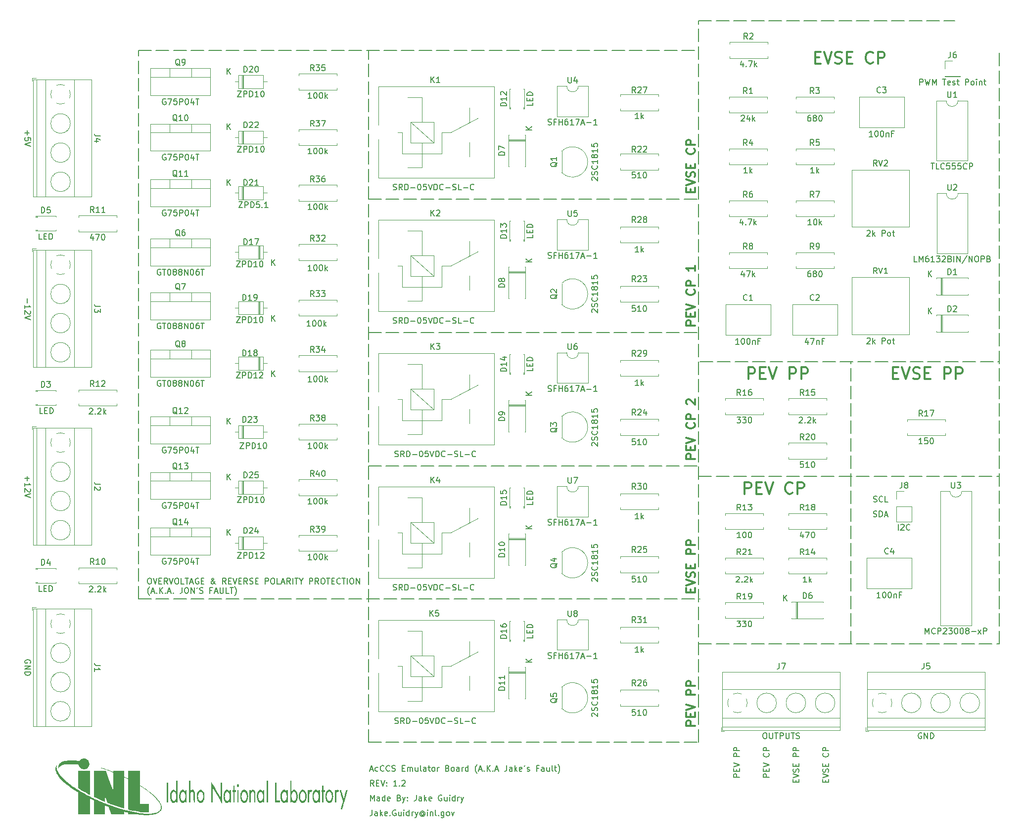
<source format=gbr>
%TF.GenerationSoftware,KiCad,Pcbnew,7.0.6*%
%TF.CreationDate,2024-10-30T10:36:51-05:00*%
%TF.ProjectId,AcCCS,41634343-532e-46b6-9963-61645f706362,rev?*%
%TF.SameCoordinates,Original*%
%TF.FileFunction,Legend,Top*%
%TF.FilePolarity,Positive*%
%FSLAX46Y46*%
G04 Gerber Fmt 4.6, Leading zero omitted, Abs format (unit mm)*
G04 Created by KiCad (PCBNEW 7.0.6) date 2024-10-30 10:36:51*
%MOMM*%
%LPD*%
G01*
G04 APERTURE LIST*
%ADD10C,0.200000*%
%ADD11C,0.300000*%
%ADD12C,0.150000*%
%ADD13C,0.187500*%
%ADD14C,0.120000*%
%ADD15C,3.000000*%
%ADD16C,2.500000*%
%ADD17C,1.600000*%
%ADD18O,1.600000X1.600000*%
%ADD19R,1.800000X1.800000*%
%ADD20C,1.800000*%
%ADD21C,5.600000*%
%ADD22C,2.000000*%
%ADD23R,1.600000X1.600000*%
%ADD24R,2.600000X2.600000*%
%ADD25C,2.600000*%
%ADD26R,1.905000X2.000000*%
%ADD27O,1.905000X2.000000*%
%ADD28R,1.700000X1.700000*%
%ADD29O,1.700000X1.700000*%
%ADD30R,2.200000X2.200000*%
%ADD31O,2.200000X2.200000*%
%ADD32C,1.440000*%
%ADD33R,1.500000X1.050000*%
%ADD34O,1.500000X1.050000*%
G04 APERTURE END LIST*
D10*
X174625000Y-17780000D02*
X176825000Y-17780000D01*
X177625000Y-17780000D02*
X179825000Y-17780000D01*
X180625000Y-17780000D02*
X182825000Y-17780000D01*
X183625000Y-17780000D02*
X185825000Y-17780000D01*
X186625000Y-17780000D02*
X188825000Y-17780000D01*
X189625000Y-17780000D02*
X191825000Y-17780000D01*
X192625000Y-17780000D02*
X194825000Y-17780000D01*
X195625000Y-17780000D02*
X197825000Y-17780000D01*
X198625000Y-17780000D02*
X200825000Y-17780000D01*
X201625000Y-17780000D02*
X203825000Y-17780000D01*
X204625000Y-17780000D02*
X206825000Y-17780000D01*
X207625000Y-17780000D02*
X209825000Y-17780000D01*
X210625000Y-17780000D02*
X212825000Y-17780000D01*
X213625000Y-17780000D02*
X215825000Y-17780000D01*
X216625000Y-17780000D02*
X218440000Y-17780000D01*
X174625000Y-124545950D02*
X176825000Y-124545950D01*
X177625000Y-124545950D02*
X179825000Y-124545950D01*
X180625000Y-124545950D02*
X182825000Y-124545950D01*
X183625000Y-124545950D02*
X185825000Y-124545950D01*
X186625000Y-124545950D02*
X188825000Y-124545950D01*
X189625000Y-124545950D02*
X191825000Y-124545950D01*
X192625000Y-124545950D02*
X194825000Y-124545950D01*
X195625000Y-124545950D02*
X197825000Y-124545950D01*
X198625000Y-124545950D02*
X200825000Y-124545950D01*
X201625000Y-124545950D02*
X203825000Y-124545950D01*
X204625000Y-124545950D02*
X206825000Y-124545950D01*
X207625000Y-124545950D02*
X209825000Y-124545950D01*
X210625000Y-124545950D02*
X212825000Y-124545950D01*
X213625000Y-124545950D02*
X215825000Y-124545950D01*
X216625000Y-124545950D02*
X218825000Y-124545950D01*
X219625000Y-124545950D02*
X221825000Y-124545950D01*
X222625000Y-124545950D02*
X224825000Y-124545950D01*
X225625000Y-124545950D02*
X226060000Y-124545950D01*
X200660000Y-124545950D02*
X200660000Y-122345950D01*
X200660000Y-121545950D02*
X200660000Y-119345950D01*
X200660000Y-118545950D02*
X200660000Y-116345950D01*
X200660000Y-115545950D02*
X200660000Y-113345950D01*
X200660000Y-112545950D02*
X200660000Y-110345950D01*
X200660000Y-109545950D02*
X200660000Y-107345950D01*
X200660000Y-106545950D02*
X200660000Y-104345950D01*
X200660000Y-103545950D02*
X200660000Y-101345950D01*
X200660000Y-100545950D02*
X200660000Y-98345950D01*
X200660000Y-97545950D02*
X200660000Y-95345950D01*
X200660000Y-94545950D02*
X200660000Y-92345950D01*
X200660000Y-91545950D02*
X200660000Y-89345950D01*
X200660000Y-88545950D02*
X200660000Y-86345950D01*
X200660000Y-85545950D02*
X200660000Y-83345950D01*
X200660000Y-82545950D02*
X200660000Y-80345950D01*
X200660000Y-79545950D02*
X200660000Y-77345950D01*
X200660000Y-76545950D02*
X200660000Y-76200000D01*
X174625000Y-141405950D02*
X174625000Y-139205950D01*
X174625000Y-138405950D02*
X174625000Y-136205950D01*
X174625000Y-135405950D02*
X174625000Y-133205950D01*
X174625000Y-132405950D02*
X174625000Y-130205950D01*
X174625000Y-129405950D02*
X174625000Y-127205950D01*
X174625000Y-126405950D02*
X174625000Y-124205950D01*
X174625000Y-123405950D02*
X174625000Y-121205950D01*
X174625000Y-120405950D02*
X174625000Y-118205950D01*
X174625000Y-117405950D02*
X174625000Y-115205950D01*
X174625000Y-114405950D02*
X174625000Y-112205950D01*
X174625000Y-111405950D02*
X174625000Y-109205950D01*
X174625000Y-108405950D02*
X174625000Y-106205950D01*
X174625000Y-105405950D02*
X174625000Y-103205950D01*
X174625000Y-102405950D02*
X174625000Y-100205950D01*
X174625000Y-99405950D02*
X174625000Y-97205950D01*
X174625000Y-96405950D02*
X174625000Y-94205950D01*
X174625000Y-93405950D02*
X174625000Y-91205950D01*
X174625000Y-90405950D02*
X174625000Y-88205950D01*
X174625000Y-87405950D02*
X174625000Y-85205950D01*
X174625000Y-84405950D02*
X174625000Y-82205950D01*
X174625000Y-81405950D02*
X174625000Y-79205950D01*
X174625000Y-78405950D02*
X174625000Y-76205950D01*
X174625000Y-75405950D02*
X174625000Y-73205950D01*
X174625000Y-72405950D02*
X174625000Y-70205950D01*
X174625000Y-69405950D02*
X174625000Y-67205950D01*
X174625000Y-66405950D02*
X174625000Y-64205950D01*
X174625000Y-63405950D02*
X174625000Y-61205950D01*
X174625000Y-60405950D02*
X174625000Y-58205950D01*
X174625000Y-57405950D02*
X174625000Y-55205950D01*
X174625000Y-54405950D02*
X174625000Y-52205950D01*
X174625000Y-51405950D02*
X174625000Y-49205950D01*
X174625000Y-48405950D02*
X174625000Y-46205950D01*
X174625000Y-45405950D02*
X174625000Y-43205950D01*
X174625000Y-42405950D02*
X174625000Y-40205950D01*
X174625000Y-39405950D02*
X174625000Y-37205950D01*
X174625000Y-36405950D02*
X174625000Y-34205950D01*
X174625000Y-33405950D02*
X174625000Y-31205950D01*
X174625000Y-30405950D02*
X174625000Y-28205950D01*
X174625000Y-27405950D02*
X174625000Y-25205950D01*
X174625000Y-24405950D02*
X174625000Y-22205950D01*
X174625000Y-21405950D02*
X174625000Y-19205950D01*
X174625000Y-18405950D02*
X174625000Y-17780000D01*
X118110000Y-141405950D02*
X120310000Y-141405950D01*
X121110000Y-141405950D02*
X123310000Y-141405950D01*
X124110000Y-141405950D02*
X126310000Y-141405950D01*
X127110000Y-141405950D02*
X129310000Y-141405950D01*
X130110000Y-141405950D02*
X132310000Y-141405950D01*
X133110000Y-141405950D02*
X135310000Y-141405950D01*
X136110000Y-141405950D02*
X138310000Y-141405950D01*
X139110000Y-141405950D02*
X141310000Y-141405950D01*
X142110000Y-141405950D02*
X144310000Y-141405950D01*
X145110000Y-141405950D02*
X147310000Y-141405950D01*
X148110000Y-141405950D02*
X150310000Y-141405950D01*
X151110000Y-141405950D02*
X153310000Y-141405950D01*
X154110000Y-141405950D02*
X156310000Y-141405950D01*
X157110000Y-141405950D02*
X159310000Y-141405950D01*
X160110000Y-141405950D02*
X162310000Y-141405950D01*
X163110000Y-141405950D02*
X165310000Y-141405950D01*
X166110000Y-141405950D02*
X168310000Y-141405950D01*
X169110000Y-141405950D02*
X171310000Y-141405950D01*
X172110000Y-141405950D02*
X174310000Y-141405950D01*
X118110000Y-48345950D02*
X120310000Y-48345950D01*
X121110000Y-48345950D02*
X123310000Y-48345950D01*
X124110000Y-48345950D02*
X126310000Y-48345950D01*
X127110000Y-48345950D02*
X129310000Y-48345950D01*
X130110000Y-48345950D02*
X132310000Y-48345950D01*
X133110000Y-48345950D02*
X135310000Y-48345950D01*
X136110000Y-48345950D02*
X138310000Y-48345950D01*
X139110000Y-48345950D02*
X141310000Y-48345950D01*
X142110000Y-48345950D02*
X144310000Y-48345950D01*
X145110000Y-48345950D02*
X147310000Y-48345950D01*
X148110000Y-48345950D02*
X150310000Y-48345950D01*
X151110000Y-48345950D02*
X153310000Y-48345950D01*
X154110000Y-48345950D02*
X156310000Y-48345950D01*
X157110000Y-48345950D02*
X159310000Y-48345950D01*
X160110000Y-48345950D02*
X162310000Y-48345950D01*
X163110000Y-48345950D02*
X165310000Y-48345950D01*
X166110000Y-48345950D02*
X168310000Y-48345950D01*
X169110000Y-48345950D02*
X171310000Y-48345950D01*
X172110000Y-48345950D02*
X174310000Y-48345950D01*
X226060000Y-124545950D02*
X226060000Y-122345950D01*
X226060000Y-121545950D02*
X226060000Y-119345950D01*
X226060000Y-118545950D02*
X226060000Y-116345950D01*
X226060000Y-115545950D02*
X226060000Y-113345950D01*
X226060000Y-112545950D02*
X226060000Y-110345950D01*
X226060000Y-109545950D02*
X226060000Y-107345950D01*
X226060000Y-106545950D02*
X226060000Y-104345950D01*
X226060000Y-103545950D02*
X226060000Y-101345950D01*
X226060000Y-100545950D02*
X226060000Y-98345950D01*
X226060000Y-97545950D02*
X226060000Y-95345950D01*
X226060000Y-94545950D02*
X226060000Y-92345950D01*
X226060000Y-91545950D02*
X226060000Y-89345950D01*
X226060000Y-88545950D02*
X226060000Y-86345950D01*
X226060000Y-85545950D02*
X226060000Y-83345950D01*
X226060000Y-82545950D02*
X226060000Y-80345950D01*
X226060000Y-79545950D02*
X226060000Y-77345950D01*
X226060000Y-76545950D02*
X226060000Y-74345950D01*
X226060000Y-73545950D02*
X226060000Y-71345950D01*
X226060000Y-70545950D02*
X226060000Y-68345950D01*
X226060000Y-67545950D02*
X226060000Y-65345950D01*
X226060000Y-64545950D02*
X226060000Y-62345950D01*
X226060000Y-61545950D02*
X226060000Y-59345950D01*
X226060000Y-58545950D02*
X226060000Y-56345950D01*
X226060000Y-55545950D02*
X226060000Y-53345950D01*
X226060000Y-52545950D02*
X226060000Y-50345950D01*
X226060000Y-49545950D02*
X226060000Y-47345950D01*
X226060000Y-46545950D02*
X226060000Y-44345950D01*
X226060000Y-43545950D02*
X226060000Y-41345950D01*
X226060000Y-40545950D02*
X226060000Y-38345950D01*
X226060000Y-37545950D02*
X226060000Y-35345950D01*
X226060000Y-34545950D02*
X226060000Y-32345950D01*
X226060000Y-31545950D02*
X226060000Y-29345950D01*
X226060000Y-28545950D02*
X226060000Y-26345950D01*
X226060000Y-25545950D02*
X226060000Y-23345950D01*
X174825000Y-76200000D02*
X177025000Y-76200000D01*
X177825000Y-76200000D02*
X180025000Y-76200000D01*
X180825000Y-76200000D02*
X183025000Y-76200000D01*
X183825000Y-76200000D02*
X186025000Y-76200000D01*
X186825000Y-76200000D02*
X189025000Y-76200000D01*
X189825000Y-76200000D02*
X192025000Y-76200000D01*
X192825000Y-76200000D02*
X195025000Y-76200000D01*
X195825000Y-76200000D02*
X198025000Y-76200000D01*
X198825000Y-76200000D02*
X201025000Y-76200000D01*
X201825000Y-76200000D02*
X204025000Y-76200000D01*
X204825000Y-76200000D02*
X207025000Y-76200000D01*
X207825000Y-76200000D02*
X210025000Y-76200000D01*
X210825000Y-76200000D02*
X213025000Y-76200000D01*
X213825000Y-76200000D02*
X216025000Y-76200000D01*
X216825000Y-76200000D02*
X219025000Y-76200000D01*
X219825000Y-76200000D02*
X222025000Y-76200000D01*
X222825000Y-76200000D02*
X225025000Y-76200000D01*
X225825000Y-76200000D02*
X226060000Y-76200000D01*
X118110000Y-71205950D02*
X120310000Y-71205950D01*
X121110000Y-71205950D02*
X123310000Y-71205950D01*
X124110000Y-71205950D02*
X126310000Y-71205950D01*
X127110000Y-71205950D02*
X129310000Y-71205950D01*
X130110000Y-71205950D02*
X132310000Y-71205950D01*
X133110000Y-71205950D02*
X135310000Y-71205950D01*
X136110000Y-71205950D02*
X138310000Y-71205950D01*
X139110000Y-71205950D02*
X141310000Y-71205950D01*
X142110000Y-71205950D02*
X144310000Y-71205950D01*
X145110000Y-71205950D02*
X147310000Y-71205950D01*
X148110000Y-71205950D02*
X150310000Y-71205950D01*
X151110000Y-71205950D02*
X153310000Y-71205950D01*
X154110000Y-71205950D02*
X156310000Y-71205950D01*
X157110000Y-71205950D02*
X159310000Y-71205950D01*
X160110000Y-71205950D02*
X162310000Y-71205950D01*
X163110000Y-71205950D02*
X165310000Y-71205950D01*
X166110000Y-71205950D02*
X168310000Y-71205950D01*
X169110000Y-71205950D02*
X171310000Y-71205950D01*
X172110000Y-71205950D02*
X174310000Y-71205950D01*
X78740000Y-116840000D02*
X78740000Y-114640000D01*
X78740000Y-113840000D02*
X78740000Y-111640000D01*
X78740000Y-110840000D02*
X78740000Y-108640000D01*
X78740000Y-107840000D02*
X78740000Y-105640000D01*
X78740000Y-104840000D02*
X78740000Y-102640000D01*
X78740000Y-101840000D02*
X78740000Y-99640000D01*
X78740000Y-98840000D02*
X78740000Y-96640000D01*
X78740000Y-95840000D02*
X78740000Y-93640000D01*
X78740000Y-92840000D02*
X78740000Y-90640000D01*
X78740000Y-89840000D02*
X78740000Y-87640000D01*
X78740000Y-86840000D02*
X78740000Y-84640000D01*
X78740000Y-83840000D02*
X78740000Y-81640000D01*
X78740000Y-80840000D02*
X78740000Y-78640000D01*
X78740000Y-77840000D02*
X78740000Y-75640000D01*
X78740000Y-74840000D02*
X78740000Y-72640000D01*
X78740000Y-71840000D02*
X78740000Y-69640000D01*
X78740000Y-68840000D02*
X78740000Y-66640000D01*
X78740000Y-65840000D02*
X78740000Y-63640000D01*
X78740000Y-62840000D02*
X78740000Y-60640000D01*
X78740000Y-59840000D02*
X78740000Y-57640000D01*
X78740000Y-56840000D02*
X78740000Y-54640000D01*
X78740000Y-53840000D02*
X78740000Y-51640000D01*
X78740000Y-50840000D02*
X78740000Y-48640000D01*
X78740000Y-47840000D02*
X78740000Y-45640000D01*
X78740000Y-44840000D02*
X78740000Y-42640000D01*
X78740000Y-41840000D02*
X78740000Y-39640000D01*
X78740000Y-38840000D02*
X78740000Y-36640000D01*
X78740000Y-35840000D02*
X78740000Y-33640000D01*
X78740000Y-32840000D02*
X78740000Y-30640000D01*
X78740000Y-29840000D02*
X78740000Y-27640000D01*
X78740000Y-26840000D02*
X78740000Y-24640000D01*
X78740000Y-23840000D02*
X78740000Y-22910000D01*
X78740000Y-22910000D02*
X80940000Y-22908853D01*
X81740000Y-22908436D02*
X83939999Y-22907288D01*
X84739999Y-22906871D02*
X86939999Y-22905724D01*
X87739999Y-22905307D02*
X89939998Y-22904160D01*
X90739998Y-22903743D02*
X92939998Y-22902595D01*
X93739998Y-22902178D02*
X95939998Y-22901031D01*
X96739998Y-22900614D02*
X98939997Y-22899467D01*
X99739997Y-22899049D02*
X101939997Y-22897902D01*
X102739997Y-22897485D02*
X104939996Y-22896338D01*
X105739996Y-22895921D02*
X107939996Y-22894773D01*
X108739996Y-22894356D02*
X110939996Y-22893209D01*
X111739996Y-22892792D02*
X113939995Y-22891645D01*
X114739995Y-22891228D02*
X116939995Y-22890080D01*
X117739995Y-22889663D02*
X119939994Y-22888516D01*
X120739994Y-22888099D02*
X122939994Y-22886952D01*
X123739994Y-22886534D02*
X125939994Y-22885387D01*
X126739993Y-22884970D02*
X128939993Y-22883823D01*
X129739993Y-22883406D02*
X131939993Y-22882258D01*
X132739993Y-22881841D02*
X134939992Y-22880694D01*
X135739992Y-22880277D02*
X137939992Y-22879130D01*
X138739992Y-22878713D02*
X140939992Y-22877565D01*
X141739991Y-22877148D02*
X143939991Y-22876001D01*
X144739991Y-22875584D02*
X146939991Y-22874437D01*
X147739991Y-22874019D02*
X149939990Y-22872872D01*
X150739990Y-22872455D02*
X152939990Y-22871308D01*
X153739990Y-22870891D02*
X155939990Y-22869743D01*
X156739989Y-22869326D02*
X158939989Y-22868179D01*
X159739989Y-22867762D02*
X161939989Y-22866615D01*
X162739989Y-22866198D02*
X164939988Y-22865050D01*
X165739988Y-22864633D02*
X167939988Y-22863486D01*
X168739988Y-22863069D02*
X170939987Y-22861922D01*
X171739987Y-22861504D02*
X173939987Y-22860357D01*
X78740000Y-116840000D02*
X80940000Y-116840000D01*
X81740000Y-116840000D02*
X83940000Y-116840000D01*
X84740000Y-116840000D02*
X86940000Y-116840000D01*
X87740000Y-116840000D02*
X89940000Y-116840000D01*
X90740000Y-116840000D02*
X92940000Y-116840000D01*
X93740000Y-116840000D02*
X95940000Y-116840000D01*
X96740000Y-116840000D02*
X98940000Y-116840000D01*
X99740000Y-116840000D02*
X101940000Y-116840000D01*
X102740000Y-116840000D02*
X104940000Y-116840000D01*
X105740000Y-116840000D02*
X107940000Y-116840000D01*
X108740000Y-116840000D02*
X110940000Y-116840000D01*
X111740000Y-116840000D02*
X113940000Y-116840000D01*
X114740000Y-116840000D02*
X116940000Y-116840000D01*
X117740000Y-116840000D02*
X119940000Y-116840000D01*
X120740000Y-116840000D02*
X122940000Y-116840000D01*
X123740000Y-116840000D02*
X125940000Y-116840000D01*
X126740000Y-116840000D02*
X128940000Y-116840000D01*
X129740000Y-116840000D02*
X131940000Y-116840000D01*
X132740000Y-116840000D02*
X134940000Y-116840000D01*
X135740000Y-116840000D02*
X137940000Y-116840000D01*
X138740000Y-116840000D02*
X140940000Y-116840000D01*
X141740000Y-116840000D02*
X143940000Y-116840000D01*
X144740000Y-116840000D02*
X146940000Y-116840000D01*
X147740000Y-116840000D02*
X149940000Y-116840000D01*
X150740000Y-116840000D02*
X152940000Y-116840000D01*
X153740000Y-116840000D02*
X155940000Y-116840000D01*
X156740000Y-116840000D02*
X158940000Y-116840000D01*
X159740000Y-116840000D02*
X161940000Y-116840000D01*
X162740000Y-116840000D02*
X164940000Y-116840000D01*
X165740000Y-116840000D02*
X167940000Y-116840000D01*
X168740000Y-116840000D02*
X170940000Y-116840000D01*
X171740000Y-116840000D02*
X173940000Y-116840000D01*
X174740000Y-116840000D02*
X174825000Y-116840000D01*
X118110000Y-141405950D02*
X118110000Y-139205950D01*
X118110000Y-138405950D02*
X118110000Y-136205950D01*
X118110000Y-135405950D02*
X118110000Y-133205950D01*
X118110000Y-132405950D02*
X118110000Y-130205950D01*
X118110000Y-129405950D02*
X118110000Y-127205950D01*
X118110000Y-126405950D02*
X118110000Y-124205950D01*
X118110000Y-123405950D02*
X118110000Y-121205950D01*
X118110000Y-120405950D02*
X118110000Y-118205950D01*
X118110000Y-117405950D02*
X118110000Y-115205950D01*
X118110000Y-114405950D02*
X118110000Y-112205950D01*
X118110000Y-111405950D02*
X118110000Y-109205950D01*
X118110000Y-108405950D02*
X118110000Y-106205950D01*
X118110000Y-105405950D02*
X118110000Y-103205950D01*
X118110000Y-102405950D02*
X118110000Y-100205950D01*
X118110000Y-99405950D02*
X118110000Y-97205950D01*
X118110000Y-96405950D02*
X118110000Y-94205950D01*
X118110000Y-93405950D02*
X118110000Y-91205950D01*
X118110000Y-90405950D02*
X118110000Y-88205950D01*
X118110000Y-87405950D02*
X118110000Y-85205950D01*
X118110000Y-84405950D02*
X118110000Y-82205950D01*
X118110000Y-81405950D02*
X118110000Y-79205950D01*
X118110000Y-78405950D02*
X118110000Y-76205950D01*
X118110000Y-75405950D02*
X118110000Y-73205950D01*
X118110000Y-72405950D02*
X118110000Y-70205950D01*
X118110000Y-69405950D02*
X118110000Y-67205950D01*
X118110000Y-66405950D02*
X118110000Y-64205950D01*
X118110000Y-63405950D02*
X118110000Y-61205950D01*
X118110000Y-60405950D02*
X118110000Y-58205950D01*
X118110000Y-57405950D02*
X118110000Y-55205950D01*
X118110000Y-54405950D02*
X118110000Y-52205950D01*
X118110000Y-51405950D02*
X118110000Y-49205950D01*
X118110000Y-48405950D02*
X118110000Y-46205950D01*
X118110000Y-45405950D02*
X118110000Y-43205950D01*
X118110000Y-42405950D02*
X118110000Y-40205950D01*
X118110000Y-39405950D02*
X118110000Y-37205950D01*
X118110000Y-36405950D02*
X118110000Y-34205950D01*
X118110000Y-33405950D02*
X118110000Y-31205950D01*
X118110000Y-30405950D02*
X118110000Y-28205950D01*
X118110000Y-27405950D02*
X118110000Y-25205950D01*
X118110000Y-24405950D02*
X118110000Y-22860000D01*
X118110000Y-94065950D02*
X120310000Y-94065950D01*
X121110000Y-94065950D02*
X123310000Y-94065950D01*
X124110000Y-94065950D02*
X126310000Y-94065950D01*
X127110000Y-94065950D02*
X129310000Y-94065950D01*
X130110000Y-94065950D02*
X132310000Y-94065950D01*
X133110000Y-94065950D02*
X135310000Y-94065950D01*
X136110000Y-94065950D02*
X138310000Y-94065950D01*
X139110000Y-94065950D02*
X141310000Y-94065950D01*
X142110000Y-94065950D02*
X144310000Y-94065950D01*
X145110000Y-94065950D02*
X147310000Y-94065950D01*
X148110000Y-94065950D02*
X150310000Y-94065950D01*
X151110000Y-94065950D02*
X153310000Y-94065950D01*
X154110000Y-94065950D02*
X156310000Y-94065950D01*
X157110000Y-94065950D02*
X159310000Y-94065950D01*
X160110000Y-94065950D02*
X162310000Y-94065950D01*
X163110000Y-94065950D02*
X165310000Y-94065950D01*
X166110000Y-94065950D02*
X168310000Y-94065950D01*
X169110000Y-94065950D02*
X171310000Y-94065950D01*
X172110000Y-94065950D02*
X174310000Y-94065950D01*
X174625000Y-95885000D02*
X176825000Y-95885000D01*
X177625000Y-95885000D02*
X179825000Y-95885000D01*
X180625000Y-95885000D02*
X182825000Y-95885000D01*
X183625000Y-95885000D02*
X185825000Y-95885000D01*
X186625000Y-95885000D02*
X188825000Y-95885000D01*
X189625000Y-95885000D02*
X191825000Y-95885000D01*
X192625000Y-95885000D02*
X194825000Y-95885000D01*
X195625000Y-95885000D02*
X197825000Y-95885000D01*
X198625000Y-95885000D02*
X200825000Y-95885000D01*
X201625000Y-95885000D02*
X203825000Y-95885000D01*
X204625000Y-95885000D02*
X206825000Y-95885000D01*
X207625000Y-95885000D02*
X209825000Y-95885000D01*
X210625000Y-95885000D02*
X212825000Y-95885000D01*
X213625000Y-95885000D02*
X215825000Y-95885000D01*
X216625000Y-95885000D02*
X218825000Y-95885000D01*
X219625000Y-95885000D02*
X221825000Y-95885000D01*
X222625000Y-95885000D02*
X224825000Y-95885000D01*
X225625000Y-95885000D02*
X226060000Y-95885000D01*
D11*
X173205114Y-47156439D02*
X173205114Y-46656439D01*
X173990828Y-46442153D02*
X173990828Y-47156439D01*
X173990828Y-47156439D02*
X172490828Y-47156439D01*
X172490828Y-47156439D02*
X172490828Y-46442153D01*
X172490828Y-46013581D02*
X173990828Y-45513581D01*
X173990828Y-45513581D02*
X172490828Y-45013581D01*
X173919400Y-44585010D02*
X173990828Y-44370725D01*
X173990828Y-44370725D02*
X173990828Y-44013582D01*
X173990828Y-44013582D02*
X173919400Y-43870725D01*
X173919400Y-43870725D02*
X173847971Y-43799296D01*
X173847971Y-43799296D02*
X173705114Y-43727867D01*
X173705114Y-43727867D02*
X173562257Y-43727867D01*
X173562257Y-43727867D02*
X173419400Y-43799296D01*
X173419400Y-43799296D02*
X173347971Y-43870725D01*
X173347971Y-43870725D02*
X173276542Y-44013582D01*
X173276542Y-44013582D02*
X173205114Y-44299296D01*
X173205114Y-44299296D02*
X173133685Y-44442153D01*
X173133685Y-44442153D02*
X173062257Y-44513582D01*
X173062257Y-44513582D02*
X172919400Y-44585010D01*
X172919400Y-44585010D02*
X172776542Y-44585010D01*
X172776542Y-44585010D02*
X172633685Y-44513582D01*
X172633685Y-44513582D02*
X172562257Y-44442153D01*
X172562257Y-44442153D02*
X172490828Y-44299296D01*
X172490828Y-44299296D02*
X172490828Y-43942153D01*
X172490828Y-43942153D02*
X172562257Y-43727867D01*
X173205114Y-43085011D02*
X173205114Y-42585011D01*
X173990828Y-42370725D02*
X173990828Y-43085011D01*
X173990828Y-43085011D02*
X172490828Y-43085011D01*
X172490828Y-43085011D02*
X172490828Y-42370725D01*
X173847971Y-39727868D02*
X173919400Y-39799296D01*
X173919400Y-39799296D02*
X173990828Y-40013582D01*
X173990828Y-40013582D02*
X173990828Y-40156439D01*
X173990828Y-40156439D02*
X173919400Y-40370725D01*
X173919400Y-40370725D02*
X173776542Y-40513582D01*
X173776542Y-40513582D02*
X173633685Y-40585011D01*
X173633685Y-40585011D02*
X173347971Y-40656439D01*
X173347971Y-40656439D02*
X173133685Y-40656439D01*
X173133685Y-40656439D02*
X172847971Y-40585011D01*
X172847971Y-40585011D02*
X172705114Y-40513582D01*
X172705114Y-40513582D02*
X172562257Y-40370725D01*
X172562257Y-40370725D02*
X172490828Y-40156439D01*
X172490828Y-40156439D02*
X172490828Y-40013582D01*
X172490828Y-40013582D02*
X172562257Y-39799296D01*
X172562257Y-39799296D02*
X172633685Y-39727868D01*
X173990828Y-39085011D02*
X172490828Y-39085011D01*
X172490828Y-39085011D02*
X172490828Y-38513582D01*
X172490828Y-38513582D02*
X172562257Y-38370725D01*
X172562257Y-38370725D02*
X172633685Y-38299296D01*
X172633685Y-38299296D02*
X172776542Y-38227868D01*
X172776542Y-38227868D02*
X172990828Y-38227868D01*
X172990828Y-38227868D02*
X173133685Y-38299296D01*
X173133685Y-38299296D02*
X173205114Y-38370725D01*
X173205114Y-38370725D02*
X173276542Y-38513582D01*
X173276542Y-38513582D02*
X173276542Y-39085011D01*
D12*
X181614819Y-147425348D02*
X180614819Y-147425348D01*
X180614819Y-147425348D02*
X180614819Y-147044396D01*
X180614819Y-147044396D02*
X180662438Y-146949158D01*
X180662438Y-146949158D02*
X180710057Y-146901539D01*
X180710057Y-146901539D02*
X180805295Y-146853920D01*
X180805295Y-146853920D02*
X180948152Y-146853920D01*
X180948152Y-146853920D02*
X181043390Y-146901539D01*
X181043390Y-146901539D02*
X181091009Y-146949158D01*
X181091009Y-146949158D02*
X181138628Y-147044396D01*
X181138628Y-147044396D02*
X181138628Y-147425348D01*
X181091009Y-146425348D02*
X181091009Y-146092015D01*
X181614819Y-145949158D02*
X181614819Y-146425348D01*
X181614819Y-146425348D02*
X180614819Y-146425348D01*
X180614819Y-146425348D02*
X180614819Y-145949158D01*
X180614819Y-145663443D02*
X181614819Y-145330110D01*
X181614819Y-145330110D02*
X180614819Y-144996777D01*
X181614819Y-143901538D02*
X180614819Y-143901538D01*
X180614819Y-143901538D02*
X180614819Y-143520586D01*
X180614819Y-143520586D02*
X180662438Y-143425348D01*
X180662438Y-143425348D02*
X180710057Y-143377729D01*
X180710057Y-143377729D02*
X180805295Y-143330110D01*
X180805295Y-143330110D02*
X180948152Y-143330110D01*
X180948152Y-143330110D02*
X181043390Y-143377729D01*
X181043390Y-143377729D02*
X181091009Y-143425348D01*
X181091009Y-143425348D02*
X181138628Y-143520586D01*
X181138628Y-143520586D02*
X181138628Y-143901538D01*
X181614819Y-142901538D02*
X180614819Y-142901538D01*
X180614819Y-142901538D02*
X180614819Y-142520586D01*
X180614819Y-142520586D02*
X180662438Y-142425348D01*
X180662438Y-142425348D02*
X180710057Y-142377729D01*
X180710057Y-142377729D02*
X180805295Y-142330110D01*
X180805295Y-142330110D02*
X180948152Y-142330110D01*
X180948152Y-142330110D02*
X181043390Y-142377729D01*
X181043390Y-142377729D02*
X181091009Y-142425348D01*
X181091009Y-142425348D02*
X181138628Y-142520586D01*
X181138628Y-142520586D02*
X181138628Y-142901538D01*
X80537255Y-113315769D02*
X80727731Y-113315769D01*
X80727731Y-113315769D02*
X80822969Y-113363388D01*
X80822969Y-113363388D02*
X80918207Y-113458626D01*
X80918207Y-113458626D02*
X80965826Y-113649102D01*
X80965826Y-113649102D02*
X80965826Y-113982435D01*
X80965826Y-113982435D02*
X80918207Y-114172911D01*
X80918207Y-114172911D02*
X80822969Y-114268150D01*
X80822969Y-114268150D02*
X80727731Y-114315769D01*
X80727731Y-114315769D02*
X80537255Y-114315769D01*
X80537255Y-114315769D02*
X80442017Y-114268150D01*
X80442017Y-114268150D02*
X80346779Y-114172911D01*
X80346779Y-114172911D02*
X80299160Y-113982435D01*
X80299160Y-113982435D02*
X80299160Y-113649102D01*
X80299160Y-113649102D02*
X80346779Y-113458626D01*
X80346779Y-113458626D02*
X80442017Y-113363388D01*
X80442017Y-113363388D02*
X80537255Y-113315769D01*
X81251541Y-113315769D02*
X81584874Y-114315769D01*
X81584874Y-114315769D02*
X81918207Y-113315769D01*
X82251541Y-113791959D02*
X82584874Y-113791959D01*
X82727731Y-114315769D02*
X82251541Y-114315769D01*
X82251541Y-114315769D02*
X82251541Y-113315769D01*
X82251541Y-113315769D02*
X82727731Y-113315769D01*
X83727731Y-114315769D02*
X83394398Y-113839578D01*
X83156303Y-114315769D02*
X83156303Y-113315769D01*
X83156303Y-113315769D02*
X83537255Y-113315769D01*
X83537255Y-113315769D02*
X83632493Y-113363388D01*
X83632493Y-113363388D02*
X83680112Y-113411007D01*
X83680112Y-113411007D02*
X83727731Y-113506245D01*
X83727731Y-113506245D02*
X83727731Y-113649102D01*
X83727731Y-113649102D02*
X83680112Y-113744340D01*
X83680112Y-113744340D02*
X83632493Y-113791959D01*
X83632493Y-113791959D02*
X83537255Y-113839578D01*
X83537255Y-113839578D02*
X83156303Y-113839578D01*
X84013446Y-113315769D02*
X84346779Y-114315769D01*
X84346779Y-114315769D02*
X84680112Y-113315769D01*
X85203922Y-113315769D02*
X85394398Y-113315769D01*
X85394398Y-113315769D02*
X85489636Y-113363388D01*
X85489636Y-113363388D02*
X85584874Y-113458626D01*
X85584874Y-113458626D02*
X85632493Y-113649102D01*
X85632493Y-113649102D02*
X85632493Y-113982435D01*
X85632493Y-113982435D02*
X85584874Y-114172911D01*
X85584874Y-114172911D02*
X85489636Y-114268150D01*
X85489636Y-114268150D02*
X85394398Y-114315769D01*
X85394398Y-114315769D02*
X85203922Y-114315769D01*
X85203922Y-114315769D02*
X85108684Y-114268150D01*
X85108684Y-114268150D02*
X85013446Y-114172911D01*
X85013446Y-114172911D02*
X84965827Y-113982435D01*
X84965827Y-113982435D02*
X84965827Y-113649102D01*
X84965827Y-113649102D02*
X85013446Y-113458626D01*
X85013446Y-113458626D02*
X85108684Y-113363388D01*
X85108684Y-113363388D02*
X85203922Y-113315769D01*
X86537255Y-114315769D02*
X86061065Y-114315769D01*
X86061065Y-114315769D02*
X86061065Y-113315769D01*
X86727732Y-113315769D02*
X87299160Y-113315769D01*
X87013446Y-114315769D02*
X87013446Y-113315769D01*
X87584875Y-114030054D02*
X88061065Y-114030054D01*
X87489637Y-114315769D02*
X87822970Y-113315769D01*
X87822970Y-113315769D02*
X88156303Y-114315769D01*
X89013446Y-113363388D02*
X88918208Y-113315769D01*
X88918208Y-113315769D02*
X88775351Y-113315769D01*
X88775351Y-113315769D02*
X88632494Y-113363388D01*
X88632494Y-113363388D02*
X88537256Y-113458626D01*
X88537256Y-113458626D02*
X88489637Y-113553864D01*
X88489637Y-113553864D02*
X88442018Y-113744340D01*
X88442018Y-113744340D02*
X88442018Y-113887197D01*
X88442018Y-113887197D02*
X88489637Y-114077673D01*
X88489637Y-114077673D02*
X88537256Y-114172911D01*
X88537256Y-114172911D02*
X88632494Y-114268150D01*
X88632494Y-114268150D02*
X88775351Y-114315769D01*
X88775351Y-114315769D02*
X88870589Y-114315769D01*
X88870589Y-114315769D02*
X89013446Y-114268150D01*
X89013446Y-114268150D02*
X89061065Y-114220530D01*
X89061065Y-114220530D02*
X89061065Y-113887197D01*
X89061065Y-113887197D02*
X88870589Y-113887197D01*
X89489637Y-113791959D02*
X89822970Y-113791959D01*
X89965827Y-114315769D02*
X89489637Y-114315769D01*
X89489637Y-114315769D02*
X89489637Y-113315769D01*
X89489637Y-113315769D02*
X89965827Y-113315769D01*
X91965828Y-114315769D02*
X91918209Y-114315769D01*
X91918209Y-114315769D02*
X91822970Y-114268150D01*
X91822970Y-114268150D02*
X91680113Y-114125292D01*
X91680113Y-114125292D02*
X91442018Y-113839578D01*
X91442018Y-113839578D02*
X91346780Y-113696721D01*
X91346780Y-113696721D02*
X91299161Y-113553864D01*
X91299161Y-113553864D02*
X91299161Y-113458626D01*
X91299161Y-113458626D02*
X91346780Y-113363388D01*
X91346780Y-113363388D02*
X91442018Y-113315769D01*
X91442018Y-113315769D02*
X91489637Y-113315769D01*
X91489637Y-113315769D02*
X91584875Y-113363388D01*
X91584875Y-113363388D02*
X91632494Y-113458626D01*
X91632494Y-113458626D02*
X91632494Y-113506245D01*
X91632494Y-113506245D02*
X91584875Y-113601483D01*
X91584875Y-113601483D02*
X91537256Y-113649102D01*
X91537256Y-113649102D02*
X91251542Y-113839578D01*
X91251542Y-113839578D02*
X91203923Y-113887197D01*
X91203923Y-113887197D02*
X91156304Y-113982435D01*
X91156304Y-113982435D02*
X91156304Y-114125292D01*
X91156304Y-114125292D02*
X91203923Y-114220530D01*
X91203923Y-114220530D02*
X91251542Y-114268150D01*
X91251542Y-114268150D02*
X91346780Y-114315769D01*
X91346780Y-114315769D02*
X91489637Y-114315769D01*
X91489637Y-114315769D02*
X91584875Y-114268150D01*
X91584875Y-114268150D02*
X91632494Y-114220530D01*
X91632494Y-114220530D02*
X91775351Y-114030054D01*
X91775351Y-114030054D02*
X91822970Y-113887197D01*
X91822970Y-113887197D02*
X91822970Y-113791959D01*
X93727732Y-114315769D02*
X93394399Y-113839578D01*
X93156304Y-114315769D02*
X93156304Y-113315769D01*
X93156304Y-113315769D02*
X93537256Y-113315769D01*
X93537256Y-113315769D02*
X93632494Y-113363388D01*
X93632494Y-113363388D02*
X93680113Y-113411007D01*
X93680113Y-113411007D02*
X93727732Y-113506245D01*
X93727732Y-113506245D02*
X93727732Y-113649102D01*
X93727732Y-113649102D02*
X93680113Y-113744340D01*
X93680113Y-113744340D02*
X93632494Y-113791959D01*
X93632494Y-113791959D02*
X93537256Y-113839578D01*
X93537256Y-113839578D02*
X93156304Y-113839578D01*
X94156304Y-113791959D02*
X94489637Y-113791959D01*
X94632494Y-114315769D02*
X94156304Y-114315769D01*
X94156304Y-114315769D02*
X94156304Y-113315769D01*
X94156304Y-113315769D02*
X94632494Y-113315769D01*
X94918209Y-113315769D02*
X95251542Y-114315769D01*
X95251542Y-114315769D02*
X95584875Y-113315769D01*
X95918209Y-113791959D02*
X96251542Y-113791959D01*
X96394399Y-114315769D02*
X95918209Y-114315769D01*
X95918209Y-114315769D02*
X95918209Y-113315769D01*
X95918209Y-113315769D02*
X96394399Y-113315769D01*
X97394399Y-114315769D02*
X97061066Y-113839578D01*
X96822971Y-114315769D02*
X96822971Y-113315769D01*
X96822971Y-113315769D02*
X97203923Y-113315769D01*
X97203923Y-113315769D02*
X97299161Y-113363388D01*
X97299161Y-113363388D02*
X97346780Y-113411007D01*
X97346780Y-113411007D02*
X97394399Y-113506245D01*
X97394399Y-113506245D02*
X97394399Y-113649102D01*
X97394399Y-113649102D02*
X97346780Y-113744340D01*
X97346780Y-113744340D02*
X97299161Y-113791959D01*
X97299161Y-113791959D02*
X97203923Y-113839578D01*
X97203923Y-113839578D02*
X96822971Y-113839578D01*
X97775352Y-114268150D02*
X97918209Y-114315769D01*
X97918209Y-114315769D02*
X98156304Y-114315769D01*
X98156304Y-114315769D02*
X98251542Y-114268150D01*
X98251542Y-114268150D02*
X98299161Y-114220530D01*
X98299161Y-114220530D02*
X98346780Y-114125292D01*
X98346780Y-114125292D02*
X98346780Y-114030054D01*
X98346780Y-114030054D02*
X98299161Y-113934816D01*
X98299161Y-113934816D02*
X98251542Y-113887197D01*
X98251542Y-113887197D02*
X98156304Y-113839578D01*
X98156304Y-113839578D02*
X97965828Y-113791959D01*
X97965828Y-113791959D02*
X97870590Y-113744340D01*
X97870590Y-113744340D02*
X97822971Y-113696721D01*
X97822971Y-113696721D02*
X97775352Y-113601483D01*
X97775352Y-113601483D02*
X97775352Y-113506245D01*
X97775352Y-113506245D02*
X97822971Y-113411007D01*
X97822971Y-113411007D02*
X97870590Y-113363388D01*
X97870590Y-113363388D02*
X97965828Y-113315769D01*
X97965828Y-113315769D02*
X98203923Y-113315769D01*
X98203923Y-113315769D02*
X98346780Y-113363388D01*
X98775352Y-113791959D02*
X99108685Y-113791959D01*
X99251542Y-114315769D02*
X98775352Y-114315769D01*
X98775352Y-114315769D02*
X98775352Y-113315769D01*
X98775352Y-113315769D02*
X99251542Y-113315769D01*
X100442019Y-114315769D02*
X100442019Y-113315769D01*
X100442019Y-113315769D02*
X100822971Y-113315769D01*
X100822971Y-113315769D02*
X100918209Y-113363388D01*
X100918209Y-113363388D02*
X100965828Y-113411007D01*
X100965828Y-113411007D02*
X101013447Y-113506245D01*
X101013447Y-113506245D02*
X101013447Y-113649102D01*
X101013447Y-113649102D02*
X100965828Y-113744340D01*
X100965828Y-113744340D02*
X100918209Y-113791959D01*
X100918209Y-113791959D02*
X100822971Y-113839578D01*
X100822971Y-113839578D02*
X100442019Y-113839578D01*
X101632495Y-113315769D02*
X101822971Y-113315769D01*
X101822971Y-113315769D02*
X101918209Y-113363388D01*
X101918209Y-113363388D02*
X102013447Y-113458626D01*
X102013447Y-113458626D02*
X102061066Y-113649102D01*
X102061066Y-113649102D02*
X102061066Y-113982435D01*
X102061066Y-113982435D02*
X102013447Y-114172911D01*
X102013447Y-114172911D02*
X101918209Y-114268150D01*
X101918209Y-114268150D02*
X101822971Y-114315769D01*
X101822971Y-114315769D02*
X101632495Y-114315769D01*
X101632495Y-114315769D02*
X101537257Y-114268150D01*
X101537257Y-114268150D02*
X101442019Y-114172911D01*
X101442019Y-114172911D02*
X101394400Y-113982435D01*
X101394400Y-113982435D02*
X101394400Y-113649102D01*
X101394400Y-113649102D02*
X101442019Y-113458626D01*
X101442019Y-113458626D02*
X101537257Y-113363388D01*
X101537257Y-113363388D02*
X101632495Y-113315769D01*
X102965828Y-114315769D02*
X102489638Y-114315769D01*
X102489638Y-114315769D02*
X102489638Y-113315769D01*
X103251543Y-114030054D02*
X103727733Y-114030054D01*
X103156305Y-114315769D02*
X103489638Y-113315769D01*
X103489638Y-113315769D02*
X103822971Y-114315769D01*
X104727733Y-114315769D02*
X104394400Y-113839578D01*
X104156305Y-114315769D02*
X104156305Y-113315769D01*
X104156305Y-113315769D02*
X104537257Y-113315769D01*
X104537257Y-113315769D02*
X104632495Y-113363388D01*
X104632495Y-113363388D02*
X104680114Y-113411007D01*
X104680114Y-113411007D02*
X104727733Y-113506245D01*
X104727733Y-113506245D02*
X104727733Y-113649102D01*
X104727733Y-113649102D02*
X104680114Y-113744340D01*
X104680114Y-113744340D02*
X104632495Y-113791959D01*
X104632495Y-113791959D02*
X104537257Y-113839578D01*
X104537257Y-113839578D02*
X104156305Y-113839578D01*
X105156305Y-114315769D02*
X105156305Y-113315769D01*
X105489638Y-113315769D02*
X106061066Y-113315769D01*
X105775352Y-114315769D02*
X105775352Y-113315769D01*
X106584876Y-113839578D02*
X106584876Y-114315769D01*
X106251543Y-113315769D02*
X106584876Y-113839578D01*
X106584876Y-113839578D02*
X106918209Y-113315769D01*
X108013448Y-114315769D02*
X108013448Y-113315769D01*
X108013448Y-113315769D02*
X108394400Y-113315769D01*
X108394400Y-113315769D02*
X108489638Y-113363388D01*
X108489638Y-113363388D02*
X108537257Y-113411007D01*
X108537257Y-113411007D02*
X108584876Y-113506245D01*
X108584876Y-113506245D02*
X108584876Y-113649102D01*
X108584876Y-113649102D02*
X108537257Y-113744340D01*
X108537257Y-113744340D02*
X108489638Y-113791959D01*
X108489638Y-113791959D02*
X108394400Y-113839578D01*
X108394400Y-113839578D02*
X108013448Y-113839578D01*
X109584876Y-114315769D02*
X109251543Y-113839578D01*
X109013448Y-114315769D02*
X109013448Y-113315769D01*
X109013448Y-113315769D02*
X109394400Y-113315769D01*
X109394400Y-113315769D02*
X109489638Y-113363388D01*
X109489638Y-113363388D02*
X109537257Y-113411007D01*
X109537257Y-113411007D02*
X109584876Y-113506245D01*
X109584876Y-113506245D02*
X109584876Y-113649102D01*
X109584876Y-113649102D02*
X109537257Y-113744340D01*
X109537257Y-113744340D02*
X109489638Y-113791959D01*
X109489638Y-113791959D02*
X109394400Y-113839578D01*
X109394400Y-113839578D02*
X109013448Y-113839578D01*
X110203924Y-113315769D02*
X110394400Y-113315769D01*
X110394400Y-113315769D02*
X110489638Y-113363388D01*
X110489638Y-113363388D02*
X110584876Y-113458626D01*
X110584876Y-113458626D02*
X110632495Y-113649102D01*
X110632495Y-113649102D02*
X110632495Y-113982435D01*
X110632495Y-113982435D02*
X110584876Y-114172911D01*
X110584876Y-114172911D02*
X110489638Y-114268150D01*
X110489638Y-114268150D02*
X110394400Y-114315769D01*
X110394400Y-114315769D02*
X110203924Y-114315769D01*
X110203924Y-114315769D02*
X110108686Y-114268150D01*
X110108686Y-114268150D02*
X110013448Y-114172911D01*
X110013448Y-114172911D02*
X109965829Y-113982435D01*
X109965829Y-113982435D02*
X109965829Y-113649102D01*
X109965829Y-113649102D02*
X110013448Y-113458626D01*
X110013448Y-113458626D02*
X110108686Y-113363388D01*
X110108686Y-113363388D02*
X110203924Y-113315769D01*
X110918210Y-113315769D02*
X111489638Y-113315769D01*
X111203924Y-114315769D02*
X111203924Y-113315769D01*
X111822972Y-113791959D02*
X112156305Y-113791959D01*
X112299162Y-114315769D02*
X111822972Y-114315769D01*
X111822972Y-114315769D02*
X111822972Y-113315769D01*
X111822972Y-113315769D02*
X112299162Y-113315769D01*
X113299162Y-114220530D02*
X113251543Y-114268150D01*
X113251543Y-114268150D02*
X113108686Y-114315769D01*
X113108686Y-114315769D02*
X113013448Y-114315769D01*
X113013448Y-114315769D02*
X112870591Y-114268150D01*
X112870591Y-114268150D02*
X112775353Y-114172911D01*
X112775353Y-114172911D02*
X112727734Y-114077673D01*
X112727734Y-114077673D02*
X112680115Y-113887197D01*
X112680115Y-113887197D02*
X112680115Y-113744340D01*
X112680115Y-113744340D02*
X112727734Y-113553864D01*
X112727734Y-113553864D02*
X112775353Y-113458626D01*
X112775353Y-113458626D02*
X112870591Y-113363388D01*
X112870591Y-113363388D02*
X113013448Y-113315769D01*
X113013448Y-113315769D02*
X113108686Y-113315769D01*
X113108686Y-113315769D02*
X113251543Y-113363388D01*
X113251543Y-113363388D02*
X113299162Y-113411007D01*
X113584877Y-113315769D02*
X114156305Y-113315769D01*
X113870591Y-114315769D02*
X113870591Y-113315769D01*
X114489639Y-114315769D02*
X114489639Y-113315769D01*
X115156305Y-113315769D02*
X115346781Y-113315769D01*
X115346781Y-113315769D02*
X115442019Y-113363388D01*
X115442019Y-113363388D02*
X115537257Y-113458626D01*
X115537257Y-113458626D02*
X115584876Y-113649102D01*
X115584876Y-113649102D02*
X115584876Y-113982435D01*
X115584876Y-113982435D02*
X115537257Y-114172911D01*
X115537257Y-114172911D02*
X115442019Y-114268150D01*
X115442019Y-114268150D02*
X115346781Y-114315769D01*
X115346781Y-114315769D02*
X115156305Y-114315769D01*
X115156305Y-114315769D02*
X115061067Y-114268150D01*
X115061067Y-114268150D02*
X114965829Y-114172911D01*
X114965829Y-114172911D02*
X114918210Y-113982435D01*
X114918210Y-113982435D02*
X114918210Y-113649102D01*
X114918210Y-113649102D02*
X114965829Y-113458626D01*
X114965829Y-113458626D02*
X115061067Y-113363388D01*
X115061067Y-113363388D02*
X115156305Y-113315769D01*
X116013448Y-114315769D02*
X116013448Y-113315769D01*
X116013448Y-113315769D02*
X116584876Y-114315769D01*
X116584876Y-114315769D02*
X116584876Y-113315769D01*
X80632493Y-116306721D02*
X80584874Y-116259102D01*
X80584874Y-116259102D02*
X80489636Y-116116245D01*
X80489636Y-116116245D02*
X80442017Y-116021007D01*
X80442017Y-116021007D02*
X80394398Y-115878150D01*
X80394398Y-115878150D02*
X80346779Y-115640054D01*
X80346779Y-115640054D02*
X80346779Y-115449578D01*
X80346779Y-115449578D02*
X80394398Y-115211483D01*
X80394398Y-115211483D02*
X80442017Y-115068626D01*
X80442017Y-115068626D02*
X80489636Y-114973388D01*
X80489636Y-114973388D02*
X80584874Y-114830530D01*
X80584874Y-114830530D02*
X80632493Y-114782911D01*
X80965827Y-115640054D02*
X81442017Y-115640054D01*
X80870589Y-115925769D02*
X81203922Y-114925769D01*
X81203922Y-114925769D02*
X81537255Y-115925769D01*
X81870589Y-115830530D02*
X81918208Y-115878150D01*
X81918208Y-115878150D02*
X81870589Y-115925769D01*
X81870589Y-115925769D02*
X81822970Y-115878150D01*
X81822970Y-115878150D02*
X81870589Y-115830530D01*
X81870589Y-115830530D02*
X81870589Y-115925769D01*
X82346779Y-115925769D02*
X82346779Y-114925769D01*
X82918207Y-115925769D02*
X82489636Y-115354340D01*
X82918207Y-114925769D02*
X82346779Y-115497197D01*
X83346779Y-115830530D02*
X83394398Y-115878150D01*
X83394398Y-115878150D02*
X83346779Y-115925769D01*
X83346779Y-115925769D02*
X83299160Y-115878150D01*
X83299160Y-115878150D02*
X83346779Y-115830530D01*
X83346779Y-115830530D02*
X83346779Y-115925769D01*
X83775350Y-115640054D02*
X84251540Y-115640054D01*
X83680112Y-115925769D02*
X84013445Y-114925769D01*
X84013445Y-114925769D02*
X84346778Y-115925769D01*
X84680112Y-115830530D02*
X84727731Y-115878150D01*
X84727731Y-115878150D02*
X84680112Y-115925769D01*
X84680112Y-115925769D02*
X84632493Y-115878150D01*
X84632493Y-115878150D02*
X84680112Y-115830530D01*
X84680112Y-115830530D02*
X84680112Y-115925769D01*
X86203921Y-114925769D02*
X86203921Y-115640054D01*
X86203921Y-115640054D02*
X86156302Y-115782911D01*
X86156302Y-115782911D02*
X86061064Y-115878150D01*
X86061064Y-115878150D02*
X85918207Y-115925769D01*
X85918207Y-115925769D02*
X85822969Y-115925769D01*
X86870588Y-114925769D02*
X87061064Y-114925769D01*
X87061064Y-114925769D02*
X87156302Y-114973388D01*
X87156302Y-114973388D02*
X87251540Y-115068626D01*
X87251540Y-115068626D02*
X87299159Y-115259102D01*
X87299159Y-115259102D02*
X87299159Y-115592435D01*
X87299159Y-115592435D02*
X87251540Y-115782911D01*
X87251540Y-115782911D02*
X87156302Y-115878150D01*
X87156302Y-115878150D02*
X87061064Y-115925769D01*
X87061064Y-115925769D02*
X86870588Y-115925769D01*
X86870588Y-115925769D02*
X86775350Y-115878150D01*
X86775350Y-115878150D02*
X86680112Y-115782911D01*
X86680112Y-115782911D02*
X86632493Y-115592435D01*
X86632493Y-115592435D02*
X86632493Y-115259102D01*
X86632493Y-115259102D02*
X86680112Y-115068626D01*
X86680112Y-115068626D02*
X86775350Y-114973388D01*
X86775350Y-114973388D02*
X86870588Y-114925769D01*
X87727731Y-115925769D02*
X87727731Y-114925769D01*
X87727731Y-114925769D02*
X88299159Y-115925769D01*
X88299159Y-115925769D02*
X88299159Y-114925769D01*
X88822969Y-114925769D02*
X88727731Y-115116245D01*
X89203921Y-115878150D02*
X89346778Y-115925769D01*
X89346778Y-115925769D02*
X89584873Y-115925769D01*
X89584873Y-115925769D02*
X89680111Y-115878150D01*
X89680111Y-115878150D02*
X89727730Y-115830530D01*
X89727730Y-115830530D02*
X89775349Y-115735292D01*
X89775349Y-115735292D02*
X89775349Y-115640054D01*
X89775349Y-115640054D02*
X89727730Y-115544816D01*
X89727730Y-115544816D02*
X89680111Y-115497197D01*
X89680111Y-115497197D02*
X89584873Y-115449578D01*
X89584873Y-115449578D02*
X89394397Y-115401959D01*
X89394397Y-115401959D02*
X89299159Y-115354340D01*
X89299159Y-115354340D02*
X89251540Y-115306721D01*
X89251540Y-115306721D02*
X89203921Y-115211483D01*
X89203921Y-115211483D02*
X89203921Y-115116245D01*
X89203921Y-115116245D02*
X89251540Y-115021007D01*
X89251540Y-115021007D02*
X89299159Y-114973388D01*
X89299159Y-114973388D02*
X89394397Y-114925769D01*
X89394397Y-114925769D02*
X89632492Y-114925769D01*
X89632492Y-114925769D02*
X89775349Y-114973388D01*
X91299159Y-115401959D02*
X90965826Y-115401959D01*
X90965826Y-115925769D02*
X90965826Y-114925769D01*
X90965826Y-114925769D02*
X91442016Y-114925769D01*
X91775350Y-115640054D02*
X92251540Y-115640054D01*
X91680112Y-115925769D02*
X92013445Y-114925769D01*
X92013445Y-114925769D02*
X92346778Y-115925769D01*
X92680112Y-114925769D02*
X92680112Y-115735292D01*
X92680112Y-115735292D02*
X92727731Y-115830530D01*
X92727731Y-115830530D02*
X92775350Y-115878150D01*
X92775350Y-115878150D02*
X92870588Y-115925769D01*
X92870588Y-115925769D02*
X93061064Y-115925769D01*
X93061064Y-115925769D02*
X93156302Y-115878150D01*
X93156302Y-115878150D02*
X93203921Y-115830530D01*
X93203921Y-115830530D02*
X93251540Y-115735292D01*
X93251540Y-115735292D02*
X93251540Y-114925769D01*
X94203921Y-115925769D02*
X93727731Y-115925769D01*
X93727731Y-115925769D02*
X93727731Y-114925769D01*
X94394398Y-114925769D02*
X94965826Y-114925769D01*
X94680112Y-115925769D02*
X94680112Y-114925769D01*
X95203922Y-116306721D02*
X95251541Y-116259102D01*
X95251541Y-116259102D02*
X95346779Y-116116245D01*
X95346779Y-116116245D02*
X95394398Y-116021007D01*
X95394398Y-116021007D02*
X95442017Y-115878150D01*
X95442017Y-115878150D02*
X95489636Y-115640054D01*
X95489636Y-115640054D02*
X95489636Y-115449578D01*
X95489636Y-115449578D02*
X95442017Y-115211483D01*
X95442017Y-115211483D02*
X95394398Y-115068626D01*
X95394398Y-115068626D02*
X95346779Y-114973388D01*
X95346779Y-114973388D02*
X95251541Y-114830530D01*
X95251541Y-114830530D02*
X95203922Y-114782911D01*
X119018207Y-148945769D02*
X118684874Y-148469578D01*
X118446779Y-148945769D02*
X118446779Y-147945769D01*
X118446779Y-147945769D02*
X118827731Y-147945769D01*
X118827731Y-147945769D02*
X118922969Y-147993388D01*
X118922969Y-147993388D02*
X118970588Y-148041007D01*
X118970588Y-148041007D02*
X119018207Y-148136245D01*
X119018207Y-148136245D02*
X119018207Y-148279102D01*
X119018207Y-148279102D02*
X118970588Y-148374340D01*
X118970588Y-148374340D02*
X118922969Y-148421959D01*
X118922969Y-148421959D02*
X118827731Y-148469578D01*
X118827731Y-148469578D02*
X118446779Y-148469578D01*
X119446779Y-148421959D02*
X119780112Y-148421959D01*
X119922969Y-148945769D02*
X119446779Y-148945769D01*
X119446779Y-148945769D02*
X119446779Y-147945769D01*
X119446779Y-147945769D02*
X119922969Y-147945769D01*
X120208684Y-147945769D02*
X120542017Y-148945769D01*
X120542017Y-148945769D02*
X120875350Y-147945769D01*
X121208684Y-148850530D02*
X121256303Y-148898150D01*
X121256303Y-148898150D02*
X121208684Y-148945769D01*
X121208684Y-148945769D02*
X121161065Y-148898150D01*
X121161065Y-148898150D02*
X121208684Y-148850530D01*
X121208684Y-148850530D02*
X121208684Y-148945769D01*
X121208684Y-148326721D02*
X121256303Y-148374340D01*
X121256303Y-148374340D02*
X121208684Y-148421959D01*
X121208684Y-148421959D02*
X121161065Y-148374340D01*
X121161065Y-148374340D02*
X121208684Y-148326721D01*
X121208684Y-148326721D02*
X121208684Y-148421959D01*
X122970588Y-148945769D02*
X122399160Y-148945769D01*
X122684874Y-148945769D02*
X122684874Y-147945769D01*
X122684874Y-147945769D02*
X122589636Y-148088626D01*
X122589636Y-148088626D02*
X122494398Y-148183864D01*
X122494398Y-148183864D02*
X122399160Y-148231483D01*
X123399160Y-148850530D02*
X123446779Y-148898150D01*
X123446779Y-148898150D02*
X123399160Y-148945769D01*
X123399160Y-148945769D02*
X123351541Y-148898150D01*
X123351541Y-148898150D02*
X123399160Y-148850530D01*
X123399160Y-148850530D02*
X123399160Y-148945769D01*
X123827731Y-148041007D02*
X123875350Y-147993388D01*
X123875350Y-147993388D02*
X123970588Y-147945769D01*
X123970588Y-147945769D02*
X124208683Y-147945769D01*
X124208683Y-147945769D02*
X124303921Y-147993388D01*
X124303921Y-147993388D02*
X124351540Y-148041007D01*
X124351540Y-148041007D02*
X124399159Y-148136245D01*
X124399159Y-148136245D02*
X124399159Y-148231483D01*
X124399159Y-148231483D02*
X124351540Y-148374340D01*
X124351540Y-148374340D02*
X123780112Y-148945769D01*
X123780112Y-148945769D02*
X124399159Y-148945769D01*
D11*
X173990828Y-138596439D02*
X172490828Y-138596439D01*
X172490828Y-138596439D02*
X172490828Y-138025010D01*
X172490828Y-138025010D02*
X172562257Y-137882153D01*
X172562257Y-137882153D02*
X172633685Y-137810724D01*
X172633685Y-137810724D02*
X172776542Y-137739296D01*
X172776542Y-137739296D02*
X172990828Y-137739296D01*
X172990828Y-137739296D02*
X173133685Y-137810724D01*
X173133685Y-137810724D02*
X173205114Y-137882153D01*
X173205114Y-137882153D02*
X173276542Y-138025010D01*
X173276542Y-138025010D02*
X173276542Y-138596439D01*
X173205114Y-137096439D02*
X173205114Y-136596439D01*
X173990828Y-136382153D02*
X173990828Y-137096439D01*
X173990828Y-137096439D02*
X172490828Y-137096439D01*
X172490828Y-137096439D02*
X172490828Y-136382153D01*
X172490828Y-135953581D02*
X173990828Y-135453581D01*
X173990828Y-135453581D02*
X172490828Y-134953581D01*
X173990828Y-133310725D02*
X172490828Y-133310725D01*
X172490828Y-133310725D02*
X172490828Y-132739296D01*
X172490828Y-132739296D02*
X172562257Y-132596439D01*
X172562257Y-132596439D02*
X172633685Y-132525010D01*
X172633685Y-132525010D02*
X172776542Y-132453582D01*
X172776542Y-132453582D02*
X172990828Y-132453582D01*
X172990828Y-132453582D02*
X173133685Y-132525010D01*
X173133685Y-132525010D02*
X173205114Y-132596439D01*
X173205114Y-132596439D02*
X173276542Y-132739296D01*
X173276542Y-132739296D02*
X173276542Y-133310725D01*
X173990828Y-131810725D02*
X172490828Y-131810725D01*
X172490828Y-131810725D02*
X172490828Y-131239296D01*
X172490828Y-131239296D02*
X172562257Y-131096439D01*
X172562257Y-131096439D02*
X172633685Y-131025010D01*
X172633685Y-131025010D02*
X172776542Y-130953582D01*
X172776542Y-130953582D02*
X172990828Y-130953582D01*
X172990828Y-130953582D02*
X173133685Y-131025010D01*
X173133685Y-131025010D02*
X173205114Y-131096439D01*
X173205114Y-131096439D02*
X173276542Y-131239296D01*
X173276542Y-131239296D02*
X173276542Y-131810725D01*
X173990828Y-92876439D02*
X172490828Y-92876439D01*
X172490828Y-92876439D02*
X172490828Y-92305010D01*
X172490828Y-92305010D02*
X172562257Y-92162153D01*
X172562257Y-92162153D02*
X172633685Y-92090724D01*
X172633685Y-92090724D02*
X172776542Y-92019296D01*
X172776542Y-92019296D02*
X172990828Y-92019296D01*
X172990828Y-92019296D02*
X173133685Y-92090724D01*
X173133685Y-92090724D02*
X173205114Y-92162153D01*
X173205114Y-92162153D02*
X173276542Y-92305010D01*
X173276542Y-92305010D02*
X173276542Y-92876439D01*
X173205114Y-91376439D02*
X173205114Y-90876439D01*
X173990828Y-90662153D02*
X173990828Y-91376439D01*
X173990828Y-91376439D02*
X172490828Y-91376439D01*
X172490828Y-91376439D02*
X172490828Y-90662153D01*
X172490828Y-90233581D02*
X173990828Y-89733581D01*
X173990828Y-89733581D02*
X172490828Y-89233581D01*
X173847971Y-86733582D02*
X173919400Y-86805010D01*
X173919400Y-86805010D02*
X173990828Y-87019296D01*
X173990828Y-87019296D02*
X173990828Y-87162153D01*
X173990828Y-87162153D02*
X173919400Y-87376439D01*
X173919400Y-87376439D02*
X173776542Y-87519296D01*
X173776542Y-87519296D02*
X173633685Y-87590725D01*
X173633685Y-87590725D02*
X173347971Y-87662153D01*
X173347971Y-87662153D02*
X173133685Y-87662153D01*
X173133685Y-87662153D02*
X172847971Y-87590725D01*
X172847971Y-87590725D02*
X172705114Y-87519296D01*
X172705114Y-87519296D02*
X172562257Y-87376439D01*
X172562257Y-87376439D02*
X172490828Y-87162153D01*
X172490828Y-87162153D02*
X172490828Y-87019296D01*
X172490828Y-87019296D02*
X172562257Y-86805010D01*
X172562257Y-86805010D02*
X172633685Y-86733582D01*
X173990828Y-86090725D02*
X172490828Y-86090725D01*
X172490828Y-86090725D02*
X172490828Y-85519296D01*
X172490828Y-85519296D02*
X172562257Y-85376439D01*
X172562257Y-85376439D02*
X172633685Y-85305010D01*
X172633685Y-85305010D02*
X172776542Y-85233582D01*
X172776542Y-85233582D02*
X172990828Y-85233582D01*
X172990828Y-85233582D02*
X173133685Y-85305010D01*
X173133685Y-85305010D02*
X173205114Y-85376439D01*
X173205114Y-85376439D02*
X173276542Y-85519296D01*
X173276542Y-85519296D02*
X173276542Y-86090725D01*
X172633685Y-83519296D02*
X172562257Y-83447868D01*
X172562257Y-83447868D02*
X172490828Y-83305011D01*
X172490828Y-83305011D02*
X172490828Y-82947868D01*
X172490828Y-82947868D02*
X172562257Y-82805011D01*
X172562257Y-82805011D02*
X172633685Y-82733582D01*
X172633685Y-82733582D02*
X172776542Y-82662153D01*
X172776542Y-82662153D02*
X172919400Y-82662153D01*
X172919400Y-82662153D02*
X173133685Y-82733582D01*
X173133685Y-82733582D02*
X173990828Y-83590725D01*
X173990828Y-83590725D02*
X173990828Y-82662153D01*
D13*
X204525714Y-102767250D02*
X204668571Y-102814869D01*
X204668571Y-102814869D02*
X204906666Y-102814869D01*
X204906666Y-102814869D02*
X205001904Y-102767250D01*
X205001904Y-102767250D02*
X205049523Y-102719630D01*
X205049523Y-102719630D02*
X205097142Y-102624392D01*
X205097142Y-102624392D02*
X205097142Y-102529154D01*
X205097142Y-102529154D02*
X205049523Y-102433916D01*
X205049523Y-102433916D02*
X205001904Y-102386297D01*
X205001904Y-102386297D02*
X204906666Y-102338678D01*
X204906666Y-102338678D02*
X204716190Y-102291059D01*
X204716190Y-102291059D02*
X204620952Y-102243440D01*
X204620952Y-102243440D02*
X204573333Y-102195821D01*
X204573333Y-102195821D02*
X204525714Y-102100583D01*
X204525714Y-102100583D02*
X204525714Y-102005345D01*
X204525714Y-102005345D02*
X204573333Y-101910107D01*
X204573333Y-101910107D02*
X204620952Y-101862488D01*
X204620952Y-101862488D02*
X204716190Y-101814869D01*
X204716190Y-101814869D02*
X204954285Y-101814869D01*
X204954285Y-101814869D02*
X205097142Y-101862488D01*
X205525714Y-102814869D02*
X205525714Y-101814869D01*
X205525714Y-101814869D02*
X205763809Y-101814869D01*
X205763809Y-101814869D02*
X205906666Y-101862488D01*
X205906666Y-101862488D02*
X206001904Y-101957726D01*
X206001904Y-101957726D02*
X206049523Y-102052964D01*
X206049523Y-102052964D02*
X206097142Y-102243440D01*
X206097142Y-102243440D02*
X206097142Y-102386297D01*
X206097142Y-102386297D02*
X206049523Y-102576773D01*
X206049523Y-102576773D02*
X206001904Y-102672011D01*
X206001904Y-102672011D02*
X205906666Y-102767250D01*
X205906666Y-102767250D02*
X205763809Y-102814869D01*
X205763809Y-102814869D02*
X205525714Y-102814869D01*
X206478095Y-102529154D02*
X206954285Y-102529154D01*
X206382857Y-102814869D02*
X206716190Y-101814869D01*
X206716190Y-101814869D02*
X207049523Y-102814869D01*
D12*
X191251009Y-148282491D02*
X191251009Y-147949158D01*
X191774819Y-147806301D02*
X191774819Y-148282491D01*
X191774819Y-148282491D02*
X190774819Y-148282491D01*
X190774819Y-148282491D02*
X190774819Y-147806301D01*
X190774819Y-147520586D02*
X191774819Y-147187253D01*
X191774819Y-147187253D02*
X190774819Y-146853920D01*
X191727200Y-146568205D02*
X191774819Y-146425348D01*
X191774819Y-146425348D02*
X191774819Y-146187253D01*
X191774819Y-146187253D02*
X191727200Y-146092015D01*
X191727200Y-146092015D02*
X191679580Y-146044396D01*
X191679580Y-146044396D02*
X191584342Y-145996777D01*
X191584342Y-145996777D02*
X191489104Y-145996777D01*
X191489104Y-145996777D02*
X191393866Y-146044396D01*
X191393866Y-146044396D02*
X191346247Y-146092015D01*
X191346247Y-146092015D02*
X191298628Y-146187253D01*
X191298628Y-146187253D02*
X191251009Y-146377729D01*
X191251009Y-146377729D02*
X191203390Y-146472967D01*
X191203390Y-146472967D02*
X191155771Y-146520586D01*
X191155771Y-146520586D02*
X191060533Y-146568205D01*
X191060533Y-146568205D02*
X190965295Y-146568205D01*
X190965295Y-146568205D02*
X190870057Y-146520586D01*
X190870057Y-146520586D02*
X190822438Y-146472967D01*
X190822438Y-146472967D02*
X190774819Y-146377729D01*
X190774819Y-146377729D02*
X190774819Y-146139634D01*
X190774819Y-146139634D02*
X190822438Y-145996777D01*
X191251009Y-145568205D02*
X191251009Y-145234872D01*
X191774819Y-145092015D02*
X191774819Y-145568205D01*
X191774819Y-145568205D02*
X190774819Y-145568205D01*
X190774819Y-145568205D02*
X190774819Y-145092015D01*
X191774819Y-143901538D02*
X190774819Y-143901538D01*
X190774819Y-143901538D02*
X190774819Y-143520586D01*
X190774819Y-143520586D02*
X190822438Y-143425348D01*
X190822438Y-143425348D02*
X190870057Y-143377729D01*
X190870057Y-143377729D02*
X190965295Y-143330110D01*
X190965295Y-143330110D02*
X191108152Y-143330110D01*
X191108152Y-143330110D02*
X191203390Y-143377729D01*
X191203390Y-143377729D02*
X191251009Y-143425348D01*
X191251009Y-143425348D02*
X191298628Y-143520586D01*
X191298628Y-143520586D02*
X191298628Y-143901538D01*
X191774819Y-142901538D02*
X190774819Y-142901538D01*
X190774819Y-142901538D02*
X190774819Y-142520586D01*
X190774819Y-142520586D02*
X190822438Y-142425348D01*
X190822438Y-142425348D02*
X190870057Y-142377729D01*
X190870057Y-142377729D02*
X190965295Y-142330110D01*
X190965295Y-142330110D02*
X191108152Y-142330110D01*
X191108152Y-142330110D02*
X191203390Y-142377729D01*
X191203390Y-142377729D02*
X191251009Y-142425348D01*
X191251009Y-142425348D02*
X191298628Y-142520586D01*
X191298628Y-142520586D02*
X191298628Y-142901538D01*
D11*
X207883558Y-78152969D02*
X208550225Y-78152969D01*
X208835939Y-79200588D02*
X207883558Y-79200588D01*
X207883558Y-79200588D02*
X207883558Y-77200588D01*
X207883558Y-77200588D02*
X208835939Y-77200588D01*
X209407368Y-77200588D02*
X210074034Y-79200588D01*
X210074034Y-79200588D02*
X210740701Y-77200588D01*
X211312130Y-79105350D02*
X211597844Y-79200588D01*
X211597844Y-79200588D02*
X212074035Y-79200588D01*
X212074035Y-79200588D02*
X212264511Y-79105350D01*
X212264511Y-79105350D02*
X212359749Y-79010111D01*
X212359749Y-79010111D02*
X212454987Y-78819635D01*
X212454987Y-78819635D02*
X212454987Y-78629159D01*
X212454987Y-78629159D02*
X212359749Y-78438683D01*
X212359749Y-78438683D02*
X212264511Y-78343445D01*
X212264511Y-78343445D02*
X212074035Y-78248207D01*
X212074035Y-78248207D02*
X211693082Y-78152969D01*
X211693082Y-78152969D02*
X211502606Y-78057730D01*
X211502606Y-78057730D02*
X211407368Y-77962492D01*
X211407368Y-77962492D02*
X211312130Y-77772016D01*
X211312130Y-77772016D02*
X211312130Y-77581540D01*
X211312130Y-77581540D02*
X211407368Y-77391064D01*
X211407368Y-77391064D02*
X211502606Y-77295826D01*
X211502606Y-77295826D02*
X211693082Y-77200588D01*
X211693082Y-77200588D02*
X212169273Y-77200588D01*
X212169273Y-77200588D02*
X212454987Y-77295826D01*
X213312130Y-78152969D02*
X213978797Y-78152969D01*
X214264511Y-79200588D02*
X213312130Y-79200588D01*
X213312130Y-79200588D02*
X213312130Y-77200588D01*
X213312130Y-77200588D02*
X214264511Y-77200588D01*
X216645464Y-79200588D02*
X216645464Y-77200588D01*
X216645464Y-77200588D02*
X217407369Y-77200588D01*
X217407369Y-77200588D02*
X217597845Y-77295826D01*
X217597845Y-77295826D02*
X217693083Y-77391064D01*
X217693083Y-77391064D02*
X217788321Y-77581540D01*
X217788321Y-77581540D02*
X217788321Y-77867254D01*
X217788321Y-77867254D02*
X217693083Y-78057730D01*
X217693083Y-78057730D02*
X217597845Y-78152969D01*
X217597845Y-78152969D02*
X217407369Y-78248207D01*
X217407369Y-78248207D02*
X216645464Y-78248207D01*
X218645464Y-79200588D02*
X218645464Y-77200588D01*
X218645464Y-77200588D02*
X219407369Y-77200588D01*
X219407369Y-77200588D02*
X219597845Y-77295826D01*
X219597845Y-77295826D02*
X219693083Y-77391064D01*
X219693083Y-77391064D02*
X219788321Y-77581540D01*
X219788321Y-77581540D02*
X219788321Y-77867254D01*
X219788321Y-77867254D02*
X219693083Y-78057730D01*
X219693083Y-78057730D02*
X219597845Y-78152969D01*
X219597845Y-78152969D02*
X219407369Y-78248207D01*
X219407369Y-78248207D02*
X218645464Y-78248207D01*
X183118558Y-79200588D02*
X183118558Y-77200588D01*
X183118558Y-77200588D02*
X183880463Y-77200588D01*
X183880463Y-77200588D02*
X184070939Y-77295826D01*
X184070939Y-77295826D02*
X184166177Y-77391064D01*
X184166177Y-77391064D02*
X184261415Y-77581540D01*
X184261415Y-77581540D02*
X184261415Y-77867254D01*
X184261415Y-77867254D02*
X184166177Y-78057730D01*
X184166177Y-78057730D02*
X184070939Y-78152969D01*
X184070939Y-78152969D02*
X183880463Y-78248207D01*
X183880463Y-78248207D02*
X183118558Y-78248207D01*
X185118558Y-78152969D02*
X185785225Y-78152969D01*
X186070939Y-79200588D02*
X185118558Y-79200588D01*
X185118558Y-79200588D02*
X185118558Y-77200588D01*
X185118558Y-77200588D02*
X186070939Y-77200588D01*
X186642368Y-77200588D02*
X187309034Y-79200588D01*
X187309034Y-79200588D02*
X187975701Y-77200588D01*
X190166178Y-79200588D02*
X190166178Y-77200588D01*
X190166178Y-77200588D02*
X190928083Y-77200588D01*
X190928083Y-77200588D02*
X191118559Y-77295826D01*
X191118559Y-77295826D02*
X191213797Y-77391064D01*
X191213797Y-77391064D02*
X191309035Y-77581540D01*
X191309035Y-77581540D02*
X191309035Y-77867254D01*
X191309035Y-77867254D02*
X191213797Y-78057730D01*
X191213797Y-78057730D02*
X191118559Y-78152969D01*
X191118559Y-78152969D02*
X190928083Y-78248207D01*
X190928083Y-78248207D02*
X190166178Y-78248207D01*
X192166178Y-79200588D02*
X192166178Y-77200588D01*
X192166178Y-77200588D02*
X192928083Y-77200588D01*
X192928083Y-77200588D02*
X193118559Y-77295826D01*
X193118559Y-77295826D02*
X193213797Y-77391064D01*
X193213797Y-77391064D02*
X193309035Y-77581540D01*
X193309035Y-77581540D02*
X193309035Y-77867254D01*
X193309035Y-77867254D02*
X193213797Y-78057730D01*
X193213797Y-78057730D02*
X193118559Y-78152969D01*
X193118559Y-78152969D02*
X192928083Y-78248207D01*
X192928083Y-78248207D02*
X192166178Y-78248207D01*
X194548558Y-24092019D02*
X195215225Y-24092019D01*
X195500939Y-25139638D02*
X194548558Y-25139638D01*
X194548558Y-25139638D02*
X194548558Y-23139638D01*
X194548558Y-23139638D02*
X195500939Y-23139638D01*
X196072368Y-23139638D02*
X196739034Y-25139638D01*
X196739034Y-25139638D02*
X197405701Y-23139638D01*
X197977130Y-25044400D02*
X198262844Y-25139638D01*
X198262844Y-25139638D02*
X198739035Y-25139638D01*
X198739035Y-25139638D02*
X198929511Y-25044400D01*
X198929511Y-25044400D02*
X199024749Y-24949161D01*
X199024749Y-24949161D02*
X199119987Y-24758685D01*
X199119987Y-24758685D02*
X199119987Y-24568209D01*
X199119987Y-24568209D02*
X199024749Y-24377733D01*
X199024749Y-24377733D02*
X198929511Y-24282495D01*
X198929511Y-24282495D02*
X198739035Y-24187257D01*
X198739035Y-24187257D02*
X198358082Y-24092019D01*
X198358082Y-24092019D02*
X198167606Y-23996780D01*
X198167606Y-23996780D02*
X198072368Y-23901542D01*
X198072368Y-23901542D02*
X197977130Y-23711066D01*
X197977130Y-23711066D02*
X197977130Y-23520590D01*
X197977130Y-23520590D02*
X198072368Y-23330114D01*
X198072368Y-23330114D02*
X198167606Y-23234876D01*
X198167606Y-23234876D02*
X198358082Y-23139638D01*
X198358082Y-23139638D02*
X198834273Y-23139638D01*
X198834273Y-23139638D02*
X199119987Y-23234876D01*
X199977130Y-24092019D02*
X200643797Y-24092019D01*
X200929511Y-25139638D02*
X199977130Y-25139638D01*
X199977130Y-25139638D02*
X199977130Y-23139638D01*
X199977130Y-23139638D02*
X200929511Y-23139638D01*
X204453321Y-24949161D02*
X204358083Y-25044400D01*
X204358083Y-25044400D02*
X204072369Y-25139638D01*
X204072369Y-25139638D02*
X203881893Y-25139638D01*
X203881893Y-25139638D02*
X203596178Y-25044400D01*
X203596178Y-25044400D02*
X203405702Y-24853923D01*
X203405702Y-24853923D02*
X203310464Y-24663447D01*
X203310464Y-24663447D02*
X203215226Y-24282495D01*
X203215226Y-24282495D02*
X203215226Y-23996780D01*
X203215226Y-23996780D02*
X203310464Y-23615828D01*
X203310464Y-23615828D02*
X203405702Y-23425352D01*
X203405702Y-23425352D02*
X203596178Y-23234876D01*
X203596178Y-23234876D02*
X203881893Y-23139638D01*
X203881893Y-23139638D02*
X204072369Y-23139638D01*
X204072369Y-23139638D02*
X204358083Y-23234876D01*
X204358083Y-23234876D02*
X204453321Y-23330114D01*
X205310464Y-25139638D02*
X205310464Y-23139638D01*
X205310464Y-23139638D02*
X206072369Y-23139638D01*
X206072369Y-23139638D02*
X206262845Y-23234876D01*
X206262845Y-23234876D02*
X206358083Y-23330114D01*
X206358083Y-23330114D02*
X206453321Y-23520590D01*
X206453321Y-23520590D02*
X206453321Y-23806304D01*
X206453321Y-23806304D02*
X206358083Y-23996780D01*
X206358083Y-23996780D02*
X206262845Y-24092019D01*
X206262845Y-24092019D02*
X206072369Y-24187257D01*
X206072369Y-24187257D02*
X205310464Y-24187257D01*
X173205114Y-115736439D02*
X173205114Y-115236439D01*
X173990828Y-115022153D02*
X173990828Y-115736439D01*
X173990828Y-115736439D02*
X172490828Y-115736439D01*
X172490828Y-115736439D02*
X172490828Y-115022153D01*
X172490828Y-114593581D02*
X173990828Y-114093581D01*
X173990828Y-114093581D02*
X172490828Y-113593581D01*
X173919400Y-113165010D02*
X173990828Y-112950725D01*
X173990828Y-112950725D02*
X173990828Y-112593582D01*
X173990828Y-112593582D02*
X173919400Y-112450725D01*
X173919400Y-112450725D02*
X173847971Y-112379296D01*
X173847971Y-112379296D02*
X173705114Y-112307867D01*
X173705114Y-112307867D02*
X173562257Y-112307867D01*
X173562257Y-112307867D02*
X173419400Y-112379296D01*
X173419400Y-112379296D02*
X173347971Y-112450725D01*
X173347971Y-112450725D02*
X173276542Y-112593582D01*
X173276542Y-112593582D02*
X173205114Y-112879296D01*
X173205114Y-112879296D02*
X173133685Y-113022153D01*
X173133685Y-113022153D02*
X173062257Y-113093582D01*
X173062257Y-113093582D02*
X172919400Y-113165010D01*
X172919400Y-113165010D02*
X172776542Y-113165010D01*
X172776542Y-113165010D02*
X172633685Y-113093582D01*
X172633685Y-113093582D02*
X172562257Y-113022153D01*
X172562257Y-113022153D02*
X172490828Y-112879296D01*
X172490828Y-112879296D02*
X172490828Y-112522153D01*
X172490828Y-112522153D02*
X172562257Y-112307867D01*
X173205114Y-111665011D02*
X173205114Y-111165011D01*
X173990828Y-110950725D02*
X173990828Y-111665011D01*
X173990828Y-111665011D02*
X172490828Y-111665011D01*
X172490828Y-111665011D02*
X172490828Y-110950725D01*
X173990828Y-109165011D02*
X172490828Y-109165011D01*
X172490828Y-109165011D02*
X172490828Y-108593582D01*
X172490828Y-108593582D02*
X172562257Y-108450725D01*
X172562257Y-108450725D02*
X172633685Y-108379296D01*
X172633685Y-108379296D02*
X172776542Y-108307868D01*
X172776542Y-108307868D02*
X172990828Y-108307868D01*
X172990828Y-108307868D02*
X173133685Y-108379296D01*
X173133685Y-108379296D02*
X173205114Y-108450725D01*
X173205114Y-108450725D02*
X173276542Y-108593582D01*
X173276542Y-108593582D02*
X173276542Y-109165011D01*
X173990828Y-107665011D02*
X172490828Y-107665011D01*
X172490828Y-107665011D02*
X172490828Y-107093582D01*
X172490828Y-107093582D02*
X172562257Y-106950725D01*
X172562257Y-106950725D02*
X172633685Y-106879296D01*
X172633685Y-106879296D02*
X172776542Y-106807868D01*
X172776542Y-106807868D02*
X172990828Y-106807868D01*
X172990828Y-106807868D02*
X173133685Y-106879296D01*
X173133685Y-106879296D02*
X173205114Y-106950725D01*
X173205114Y-106950725D02*
X173276542Y-107093582D01*
X173276542Y-107093582D02*
X173276542Y-107665011D01*
X182483558Y-98885588D02*
X182483558Y-96885588D01*
X182483558Y-96885588D02*
X183245463Y-96885588D01*
X183245463Y-96885588D02*
X183435939Y-96980826D01*
X183435939Y-96980826D02*
X183531177Y-97076064D01*
X183531177Y-97076064D02*
X183626415Y-97266540D01*
X183626415Y-97266540D02*
X183626415Y-97552254D01*
X183626415Y-97552254D02*
X183531177Y-97742730D01*
X183531177Y-97742730D02*
X183435939Y-97837969D01*
X183435939Y-97837969D02*
X183245463Y-97933207D01*
X183245463Y-97933207D02*
X182483558Y-97933207D01*
X184483558Y-97837969D02*
X185150225Y-97837969D01*
X185435939Y-98885588D02*
X184483558Y-98885588D01*
X184483558Y-98885588D02*
X184483558Y-96885588D01*
X184483558Y-96885588D02*
X185435939Y-96885588D01*
X186007368Y-96885588D02*
X186674034Y-98885588D01*
X186674034Y-98885588D02*
X187340701Y-96885588D01*
X190674035Y-98695111D02*
X190578797Y-98790350D01*
X190578797Y-98790350D02*
X190293083Y-98885588D01*
X190293083Y-98885588D02*
X190102607Y-98885588D01*
X190102607Y-98885588D02*
X189816892Y-98790350D01*
X189816892Y-98790350D02*
X189626416Y-98599873D01*
X189626416Y-98599873D02*
X189531178Y-98409397D01*
X189531178Y-98409397D02*
X189435940Y-98028445D01*
X189435940Y-98028445D02*
X189435940Y-97742730D01*
X189435940Y-97742730D02*
X189531178Y-97361778D01*
X189531178Y-97361778D02*
X189626416Y-97171302D01*
X189626416Y-97171302D02*
X189816892Y-96980826D01*
X189816892Y-96980826D02*
X190102607Y-96885588D01*
X190102607Y-96885588D02*
X190293083Y-96885588D01*
X190293083Y-96885588D02*
X190578797Y-96980826D01*
X190578797Y-96980826D02*
X190674035Y-97076064D01*
X191531178Y-98885588D02*
X191531178Y-96885588D01*
X191531178Y-96885588D02*
X192293083Y-96885588D01*
X192293083Y-96885588D02*
X192483559Y-96980826D01*
X192483559Y-96980826D02*
X192578797Y-97076064D01*
X192578797Y-97076064D02*
X192674035Y-97266540D01*
X192674035Y-97266540D02*
X192674035Y-97552254D01*
X192674035Y-97552254D02*
X192578797Y-97742730D01*
X192578797Y-97742730D02*
X192483559Y-97837969D01*
X192483559Y-97837969D02*
X192293083Y-97933207D01*
X192293083Y-97933207D02*
X191531178Y-97933207D01*
X173990828Y-70016439D02*
X172490828Y-70016439D01*
X172490828Y-70016439D02*
X172490828Y-69445010D01*
X172490828Y-69445010D02*
X172562257Y-69302153D01*
X172562257Y-69302153D02*
X172633685Y-69230724D01*
X172633685Y-69230724D02*
X172776542Y-69159296D01*
X172776542Y-69159296D02*
X172990828Y-69159296D01*
X172990828Y-69159296D02*
X173133685Y-69230724D01*
X173133685Y-69230724D02*
X173205114Y-69302153D01*
X173205114Y-69302153D02*
X173276542Y-69445010D01*
X173276542Y-69445010D02*
X173276542Y-70016439D01*
X173205114Y-68516439D02*
X173205114Y-68016439D01*
X173990828Y-67802153D02*
X173990828Y-68516439D01*
X173990828Y-68516439D02*
X172490828Y-68516439D01*
X172490828Y-68516439D02*
X172490828Y-67802153D01*
X172490828Y-67373581D02*
X173990828Y-66873581D01*
X173990828Y-66873581D02*
X172490828Y-66373581D01*
X173847971Y-63873582D02*
X173919400Y-63945010D01*
X173919400Y-63945010D02*
X173990828Y-64159296D01*
X173990828Y-64159296D02*
X173990828Y-64302153D01*
X173990828Y-64302153D02*
X173919400Y-64516439D01*
X173919400Y-64516439D02*
X173776542Y-64659296D01*
X173776542Y-64659296D02*
X173633685Y-64730725D01*
X173633685Y-64730725D02*
X173347971Y-64802153D01*
X173347971Y-64802153D02*
X173133685Y-64802153D01*
X173133685Y-64802153D02*
X172847971Y-64730725D01*
X172847971Y-64730725D02*
X172705114Y-64659296D01*
X172705114Y-64659296D02*
X172562257Y-64516439D01*
X172562257Y-64516439D02*
X172490828Y-64302153D01*
X172490828Y-64302153D02*
X172490828Y-64159296D01*
X172490828Y-64159296D02*
X172562257Y-63945010D01*
X172562257Y-63945010D02*
X172633685Y-63873582D01*
X173990828Y-63230725D02*
X172490828Y-63230725D01*
X172490828Y-63230725D02*
X172490828Y-62659296D01*
X172490828Y-62659296D02*
X172562257Y-62516439D01*
X172562257Y-62516439D02*
X172633685Y-62445010D01*
X172633685Y-62445010D02*
X172776542Y-62373582D01*
X172776542Y-62373582D02*
X172990828Y-62373582D01*
X172990828Y-62373582D02*
X173133685Y-62445010D01*
X173133685Y-62445010D02*
X173205114Y-62516439D01*
X173205114Y-62516439D02*
X173276542Y-62659296D01*
X173276542Y-62659296D02*
X173276542Y-63230725D01*
X173990828Y-59802153D02*
X173990828Y-60659296D01*
X173990828Y-60230725D02*
X172490828Y-60230725D01*
X172490828Y-60230725D02*
X172705114Y-60373582D01*
X172705114Y-60373582D02*
X172847971Y-60516439D01*
X172847971Y-60516439D02*
X172919400Y-60659296D01*
D13*
X204549524Y-100227250D02*
X204692381Y-100274869D01*
X204692381Y-100274869D02*
X204930476Y-100274869D01*
X204930476Y-100274869D02*
X205025714Y-100227250D01*
X205025714Y-100227250D02*
X205073333Y-100179630D01*
X205073333Y-100179630D02*
X205120952Y-100084392D01*
X205120952Y-100084392D02*
X205120952Y-99989154D01*
X205120952Y-99989154D02*
X205073333Y-99893916D01*
X205073333Y-99893916D02*
X205025714Y-99846297D01*
X205025714Y-99846297D02*
X204930476Y-99798678D01*
X204930476Y-99798678D02*
X204740000Y-99751059D01*
X204740000Y-99751059D02*
X204644762Y-99703440D01*
X204644762Y-99703440D02*
X204597143Y-99655821D01*
X204597143Y-99655821D02*
X204549524Y-99560583D01*
X204549524Y-99560583D02*
X204549524Y-99465345D01*
X204549524Y-99465345D02*
X204597143Y-99370107D01*
X204597143Y-99370107D02*
X204644762Y-99322488D01*
X204644762Y-99322488D02*
X204740000Y-99274869D01*
X204740000Y-99274869D02*
X204978095Y-99274869D01*
X204978095Y-99274869D02*
X205120952Y-99322488D01*
X206120952Y-100179630D02*
X206073333Y-100227250D01*
X206073333Y-100227250D02*
X205930476Y-100274869D01*
X205930476Y-100274869D02*
X205835238Y-100274869D01*
X205835238Y-100274869D02*
X205692381Y-100227250D01*
X205692381Y-100227250D02*
X205597143Y-100132011D01*
X205597143Y-100132011D02*
X205549524Y-100036773D01*
X205549524Y-100036773D02*
X205501905Y-99846297D01*
X205501905Y-99846297D02*
X205501905Y-99703440D01*
X205501905Y-99703440D02*
X205549524Y-99512964D01*
X205549524Y-99512964D02*
X205597143Y-99417726D01*
X205597143Y-99417726D02*
X205692381Y-99322488D01*
X205692381Y-99322488D02*
X205835238Y-99274869D01*
X205835238Y-99274869D02*
X205930476Y-99274869D01*
X205930476Y-99274869D02*
X206073333Y-99322488D01*
X206073333Y-99322488D02*
X206120952Y-99370107D01*
X207025714Y-100274869D02*
X206549524Y-100274869D01*
X206549524Y-100274869D02*
X206549524Y-99274869D01*
D12*
X118732493Y-153025769D02*
X118732493Y-153740054D01*
X118732493Y-153740054D02*
X118684874Y-153882911D01*
X118684874Y-153882911D02*
X118589636Y-153978150D01*
X118589636Y-153978150D02*
X118446779Y-154025769D01*
X118446779Y-154025769D02*
X118351541Y-154025769D01*
X119637255Y-154025769D02*
X119637255Y-153501959D01*
X119637255Y-153501959D02*
X119589636Y-153406721D01*
X119589636Y-153406721D02*
X119494398Y-153359102D01*
X119494398Y-153359102D02*
X119303922Y-153359102D01*
X119303922Y-153359102D02*
X119208684Y-153406721D01*
X119637255Y-153978150D02*
X119542017Y-154025769D01*
X119542017Y-154025769D02*
X119303922Y-154025769D01*
X119303922Y-154025769D02*
X119208684Y-153978150D01*
X119208684Y-153978150D02*
X119161065Y-153882911D01*
X119161065Y-153882911D02*
X119161065Y-153787673D01*
X119161065Y-153787673D02*
X119208684Y-153692435D01*
X119208684Y-153692435D02*
X119303922Y-153644816D01*
X119303922Y-153644816D02*
X119542017Y-153644816D01*
X119542017Y-153644816D02*
X119637255Y-153597197D01*
X120113446Y-154025769D02*
X120113446Y-153025769D01*
X120208684Y-153644816D02*
X120494398Y-154025769D01*
X120494398Y-153359102D02*
X120113446Y-153740054D01*
X121303922Y-153978150D02*
X121208684Y-154025769D01*
X121208684Y-154025769D02*
X121018208Y-154025769D01*
X121018208Y-154025769D02*
X120922970Y-153978150D01*
X120922970Y-153978150D02*
X120875351Y-153882911D01*
X120875351Y-153882911D02*
X120875351Y-153501959D01*
X120875351Y-153501959D02*
X120922970Y-153406721D01*
X120922970Y-153406721D02*
X121018208Y-153359102D01*
X121018208Y-153359102D02*
X121208684Y-153359102D01*
X121208684Y-153359102D02*
X121303922Y-153406721D01*
X121303922Y-153406721D02*
X121351541Y-153501959D01*
X121351541Y-153501959D02*
X121351541Y-153597197D01*
X121351541Y-153597197D02*
X120875351Y-153692435D01*
X121780113Y-153930530D02*
X121827732Y-153978150D01*
X121827732Y-153978150D02*
X121780113Y-154025769D01*
X121780113Y-154025769D02*
X121732494Y-153978150D01*
X121732494Y-153978150D02*
X121780113Y-153930530D01*
X121780113Y-153930530D02*
X121780113Y-154025769D01*
X122780112Y-153073388D02*
X122684874Y-153025769D01*
X122684874Y-153025769D02*
X122542017Y-153025769D01*
X122542017Y-153025769D02*
X122399160Y-153073388D01*
X122399160Y-153073388D02*
X122303922Y-153168626D01*
X122303922Y-153168626D02*
X122256303Y-153263864D01*
X122256303Y-153263864D02*
X122208684Y-153454340D01*
X122208684Y-153454340D02*
X122208684Y-153597197D01*
X122208684Y-153597197D02*
X122256303Y-153787673D01*
X122256303Y-153787673D02*
X122303922Y-153882911D01*
X122303922Y-153882911D02*
X122399160Y-153978150D01*
X122399160Y-153978150D02*
X122542017Y-154025769D01*
X122542017Y-154025769D02*
X122637255Y-154025769D01*
X122637255Y-154025769D02*
X122780112Y-153978150D01*
X122780112Y-153978150D02*
X122827731Y-153930530D01*
X122827731Y-153930530D02*
X122827731Y-153597197D01*
X122827731Y-153597197D02*
X122637255Y-153597197D01*
X123684874Y-153359102D02*
X123684874Y-154025769D01*
X123256303Y-153359102D02*
X123256303Y-153882911D01*
X123256303Y-153882911D02*
X123303922Y-153978150D01*
X123303922Y-153978150D02*
X123399160Y-154025769D01*
X123399160Y-154025769D02*
X123542017Y-154025769D01*
X123542017Y-154025769D02*
X123637255Y-153978150D01*
X123637255Y-153978150D02*
X123684874Y-153930530D01*
X124161065Y-154025769D02*
X124161065Y-153359102D01*
X124161065Y-153025769D02*
X124113446Y-153073388D01*
X124113446Y-153073388D02*
X124161065Y-153121007D01*
X124161065Y-153121007D02*
X124208684Y-153073388D01*
X124208684Y-153073388D02*
X124161065Y-153025769D01*
X124161065Y-153025769D02*
X124161065Y-153121007D01*
X125065826Y-154025769D02*
X125065826Y-153025769D01*
X125065826Y-153978150D02*
X124970588Y-154025769D01*
X124970588Y-154025769D02*
X124780112Y-154025769D01*
X124780112Y-154025769D02*
X124684874Y-153978150D01*
X124684874Y-153978150D02*
X124637255Y-153930530D01*
X124637255Y-153930530D02*
X124589636Y-153835292D01*
X124589636Y-153835292D02*
X124589636Y-153549578D01*
X124589636Y-153549578D02*
X124637255Y-153454340D01*
X124637255Y-153454340D02*
X124684874Y-153406721D01*
X124684874Y-153406721D02*
X124780112Y-153359102D01*
X124780112Y-153359102D02*
X124970588Y-153359102D01*
X124970588Y-153359102D02*
X125065826Y-153406721D01*
X125542017Y-154025769D02*
X125542017Y-153359102D01*
X125542017Y-153549578D02*
X125589636Y-153454340D01*
X125589636Y-153454340D02*
X125637255Y-153406721D01*
X125637255Y-153406721D02*
X125732493Y-153359102D01*
X125732493Y-153359102D02*
X125827731Y-153359102D01*
X126065827Y-153359102D02*
X126303922Y-154025769D01*
X126542017Y-153359102D02*
X126303922Y-154025769D01*
X126303922Y-154025769D02*
X126208684Y-154263864D01*
X126208684Y-154263864D02*
X126161065Y-154311483D01*
X126161065Y-154311483D02*
X126065827Y-154359102D01*
X127542017Y-153549578D02*
X127494398Y-153501959D01*
X127494398Y-153501959D02*
X127399160Y-153454340D01*
X127399160Y-153454340D02*
X127303922Y-153454340D01*
X127303922Y-153454340D02*
X127208684Y-153501959D01*
X127208684Y-153501959D02*
X127161065Y-153549578D01*
X127161065Y-153549578D02*
X127113446Y-153644816D01*
X127113446Y-153644816D02*
X127113446Y-153740054D01*
X127113446Y-153740054D02*
X127161065Y-153835292D01*
X127161065Y-153835292D02*
X127208684Y-153882911D01*
X127208684Y-153882911D02*
X127303922Y-153930530D01*
X127303922Y-153930530D02*
X127399160Y-153930530D01*
X127399160Y-153930530D02*
X127494398Y-153882911D01*
X127494398Y-153882911D02*
X127542017Y-153835292D01*
X127542017Y-153454340D02*
X127542017Y-153835292D01*
X127542017Y-153835292D02*
X127589636Y-153882911D01*
X127589636Y-153882911D02*
X127637255Y-153882911D01*
X127637255Y-153882911D02*
X127732494Y-153835292D01*
X127732494Y-153835292D02*
X127780113Y-153740054D01*
X127780113Y-153740054D02*
X127780113Y-153501959D01*
X127780113Y-153501959D02*
X127684875Y-153359102D01*
X127684875Y-153359102D02*
X127542017Y-153263864D01*
X127542017Y-153263864D02*
X127351541Y-153216245D01*
X127351541Y-153216245D02*
X127161065Y-153263864D01*
X127161065Y-153263864D02*
X127018208Y-153359102D01*
X127018208Y-153359102D02*
X126922970Y-153501959D01*
X126922970Y-153501959D02*
X126875351Y-153692435D01*
X126875351Y-153692435D02*
X126922970Y-153882911D01*
X126922970Y-153882911D02*
X127018208Y-154025769D01*
X127018208Y-154025769D02*
X127161065Y-154121007D01*
X127161065Y-154121007D02*
X127351541Y-154168626D01*
X127351541Y-154168626D02*
X127542017Y-154121007D01*
X127542017Y-154121007D02*
X127684875Y-154025769D01*
X128208684Y-154025769D02*
X128208684Y-153359102D01*
X128208684Y-153025769D02*
X128161065Y-153073388D01*
X128161065Y-153073388D02*
X128208684Y-153121007D01*
X128208684Y-153121007D02*
X128256303Y-153073388D01*
X128256303Y-153073388D02*
X128208684Y-153025769D01*
X128208684Y-153025769D02*
X128208684Y-153121007D01*
X128684874Y-153359102D02*
X128684874Y-154025769D01*
X128684874Y-153454340D02*
X128732493Y-153406721D01*
X128732493Y-153406721D02*
X128827731Y-153359102D01*
X128827731Y-153359102D02*
X128970588Y-153359102D01*
X128970588Y-153359102D02*
X129065826Y-153406721D01*
X129065826Y-153406721D02*
X129113445Y-153501959D01*
X129113445Y-153501959D02*
X129113445Y-154025769D01*
X129732493Y-154025769D02*
X129637255Y-153978150D01*
X129637255Y-153978150D02*
X129589636Y-153882911D01*
X129589636Y-153882911D02*
X129589636Y-153025769D01*
X130113446Y-153930530D02*
X130161065Y-153978150D01*
X130161065Y-153978150D02*
X130113446Y-154025769D01*
X130113446Y-154025769D02*
X130065827Y-153978150D01*
X130065827Y-153978150D02*
X130113446Y-153930530D01*
X130113446Y-153930530D02*
X130113446Y-154025769D01*
X131018207Y-153359102D02*
X131018207Y-154168626D01*
X131018207Y-154168626D02*
X130970588Y-154263864D01*
X130970588Y-154263864D02*
X130922969Y-154311483D01*
X130922969Y-154311483D02*
X130827731Y-154359102D01*
X130827731Y-154359102D02*
X130684874Y-154359102D01*
X130684874Y-154359102D02*
X130589636Y-154311483D01*
X131018207Y-153978150D02*
X130922969Y-154025769D01*
X130922969Y-154025769D02*
X130732493Y-154025769D01*
X130732493Y-154025769D02*
X130637255Y-153978150D01*
X130637255Y-153978150D02*
X130589636Y-153930530D01*
X130589636Y-153930530D02*
X130542017Y-153835292D01*
X130542017Y-153835292D02*
X130542017Y-153549578D01*
X130542017Y-153549578D02*
X130589636Y-153454340D01*
X130589636Y-153454340D02*
X130637255Y-153406721D01*
X130637255Y-153406721D02*
X130732493Y-153359102D01*
X130732493Y-153359102D02*
X130922969Y-153359102D01*
X130922969Y-153359102D02*
X131018207Y-153406721D01*
X131637255Y-154025769D02*
X131542017Y-153978150D01*
X131542017Y-153978150D02*
X131494398Y-153930530D01*
X131494398Y-153930530D02*
X131446779Y-153835292D01*
X131446779Y-153835292D02*
X131446779Y-153549578D01*
X131446779Y-153549578D02*
X131494398Y-153454340D01*
X131494398Y-153454340D02*
X131542017Y-153406721D01*
X131542017Y-153406721D02*
X131637255Y-153359102D01*
X131637255Y-153359102D02*
X131780112Y-153359102D01*
X131780112Y-153359102D02*
X131875350Y-153406721D01*
X131875350Y-153406721D02*
X131922969Y-153454340D01*
X131922969Y-153454340D02*
X131970588Y-153549578D01*
X131970588Y-153549578D02*
X131970588Y-153835292D01*
X131970588Y-153835292D02*
X131922969Y-153930530D01*
X131922969Y-153930530D02*
X131875350Y-153978150D01*
X131875350Y-153978150D02*
X131780112Y-154025769D01*
X131780112Y-154025769D02*
X131637255Y-154025769D01*
X132303922Y-153359102D02*
X132542017Y-154025769D01*
X132542017Y-154025769D02*
X132780112Y-153359102D01*
X118399160Y-146120054D02*
X118875350Y-146120054D01*
X118303922Y-146405769D02*
X118637255Y-145405769D01*
X118637255Y-145405769D02*
X118970588Y-146405769D01*
X119732493Y-146358150D02*
X119637255Y-146405769D01*
X119637255Y-146405769D02*
X119446779Y-146405769D01*
X119446779Y-146405769D02*
X119351541Y-146358150D01*
X119351541Y-146358150D02*
X119303922Y-146310530D01*
X119303922Y-146310530D02*
X119256303Y-146215292D01*
X119256303Y-146215292D02*
X119256303Y-145929578D01*
X119256303Y-145929578D02*
X119303922Y-145834340D01*
X119303922Y-145834340D02*
X119351541Y-145786721D01*
X119351541Y-145786721D02*
X119446779Y-145739102D01*
X119446779Y-145739102D02*
X119637255Y-145739102D01*
X119637255Y-145739102D02*
X119732493Y-145786721D01*
X120732493Y-146310530D02*
X120684874Y-146358150D01*
X120684874Y-146358150D02*
X120542017Y-146405769D01*
X120542017Y-146405769D02*
X120446779Y-146405769D01*
X120446779Y-146405769D02*
X120303922Y-146358150D01*
X120303922Y-146358150D02*
X120208684Y-146262911D01*
X120208684Y-146262911D02*
X120161065Y-146167673D01*
X120161065Y-146167673D02*
X120113446Y-145977197D01*
X120113446Y-145977197D02*
X120113446Y-145834340D01*
X120113446Y-145834340D02*
X120161065Y-145643864D01*
X120161065Y-145643864D02*
X120208684Y-145548626D01*
X120208684Y-145548626D02*
X120303922Y-145453388D01*
X120303922Y-145453388D02*
X120446779Y-145405769D01*
X120446779Y-145405769D02*
X120542017Y-145405769D01*
X120542017Y-145405769D02*
X120684874Y-145453388D01*
X120684874Y-145453388D02*
X120732493Y-145501007D01*
X121732493Y-146310530D02*
X121684874Y-146358150D01*
X121684874Y-146358150D02*
X121542017Y-146405769D01*
X121542017Y-146405769D02*
X121446779Y-146405769D01*
X121446779Y-146405769D02*
X121303922Y-146358150D01*
X121303922Y-146358150D02*
X121208684Y-146262911D01*
X121208684Y-146262911D02*
X121161065Y-146167673D01*
X121161065Y-146167673D02*
X121113446Y-145977197D01*
X121113446Y-145977197D02*
X121113446Y-145834340D01*
X121113446Y-145834340D02*
X121161065Y-145643864D01*
X121161065Y-145643864D02*
X121208684Y-145548626D01*
X121208684Y-145548626D02*
X121303922Y-145453388D01*
X121303922Y-145453388D02*
X121446779Y-145405769D01*
X121446779Y-145405769D02*
X121542017Y-145405769D01*
X121542017Y-145405769D02*
X121684874Y-145453388D01*
X121684874Y-145453388D02*
X121732493Y-145501007D01*
X122113446Y-146358150D02*
X122256303Y-146405769D01*
X122256303Y-146405769D02*
X122494398Y-146405769D01*
X122494398Y-146405769D02*
X122589636Y-146358150D01*
X122589636Y-146358150D02*
X122637255Y-146310530D01*
X122637255Y-146310530D02*
X122684874Y-146215292D01*
X122684874Y-146215292D02*
X122684874Y-146120054D01*
X122684874Y-146120054D02*
X122637255Y-146024816D01*
X122637255Y-146024816D02*
X122589636Y-145977197D01*
X122589636Y-145977197D02*
X122494398Y-145929578D01*
X122494398Y-145929578D02*
X122303922Y-145881959D01*
X122303922Y-145881959D02*
X122208684Y-145834340D01*
X122208684Y-145834340D02*
X122161065Y-145786721D01*
X122161065Y-145786721D02*
X122113446Y-145691483D01*
X122113446Y-145691483D02*
X122113446Y-145596245D01*
X122113446Y-145596245D02*
X122161065Y-145501007D01*
X122161065Y-145501007D02*
X122208684Y-145453388D01*
X122208684Y-145453388D02*
X122303922Y-145405769D01*
X122303922Y-145405769D02*
X122542017Y-145405769D01*
X122542017Y-145405769D02*
X122684874Y-145453388D01*
X123875351Y-145881959D02*
X124208684Y-145881959D01*
X124351541Y-146405769D02*
X123875351Y-146405769D01*
X123875351Y-146405769D02*
X123875351Y-145405769D01*
X123875351Y-145405769D02*
X124351541Y-145405769D01*
X124780113Y-146405769D02*
X124780113Y-145739102D01*
X124780113Y-145834340D02*
X124827732Y-145786721D01*
X124827732Y-145786721D02*
X124922970Y-145739102D01*
X124922970Y-145739102D02*
X125065827Y-145739102D01*
X125065827Y-145739102D02*
X125161065Y-145786721D01*
X125161065Y-145786721D02*
X125208684Y-145881959D01*
X125208684Y-145881959D02*
X125208684Y-146405769D01*
X125208684Y-145881959D02*
X125256303Y-145786721D01*
X125256303Y-145786721D02*
X125351541Y-145739102D01*
X125351541Y-145739102D02*
X125494398Y-145739102D01*
X125494398Y-145739102D02*
X125589637Y-145786721D01*
X125589637Y-145786721D02*
X125637256Y-145881959D01*
X125637256Y-145881959D02*
X125637256Y-146405769D01*
X126542017Y-145739102D02*
X126542017Y-146405769D01*
X126113446Y-145739102D02*
X126113446Y-146262911D01*
X126113446Y-146262911D02*
X126161065Y-146358150D01*
X126161065Y-146358150D02*
X126256303Y-146405769D01*
X126256303Y-146405769D02*
X126399160Y-146405769D01*
X126399160Y-146405769D02*
X126494398Y-146358150D01*
X126494398Y-146358150D02*
X126542017Y-146310530D01*
X127161065Y-146405769D02*
X127065827Y-146358150D01*
X127065827Y-146358150D02*
X127018208Y-146262911D01*
X127018208Y-146262911D02*
X127018208Y-145405769D01*
X127970589Y-146405769D02*
X127970589Y-145881959D01*
X127970589Y-145881959D02*
X127922970Y-145786721D01*
X127922970Y-145786721D02*
X127827732Y-145739102D01*
X127827732Y-145739102D02*
X127637256Y-145739102D01*
X127637256Y-145739102D02*
X127542018Y-145786721D01*
X127970589Y-146358150D02*
X127875351Y-146405769D01*
X127875351Y-146405769D02*
X127637256Y-146405769D01*
X127637256Y-146405769D02*
X127542018Y-146358150D01*
X127542018Y-146358150D02*
X127494399Y-146262911D01*
X127494399Y-146262911D02*
X127494399Y-146167673D01*
X127494399Y-146167673D02*
X127542018Y-146072435D01*
X127542018Y-146072435D02*
X127637256Y-146024816D01*
X127637256Y-146024816D02*
X127875351Y-146024816D01*
X127875351Y-146024816D02*
X127970589Y-145977197D01*
X128303923Y-145739102D02*
X128684875Y-145739102D01*
X128446780Y-145405769D02*
X128446780Y-146262911D01*
X128446780Y-146262911D02*
X128494399Y-146358150D01*
X128494399Y-146358150D02*
X128589637Y-146405769D01*
X128589637Y-146405769D02*
X128684875Y-146405769D01*
X129161066Y-146405769D02*
X129065828Y-146358150D01*
X129065828Y-146358150D02*
X129018209Y-146310530D01*
X129018209Y-146310530D02*
X128970590Y-146215292D01*
X128970590Y-146215292D02*
X128970590Y-145929578D01*
X128970590Y-145929578D02*
X129018209Y-145834340D01*
X129018209Y-145834340D02*
X129065828Y-145786721D01*
X129065828Y-145786721D02*
X129161066Y-145739102D01*
X129161066Y-145739102D02*
X129303923Y-145739102D01*
X129303923Y-145739102D02*
X129399161Y-145786721D01*
X129399161Y-145786721D02*
X129446780Y-145834340D01*
X129446780Y-145834340D02*
X129494399Y-145929578D01*
X129494399Y-145929578D02*
X129494399Y-146215292D01*
X129494399Y-146215292D02*
X129446780Y-146310530D01*
X129446780Y-146310530D02*
X129399161Y-146358150D01*
X129399161Y-146358150D02*
X129303923Y-146405769D01*
X129303923Y-146405769D02*
X129161066Y-146405769D01*
X129922971Y-146405769D02*
X129922971Y-145739102D01*
X129922971Y-145929578D02*
X129970590Y-145834340D01*
X129970590Y-145834340D02*
X130018209Y-145786721D01*
X130018209Y-145786721D02*
X130113447Y-145739102D01*
X130113447Y-145739102D02*
X130208685Y-145739102D01*
X131637257Y-145881959D02*
X131780114Y-145929578D01*
X131780114Y-145929578D02*
X131827733Y-145977197D01*
X131827733Y-145977197D02*
X131875352Y-146072435D01*
X131875352Y-146072435D02*
X131875352Y-146215292D01*
X131875352Y-146215292D02*
X131827733Y-146310530D01*
X131827733Y-146310530D02*
X131780114Y-146358150D01*
X131780114Y-146358150D02*
X131684876Y-146405769D01*
X131684876Y-146405769D02*
X131303924Y-146405769D01*
X131303924Y-146405769D02*
X131303924Y-145405769D01*
X131303924Y-145405769D02*
X131637257Y-145405769D01*
X131637257Y-145405769D02*
X131732495Y-145453388D01*
X131732495Y-145453388D02*
X131780114Y-145501007D01*
X131780114Y-145501007D02*
X131827733Y-145596245D01*
X131827733Y-145596245D02*
X131827733Y-145691483D01*
X131827733Y-145691483D02*
X131780114Y-145786721D01*
X131780114Y-145786721D02*
X131732495Y-145834340D01*
X131732495Y-145834340D02*
X131637257Y-145881959D01*
X131637257Y-145881959D02*
X131303924Y-145881959D01*
X132446781Y-146405769D02*
X132351543Y-146358150D01*
X132351543Y-146358150D02*
X132303924Y-146310530D01*
X132303924Y-146310530D02*
X132256305Y-146215292D01*
X132256305Y-146215292D02*
X132256305Y-145929578D01*
X132256305Y-145929578D02*
X132303924Y-145834340D01*
X132303924Y-145834340D02*
X132351543Y-145786721D01*
X132351543Y-145786721D02*
X132446781Y-145739102D01*
X132446781Y-145739102D02*
X132589638Y-145739102D01*
X132589638Y-145739102D02*
X132684876Y-145786721D01*
X132684876Y-145786721D02*
X132732495Y-145834340D01*
X132732495Y-145834340D02*
X132780114Y-145929578D01*
X132780114Y-145929578D02*
X132780114Y-146215292D01*
X132780114Y-146215292D02*
X132732495Y-146310530D01*
X132732495Y-146310530D02*
X132684876Y-146358150D01*
X132684876Y-146358150D02*
X132589638Y-146405769D01*
X132589638Y-146405769D02*
X132446781Y-146405769D01*
X133637257Y-146405769D02*
X133637257Y-145881959D01*
X133637257Y-145881959D02*
X133589638Y-145786721D01*
X133589638Y-145786721D02*
X133494400Y-145739102D01*
X133494400Y-145739102D02*
X133303924Y-145739102D01*
X133303924Y-145739102D02*
X133208686Y-145786721D01*
X133637257Y-146358150D02*
X133542019Y-146405769D01*
X133542019Y-146405769D02*
X133303924Y-146405769D01*
X133303924Y-146405769D02*
X133208686Y-146358150D01*
X133208686Y-146358150D02*
X133161067Y-146262911D01*
X133161067Y-146262911D02*
X133161067Y-146167673D01*
X133161067Y-146167673D02*
X133208686Y-146072435D01*
X133208686Y-146072435D02*
X133303924Y-146024816D01*
X133303924Y-146024816D02*
X133542019Y-146024816D01*
X133542019Y-146024816D02*
X133637257Y-145977197D01*
X134113448Y-146405769D02*
X134113448Y-145739102D01*
X134113448Y-145929578D02*
X134161067Y-145834340D01*
X134161067Y-145834340D02*
X134208686Y-145786721D01*
X134208686Y-145786721D02*
X134303924Y-145739102D01*
X134303924Y-145739102D02*
X134399162Y-145739102D01*
X135161067Y-146405769D02*
X135161067Y-145405769D01*
X135161067Y-146358150D02*
X135065829Y-146405769D01*
X135065829Y-146405769D02*
X134875353Y-146405769D01*
X134875353Y-146405769D02*
X134780115Y-146358150D01*
X134780115Y-146358150D02*
X134732496Y-146310530D01*
X134732496Y-146310530D02*
X134684877Y-146215292D01*
X134684877Y-146215292D02*
X134684877Y-145929578D01*
X134684877Y-145929578D02*
X134732496Y-145834340D01*
X134732496Y-145834340D02*
X134780115Y-145786721D01*
X134780115Y-145786721D02*
X134875353Y-145739102D01*
X134875353Y-145739102D02*
X135065829Y-145739102D01*
X135065829Y-145739102D02*
X135161067Y-145786721D01*
X136684877Y-146786721D02*
X136637258Y-146739102D01*
X136637258Y-146739102D02*
X136542020Y-146596245D01*
X136542020Y-146596245D02*
X136494401Y-146501007D01*
X136494401Y-146501007D02*
X136446782Y-146358150D01*
X136446782Y-146358150D02*
X136399163Y-146120054D01*
X136399163Y-146120054D02*
X136399163Y-145929578D01*
X136399163Y-145929578D02*
X136446782Y-145691483D01*
X136446782Y-145691483D02*
X136494401Y-145548626D01*
X136494401Y-145548626D02*
X136542020Y-145453388D01*
X136542020Y-145453388D02*
X136637258Y-145310530D01*
X136637258Y-145310530D02*
X136684877Y-145262911D01*
X137018211Y-146120054D02*
X137494401Y-146120054D01*
X136922973Y-146405769D02*
X137256306Y-145405769D01*
X137256306Y-145405769D02*
X137589639Y-146405769D01*
X137922973Y-146310530D02*
X137970592Y-146358150D01*
X137970592Y-146358150D02*
X137922973Y-146405769D01*
X137922973Y-146405769D02*
X137875354Y-146358150D01*
X137875354Y-146358150D02*
X137922973Y-146310530D01*
X137922973Y-146310530D02*
X137922973Y-146405769D01*
X138399163Y-146405769D02*
X138399163Y-145405769D01*
X138970591Y-146405769D02*
X138542020Y-145834340D01*
X138970591Y-145405769D02*
X138399163Y-145977197D01*
X139399163Y-146310530D02*
X139446782Y-146358150D01*
X139446782Y-146358150D02*
X139399163Y-146405769D01*
X139399163Y-146405769D02*
X139351544Y-146358150D01*
X139351544Y-146358150D02*
X139399163Y-146310530D01*
X139399163Y-146310530D02*
X139399163Y-146405769D01*
X139827734Y-146120054D02*
X140303924Y-146120054D01*
X139732496Y-146405769D02*
X140065829Y-145405769D01*
X140065829Y-145405769D02*
X140399162Y-146405769D01*
X141780115Y-145405769D02*
X141780115Y-146120054D01*
X141780115Y-146120054D02*
X141732496Y-146262911D01*
X141732496Y-146262911D02*
X141637258Y-146358150D01*
X141637258Y-146358150D02*
X141494401Y-146405769D01*
X141494401Y-146405769D02*
X141399163Y-146405769D01*
X142684877Y-146405769D02*
X142684877Y-145881959D01*
X142684877Y-145881959D02*
X142637258Y-145786721D01*
X142637258Y-145786721D02*
X142542020Y-145739102D01*
X142542020Y-145739102D02*
X142351544Y-145739102D01*
X142351544Y-145739102D02*
X142256306Y-145786721D01*
X142684877Y-146358150D02*
X142589639Y-146405769D01*
X142589639Y-146405769D02*
X142351544Y-146405769D01*
X142351544Y-146405769D02*
X142256306Y-146358150D01*
X142256306Y-146358150D02*
X142208687Y-146262911D01*
X142208687Y-146262911D02*
X142208687Y-146167673D01*
X142208687Y-146167673D02*
X142256306Y-146072435D01*
X142256306Y-146072435D02*
X142351544Y-146024816D01*
X142351544Y-146024816D02*
X142589639Y-146024816D01*
X142589639Y-146024816D02*
X142684877Y-145977197D01*
X143161068Y-146405769D02*
X143161068Y-145405769D01*
X143256306Y-146024816D02*
X143542020Y-146405769D01*
X143542020Y-145739102D02*
X143161068Y-146120054D01*
X144351544Y-146358150D02*
X144256306Y-146405769D01*
X144256306Y-146405769D02*
X144065830Y-146405769D01*
X144065830Y-146405769D02*
X143970592Y-146358150D01*
X143970592Y-146358150D02*
X143922973Y-146262911D01*
X143922973Y-146262911D02*
X143922973Y-145881959D01*
X143922973Y-145881959D02*
X143970592Y-145786721D01*
X143970592Y-145786721D02*
X144065830Y-145739102D01*
X144065830Y-145739102D02*
X144256306Y-145739102D01*
X144256306Y-145739102D02*
X144351544Y-145786721D01*
X144351544Y-145786721D02*
X144399163Y-145881959D01*
X144399163Y-145881959D02*
X144399163Y-145977197D01*
X144399163Y-145977197D02*
X143922973Y-146072435D01*
X144875354Y-145405769D02*
X144780116Y-145596245D01*
X145256306Y-146358150D02*
X145351544Y-146405769D01*
X145351544Y-146405769D02*
X145542020Y-146405769D01*
X145542020Y-146405769D02*
X145637258Y-146358150D01*
X145637258Y-146358150D02*
X145684877Y-146262911D01*
X145684877Y-146262911D02*
X145684877Y-146215292D01*
X145684877Y-146215292D02*
X145637258Y-146120054D01*
X145637258Y-146120054D02*
X145542020Y-146072435D01*
X145542020Y-146072435D02*
X145399163Y-146072435D01*
X145399163Y-146072435D02*
X145303925Y-146024816D01*
X145303925Y-146024816D02*
X145256306Y-145929578D01*
X145256306Y-145929578D02*
X145256306Y-145881959D01*
X145256306Y-145881959D02*
X145303925Y-145786721D01*
X145303925Y-145786721D02*
X145399163Y-145739102D01*
X145399163Y-145739102D02*
X145542020Y-145739102D01*
X145542020Y-145739102D02*
X145637258Y-145786721D01*
X147208687Y-145881959D02*
X146875354Y-145881959D01*
X146875354Y-146405769D02*
X146875354Y-145405769D01*
X146875354Y-145405769D02*
X147351544Y-145405769D01*
X148161068Y-146405769D02*
X148161068Y-145881959D01*
X148161068Y-145881959D02*
X148113449Y-145786721D01*
X148113449Y-145786721D02*
X148018211Y-145739102D01*
X148018211Y-145739102D02*
X147827735Y-145739102D01*
X147827735Y-145739102D02*
X147732497Y-145786721D01*
X148161068Y-146358150D02*
X148065830Y-146405769D01*
X148065830Y-146405769D02*
X147827735Y-146405769D01*
X147827735Y-146405769D02*
X147732497Y-146358150D01*
X147732497Y-146358150D02*
X147684878Y-146262911D01*
X147684878Y-146262911D02*
X147684878Y-146167673D01*
X147684878Y-146167673D02*
X147732497Y-146072435D01*
X147732497Y-146072435D02*
X147827735Y-146024816D01*
X147827735Y-146024816D02*
X148065830Y-146024816D01*
X148065830Y-146024816D02*
X148161068Y-145977197D01*
X149065830Y-145739102D02*
X149065830Y-146405769D01*
X148637259Y-145739102D02*
X148637259Y-146262911D01*
X148637259Y-146262911D02*
X148684878Y-146358150D01*
X148684878Y-146358150D02*
X148780116Y-146405769D01*
X148780116Y-146405769D02*
X148922973Y-146405769D01*
X148922973Y-146405769D02*
X149018211Y-146358150D01*
X149018211Y-146358150D02*
X149065830Y-146310530D01*
X149684878Y-146405769D02*
X149589640Y-146358150D01*
X149589640Y-146358150D02*
X149542021Y-146262911D01*
X149542021Y-146262911D02*
X149542021Y-145405769D01*
X149922974Y-145739102D02*
X150303926Y-145739102D01*
X150065831Y-145405769D02*
X150065831Y-146262911D01*
X150065831Y-146262911D02*
X150113450Y-146358150D01*
X150113450Y-146358150D02*
X150208688Y-146405769D01*
X150208688Y-146405769D02*
X150303926Y-146405769D01*
X150542022Y-146786721D02*
X150589641Y-146739102D01*
X150589641Y-146739102D02*
X150684879Y-146596245D01*
X150684879Y-146596245D02*
X150732498Y-146501007D01*
X150732498Y-146501007D02*
X150780117Y-146358150D01*
X150780117Y-146358150D02*
X150827736Y-146120054D01*
X150827736Y-146120054D02*
X150827736Y-145929578D01*
X150827736Y-145929578D02*
X150780117Y-145691483D01*
X150780117Y-145691483D02*
X150732498Y-145548626D01*
X150732498Y-145548626D02*
X150684879Y-145453388D01*
X150684879Y-145453388D02*
X150589641Y-145310530D01*
X150589641Y-145310530D02*
X150542022Y-145262911D01*
X186694819Y-147425348D02*
X185694819Y-147425348D01*
X185694819Y-147425348D02*
X185694819Y-147044396D01*
X185694819Y-147044396D02*
X185742438Y-146949158D01*
X185742438Y-146949158D02*
X185790057Y-146901539D01*
X185790057Y-146901539D02*
X185885295Y-146853920D01*
X185885295Y-146853920D02*
X186028152Y-146853920D01*
X186028152Y-146853920D02*
X186123390Y-146901539D01*
X186123390Y-146901539D02*
X186171009Y-146949158D01*
X186171009Y-146949158D02*
X186218628Y-147044396D01*
X186218628Y-147044396D02*
X186218628Y-147425348D01*
X186171009Y-146425348D02*
X186171009Y-146092015D01*
X186694819Y-145949158D02*
X186694819Y-146425348D01*
X186694819Y-146425348D02*
X185694819Y-146425348D01*
X185694819Y-146425348D02*
X185694819Y-145949158D01*
X185694819Y-145663443D02*
X186694819Y-145330110D01*
X186694819Y-145330110D02*
X185694819Y-144996777D01*
X186599580Y-143330110D02*
X186647200Y-143377729D01*
X186647200Y-143377729D02*
X186694819Y-143520586D01*
X186694819Y-143520586D02*
X186694819Y-143615824D01*
X186694819Y-143615824D02*
X186647200Y-143758681D01*
X186647200Y-143758681D02*
X186551961Y-143853919D01*
X186551961Y-143853919D02*
X186456723Y-143901538D01*
X186456723Y-143901538D02*
X186266247Y-143949157D01*
X186266247Y-143949157D02*
X186123390Y-143949157D01*
X186123390Y-143949157D02*
X185932914Y-143901538D01*
X185932914Y-143901538D02*
X185837676Y-143853919D01*
X185837676Y-143853919D02*
X185742438Y-143758681D01*
X185742438Y-143758681D02*
X185694819Y-143615824D01*
X185694819Y-143615824D02*
X185694819Y-143520586D01*
X185694819Y-143520586D02*
X185742438Y-143377729D01*
X185742438Y-143377729D02*
X185790057Y-143330110D01*
X186694819Y-142901538D02*
X185694819Y-142901538D01*
X185694819Y-142901538D02*
X185694819Y-142520586D01*
X185694819Y-142520586D02*
X185742438Y-142425348D01*
X185742438Y-142425348D02*
X185790057Y-142377729D01*
X185790057Y-142377729D02*
X185885295Y-142330110D01*
X185885295Y-142330110D02*
X186028152Y-142330110D01*
X186028152Y-142330110D02*
X186123390Y-142377729D01*
X186123390Y-142377729D02*
X186171009Y-142425348D01*
X186171009Y-142425348D02*
X186218628Y-142520586D01*
X186218628Y-142520586D02*
X186218628Y-142901538D01*
X118446779Y-151485769D02*
X118446779Y-150485769D01*
X118446779Y-150485769D02*
X118780112Y-151200054D01*
X118780112Y-151200054D02*
X119113445Y-150485769D01*
X119113445Y-150485769D02*
X119113445Y-151485769D01*
X120018207Y-151485769D02*
X120018207Y-150961959D01*
X120018207Y-150961959D02*
X119970588Y-150866721D01*
X119970588Y-150866721D02*
X119875350Y-150819102D01*
X119875350Y-150819102D02*
X119684874Y-150819102D01*
X119684874Y-150819102D02*
X119589636Y-150866721D01*
X120018207Y-151438150D02*
X119922969Y-151485769D01*
X119922969Y-151485769D02*
X119684874Y-151485769D01*
X119684874Y-151485769D02*
X119589636Y-151438150D01*
X119589636Y-151438150D02*
X119542017Y-151342911D01*
X119542017Y-151342911D02*
X119542017Y-151247673D01*
X119542017Y-151247673D02*
X119589636Y-151152435D01*
X119589636Y-151152435D02*
X119684874Y-151104816D01*
X119684874Y-151104816D02*
X119922969Y-151104816D01*
X119922969Y-151104816D02*
X120018207Y-151057197D01*
X120922969Y-151485769D02*
X120922969Y-150485769D01*
X120922969Y-151438150D02*
X120827731Y-151485769D01*
X120827731Y-151485769D02*
X120637255Y-151485769D01*
X120637255Y-151485769D02*
X120542017Y-151438150D01*
X120542017Y-151438150D02*
X120494398Y-151390530D01*
X120494398Y-151390530D02*
X120446779Y-151295292D01*
X120446779Y-151295292D02*
X120446779Y-151009578D01*
X120446779Y-151009578D02*
X120494398Y-150914340D01*
X120494398Y-150914340D02*
X120542017Y-150866721D01*
X120542017Y-150866721D02*
X120637255Y-150819102D01*
X120637255Y-150819102D02*
X120827731Y-150819102D01*
X120827731Y-150819102D02*
X120922969Y-150866721D01*
X121780112Y-151438150D02*
X121684874Y-151485769D01*
X121684874Y-151485769D02*
X121494398Y-151485769D01*
X121494398Y-151485769D02*
X121399160Y-151438150D01*
X121399160Y-151438150D02*
X121351541Y-151342911D01*
X121351541Y-151342911D02*
X121351541Y-150961959D01*
X121351541Y-150961959D02*
X121399160Y-150866721D01*
X121399160Y-150866721D02*
X121494398Y-150819102D01*
X121494398Y-150819102D02*
X121684874Y-150819102D01*
X121684874Y-150819102D02*
X121780112Y-150866721D01*
X121780112Y-150866721D02*
X121827731Y-150961959D01*
X121827731Y-150961959D02*
X121827731Y-151057197D01*
X121827731Y-151057197D02*
X121351541Y-151152435D01*
X123351541Y-150961959D02*
X123494398Y-151009578D01*
X123494398Y-151009578D02*
X123542017Y-151057197D01*
X123542017Y-151057197D02*
X123589636Y-151152435D01*
X123589636Y-151152435D02*
X123589636Y-151295292D01*
X123589636Y-151295292D02*
X123542017Y-151390530D01*
X123542017Y-151390530D02*
X123494398Y-151438150D01*
X123494398Y-151438150D02*
X123399160Y-151485769D01*
X123399160Y-151485769D02*
X123018208Y-151485769D01*
X123018208Y-151485769D02*
X123018208Y-150485769D01*
X123018208Y-150485769D02*
X123351541Y-150485769D01*
X123351541Y-150485769D02*
X123446779Y-150533388D01*
X123446779Y-150533388D02*
X123494398Y-150581007D01*
X123494398Y-150581007D02*
X123542017Y-150676245D01*
X123542017Y-150676245D02*
X123542017Y-150771483D01*
X123542017Y-150771483D02*
X123494398Y-150866721D01*
X123494398Y-150866721D02*
X123446779Y-150914340D01*
X123446779Y-150914340D02*
X123351541Y-150961959D01*
X123351541Y-150961959D02*
X123018208Y-150961959D01*
X123922970Y-150819102D02*
X124161065Y-151485769D01*
X124399160Y-150819102D02*
X124161065Y-151485769D01*
X124161065Y-151485769D02*
X124065827Y-151723864D01*
X124065827Y-151723864D02*
X124018208Y-151771483D01*
X124018208Y-151771483D02*
X123922970Y-151819102D01*
X124780113Y-151390530D02*
X124827732Y-151438150D01*
X124827732Y-151438150D02*
X124780113Y-151485769D01*
X124780113Y-151485769D02*
X124732494Y-151438150D01*
X124732494Y-151438150D02*
X124780113Y-151390530D01*
X124780113Y-151390530D02*
X124780113Y-151485769D01*
X124780113Y-150866721D02*
X124827732Y-150914340D01*
X124827732Y-150914340D02*
X124780113Y-150961959D01*
X124780113Y-150961959D02*
X124732494Y-150914340D01*
X124732494Y-150914340D02*
X124780113Y-150866721D01*
X124780113Y-150866721D02*
X124780113Y-150961959D01*
X126303922Y-150485769D02*
X126303922Y-151200054D01*
X126303922Y-151200054D02*
X126256303Y-151342911D01*
X126256303Y-151342911D02*
X126161065Y-151438150D01*
X126161065Y-151438150D02*
X126018208Y-151485769D01*
X126018208Y-151485769D02*
X125922970Y-151485769D01*
X127208684Y-151485769D02*
X127208684Y-150961959D01*
X127208684Y-150961959D02*
X127161065Y-150866721D01*
X127161065Y-150866721D02*
X127065827Y-150819102D01*
X127065827Y-150819102D02*
X126875351Y-150819102D01*
X126875351Y-150819102D02*
X126780113Y-150866721D01*
X127208684Y-151438150D02*
X127113446Y-151485769D01*
X127113446Y-151485769D02*
X126875351Y-151485769D01*
X126875351Y-151485769D02*
X126780113Y-151438150D01*
X126780113Y-151438150D02*
X126732494Y-151342911D01*
X126732494Y-151342911D02*
X126732494Y-151247673D01*
X126732494Y-151247673D02*
X126780113Y-151152435D01*
X126780113Y-151152435D02*
X126875351Y-151104816D01*
X126875351Y-151104816D02*
X127113446Y-151104816D01*
X127113446Y-151104816D02*
X127208684Y-151057197D01*
X127684875Y-151485769D02*
X127684875Y-150485769D01*
X127780113Y-151104816D02*
X128065827Y-151485769D01*
X128065827Y-150819102D02*
X127684875Y-151200054D01*
X128875351Y-151438150D02*
X128780113Y-151485769D01*
X128780113Y-151485769D02*
X128589637Y-151485769D01*
X128589637Y-151485769D02*
X128494399Y-151438150D01*
X128494399Y-151438150D02*
X128446780Y-151342911D01*
X128446780Y-151342911D02*
X128446780Y-150961959D01*
X128446780Y-150961959D02*
X128494399Y-150866721D01*
X128494399Y-150866721D02*
X128589637Y-150819102D01*
X128589637Y-150819102D02*
X128780113Y-150819102D01*
X128780113Y-150819102D02*
X128875351Y-150866721D01*
X128875351Y-150866721D02*
X128922970Y-150961959D01*
X128922970Y-150961959D02*
X128922970Y-151057197D01*
X128922970Y-151057197D02*
X128446780Y-151152435D01*
X130637256Y-150533388D02*
X130542018Y-150485769D01*
X130542018Y-150485769D02*
X130399161Y-150485769D01*
X130399161Y-150485769D02*
X130256304Y-150533388D01*
X130256304Y-150533388D02*
X130161066Y-150628626D01*
X130161066Y-150628626D02*
X130113447Y-150723864D01*
X130113447Y-150723864D02*
X130065828Y-150914340D01*
X130065828Y-150914340D02*
X130065828Y-151057197D01*
X130065828Y-151057197D02*
X130113447Y-151247673D01*
X130113447Y-151247673D02*
X130161066Y-151342911D01*
X130161066Y-151342911D02*
X130256304Y-151438150D01*
X130256304Y-151438150D02*
X130399161Y-151485769D01*
X130399161Y-151485769D02*
X130494399Y-151485769D01*
X130494399Y-151485769D02*
X130637256Y-151438150D01*
X130637256Y-151438150D02*
X130684875Y-151390530D01*
X130684875Y-151390530D02*
X130684875Y-151057197D01*
X130684875Y-151057197D02*
X130494399Y-151057197D01*
X131542018Y-150819102D02*
X131542018Y-151485769D01*
X131113447Y-150819102D02*
X131113447Y-151342911D01*
X131113447Y-151342911D02*
X131161066Y-151438150D01*
X131161066Y-151438150D02*
X131256304Y-151485769D01*
X131256304Y-151485769D02*
X131399161Y-151485769D01*
X131399161Y-151485769D02*
X131494399Y-151438150D01*
X131494399Y-151438150D02*
X131542018Y-151390530D01*
X132018209Y-151485769D02*
X132018209Y-150819102D01*
X132018209Y-150485769D02*
X131970590Y-150533388D01*
X131970590Y-150533388D02*
X132018209Y-150581007D01*
X132018209Y-150581007D02*
X132065828Y-150533388D01*
X132065828Y-150533388D02*
X132018209Y-150485769D01*
X132018209Y-150485769D02*
X132018209Y-150581007D01*
X132922970Y-151485769D02*
X132922970Y-150485769D01*
X132922970Y-151438150D02*
X132827732Y-151485769D01*
X132827732Y-151485769D02*
X132637256Y-151485769D01*
X132637256Y-151485769D02*
X132542018Y-151438150D01*
X132542018Y-151438150D02*
X132494399Y-151390530D01*
X132494399Y-151390530D02*
X132446780Y-151295292D01*
X132446780Y-151295292D02*
X132446780Y-151009578D01*
X132446780Y-151009578D02*
X132494399Y-150914340D01*
X132494399Y-150914340D02*
X132542018Y-150866721D01*
X132542018Y-150866721D02*
X132637256Y-150819102D01*
X132637256Y-150819102D02*
X132827732Y-150819102D01*
X132827732Y-150819102D02*
X132922970Y-150866721D01*
X133399161Y-151485769D02*
X133399161Y-150819102D01*
X133399161Y-151009578D02*
X133446780Y-150914340D01*
X133446780Y-150914340D02*
X133494399Y-150866721D01*
X133494399Y-150866721D02*
X133589637Y-150819102D01*
X133589637Y-150819102D02*
X133684875Y-150819102D01*
X133922971Y-150819102D02*
X134161066Y-151485769D01*
X134399161Y-150819102D02*
X134161066Y-151485769D01*
X134161066Y-151485769D02*
X134065828Y-151723864D01*
X134065828Y-151723864D02*
X134018209Y-151771483D01*
X134018209Y-151771483D02*
X133922971Y-151819102D01*
X196331009Y-148282491D02*
X196331009Y-147949158D01*
X196854819Y-147806301D02*
X196854819Y-148282491D01*
X196854819Y-148282491D02*
X195854819Y-148282491D01*
X195854819Y-148282491D02*
X195854819Y-147806301D01*
X195854819Y-147520586D02*
X196854819Y-147187253D01*
X196854819Y-147187253D02*
X195854819Y-146853920D01*
X196807200Y-146568205D02*
X196854819Y-146425348D01*
X196854819Y-146425348D02*
X196854819Y-146187253D01*
X196854819Y-146187253D02*
X196807200Y-146092015D01*
X196807200Y-146092015D02*
X196759580Y-146044396D01*
X196759580Y-146044396D02*
X196664342Y-145996777D01*
X196664342Y-145996777D02*
X196569104Y-145996777D01*
X196569104Y-145996777D02*
X196473866Y-146044396D01*
X196473866Y-146044396D02*
X196426247Y-146092015D01*
X196426247Y-146092015D02*
X196378628Y-146187253D01*
X196378628Y-146187253D02*
X196331009Y-146377729D01*
X196331009Y-146377729D02*
X196283390Y-146472967D01*
X196283390Y-146472967D02*
X196235771Y-146520586D01*
X196235771Y-146520586D02*
X196140533Y-146568205D01*
X196140533Y-146568205D02*
X196045295Y-146568205D01*
X196045295Y-146568205D02*
X195950057Y-146520586D01*
X195950057Y-146520586D02*
X195902438Y-146472967D01*
X195902438Y-146472967D02*
X195854819Y-146377729D01*
X195854819Y-146377729D02*
X195854819Y-146139634D01*
X195854819Y-146139634D02*
X195902438Y-145996777D01*
X196331009Y-145568205D02*
X196331009Y-145234872D01*
X196854819Y-145092015D02*
X196854819Y-145568205D01*
X196854819Y-145568205D02*
X195854819Y-145568205D01*
X195854819Y-145568205D02*
X195854819Y-145092015D01*
X196759580Y-143330110D02*
X196807200Y-143377729D01*
X196807200Y-143377729D02*
X196854819Y-143520586D01*
X196854819Y-143520586D02*
X196854819Y-143615824D01*
X196854819Y-143615824D02*
X196807200Y-143758681D01*
X196807200Y-143758681D02*
X196711961Y-143853919D01*
X196711961Y-143853919D02*
X196616723Y-143901538D01*
X196616723Y-143901538D02*
X196426247Y-143949157D01*
X196426247Y-143949157D02*
X196283390Y-143949157D01*
X196283390Y-143949157D02*
X196092914Y-143901538D01*
X196092914Y-143901538D02*
X195997676Y-143853919D01*
X195997676Y-143853919D02*
X195902438Y-143758681D01*
X195902438Y-143758681D02*
X195854819Y-143615824D01*
X195854819Y-143615824D02*
X195854819Y-143520586D01*
X195854819Y-143520586D02*
X195902438Y-143377729D01*
X195902438Y-143377729D02*
X195950057Y-143330110D01*
X196854819Y-142901538D02*
X195854819Y-142901538D01*
X195854819Y-142901538D02*
X195854819Y-142520586D01*
X195854819Y-142520586D02*
X195902438Y-142425348D01*
X195902438Y-142425348D02*
X195950057Y-142377729D01*
X195950057Y-142377729D02*
X196045295Y-142330110D01*
X196045295Y-142330110D02*
X196188152Y-142330110D01*
X196188152Y-142330110D02*
X196283390Y-142377729D01*
X196283390Y-142377729D02*
X196331009Y-142425348D01*
X196331009Y-142425348D02*
X196378628Y-142520586D01*
X196378628Y-142520586D02*
X196378628Y-142901538D01*
X128601905Y-119834769D02*
X128601905Y-118834769D01*
X129173333Y-119834769D02*
X128744762Y-119263340D01*
X129173333Y-118834769D02*
X128601905Y-119406197D01*
X130078095Y-118834769D02*
X129601905Y-118834769D01*
X129601905Y-118834769D02*
X129554286Y-119310959D01*
X129554286Y-119310959D02*
X129601905Y-119263340D01*
X129601905Y-119263340D02*
X129697143Y-119215721D01*
X129697143Y-119215721D02*
X129935238Y-119215721D01*
X129935238Y-119215721D02*
X130030476Y-119263340D01*
X130030476Y-119263340D02*
X130078095Y-119310959D01*
X130078095Y-119310959D02*
X130125714Y-119406197D01*
X130125714Y-119406197D02*
X130125714Y-119644292D01*
X130125714Y-119644292D02*
X130078095Y-119739530D01*
X130078095Y-119739530D02*
X130030476Y-119787150D01*
X130030476Y-119787150D02*
X129935238Y-119834769D01*
X129935238Y-119834769D02*
X129697143Y-119834769D01*
X129697143Y-119834769D02*
X129601905Y-119787150D01*
X129601905Y-119787150D02*
X129554286Y-119739530D01*
X122635238Y-138202150D02*
X122778095Y-138249769D01*
X122778095Y-138249769D02*
X123016190Y-138249769D01*
X123016190Y-138249769D02*
X123111428Y-138202150D01*
X123111428Y-138202150D02*
X123159047Y-138154530D01*
X123159047Y-138154530D02*
X123206666Y-138059292D01*
X123206666Y-138059292D02*
X123206666Y-137964054D01*
X123206666Y-137964054D02*
X123159047Y-137868816D01*
X123159047Y-137868816D02*
X123111428Y-137821197D01*
X123111428Y-137821197D02*
X123016190Y-137773578D01*
X123016190Y-137773578D02*
X122825714Y-137725959D01*
X122825714Y-137725959D02*
X122730476Y-137678340D01*
X122730476Y-137678340D02*
X122682857Y-137630721D01*
X122682857Y-137630721D02*
X122635238Y-137535483D01*
X122635238Y-137535483D02*
X122635238Y-137440245D01*
X122635238Y-137440245D02*
X122682857Y-137345007D01*
X122682857Y-137345007D02*
X122730476Y-137297388D01*
X122730476Y-137297388D02*
X122825714Y-137249769D01*
X122825714Y-137249769D02*
X123063809Y-137249769D01*
X123063809Y-137249769D02*
X123206666Y-137297388D01*
X124206666Y-138249769D02*
X123873333Y-137773578D01*
X123635238Y-138249769D02*
X123635238Y-137249769D01*
X123635238Y-137249769D02*
X124016190Y-137249769D01*
X124016190Y-137249769D02*
X124111428Y-137297388D01*
X124111428Y-137297388D02*
X124159047Y-137345007D01*
X124159047Y-137345007D02*
X124206666Y-137440245D01*
X124206666Y-137440245D02*
X124206666Y-137583102D01*
X124206666Y-137583102D02*
X124159047Y-137678340D01*
X124159047Y-137678340D02*
X124111428Y-137725959D01*
X124111428Y-137725959D02*
X124016190Y-137773578D01*
X124016190Y-137773578D02*
X123635238Y-137773578D01*
X124635238Y-138249769D02*
X124635238Y-137249769D01*
X124635238Y-137249769D02*
X124873333Y-137249769D01*
X124873333Y-137249769D02*
X125016190Y-137297388D01*
X125016190Y-137297388D02*
X125111428Y-137392626D01*
X125111428Y-137392626D02*
X125159047Y-137487864D01*
X125159047Y-137487864D02*
X125206666Y-137678340D01*
X125206666Y-137678340D02*
X125206666Y-137821197D01*
X125206666Y-137821197D02*
X125159047Y-138011673D01*
X125159047Y-138011673D02*
X125111428Y-138106911D01*
X125111428Y-138106911D02*
X125016190Y-138202150D01*
X125016190Y-138202150D02*
X124873333Y-138249769D01*
X124873333Y-138249769D02*
X124635238Y-138249769D01*
X125635238Y-137868816D02*
X126397143Y-137868816D01*
X127063809Y-137249769D02*
X127159047Y-137249769D01*
X127159047Y-137249769D02*
X127254285Y-137297388D01*
X127254285Y-137297388D02*
X127301904Y-137345007D01*
X127301904Y-137345007D02*
X127349523Y-137440245D01*
X127349523Y-137440245D02*
X127397142Y-137630721D01*
X127397142Y-137630721D02*
X127397142Y-137868816D01*
X127397142Y-137868816D02*
X127349523Y-138059292D01*
X127349523Y-138059292D02*
X127301904Y-138154530D01*
X127301904Y-138154530D02*
X127254285Y-138202150D01*
X127254285Y-138202150D02*
X127159047Y-138249769D01*
X127159047Y-138249769D02*
X127063809Y-138249769D01*
X127063809Y-138249769D02*
X126968571Y-138202150D01*
X126968571Y-138202150D02*
X126920952Y-138154530D01*
X126920952Y-138154530D02*
X126873333Y-138059292D01*
X126873333Y-138059292D02*
X126825714Y-137868816D01*
X126825714Y-137868816D02*
X126825714Y-137630721D01*
X126825714Y-137630721D02*
X126873333Y-137440245D01*
X126873333Y-137440245D02*
X126920952Y-137345007D01*
X126920952Y-137345007D02*
X126968571Y-137297388D01*
X126968571Y-137297388D02*
X127063809Y-137249769D01*
X128301904Y-137249769D02*
X127825714Y-137249769D01*
X127825714Y-137249769D02*
X127778095Y-137725959D01*
X127778095Y-137725959D02*
X127825714Y-137678340D01*
X127825714Y-137678340D02*
X127920952Y-137630721D01*
X127920952Y-137630721D02*
X128159047Y-137630721D01*
X128159047Y-137630721D02*
X128254285Y-137678340D01*
X128254285Y-137678340D02*
X128301904Y-137725959D01*
X128301904Y-137725959D02*
X128349523Y-137821197D01*
X128349523Y-137821197D02*
X128349523Y-138059292D01*
X128349523Y-138059292D02*
X128301904Y-138154530D01*
X128301904Y-138154530D02*
X128254285Y-138202150D01*
X128254285Y-138202150D02*
X128159047Y-138249769D01*
X128159047Y-138249769D02*
X127920952Y-138249769D01*
X127920952Y-138249769D02*
X127825714Y-138202150D01*
X127825714Y-138202150D02*
X127778095Y-138154530D01*
X128635238Y-137249769D02*
X128968571Y-138249769D01*
X128968571Y-138249769D02*
X129301904Y-137249769D01*
X129635238Y-138249769D02*
X129635238Y-137249769D01*
X129635238Y-137249769D02*
X129873333Y-137249769D01*
X129873333Y-137249769D02*
X130016190Y-137297388D01*
X130016190Y-137297388D02*
X130111428Y-137392626D01*
X130111428Y-137392626D02*
X130159047Y-137487864D01*
X130159047Y-137487864D02*
X130206666Y-137678340D01*
X130206666Y-137678340D02*
X130206666Y-137821197D01*
X130206666Y-137821197D02*
X130159047Y-138011673D01*
X130159047Y-138011673D02*
X130111428Y-138106911D01*
X130111428Y-138106911D02*
X130016190Y-138202150D01*
X130016190Y-138202150D02*
X129873333Y-138249769D01*
X129873333Y-138249769D02*
X129635238Y-138249769D01*
X131206666Y-138154530D02*
X131159047Y-138202150D01*
X131159047Y-138202150D02*
X131016190Y-138249769D01*
X131016190Y-138249769D02*
X130920952Y-138249769D01*
X130920952Y-138249769D02*
X130778095Y-138202150D01*
X130778095Y-138202150D02*
X130682857Y-138106911D01*
X130682857Y-138106911D02*
X130635238Y-138011673D01*
X130635238Y-138011673D02*
X130587619Y-137821197D01*
X130587619Y-137821197D02*
X130587619Y-137678340D01*
X130587619Y-137678340D02*
X130635238Y-137487864D01*
X130635238Y-137487864D02*
X130682857Y-137392626D01*
X130682857Y-137392626D02*
X130778095Y-137297388D01*
X130778095Y-137297388D02*
X130920952Y-137249769D01*
X130920952Y-137249769D02*
X131016190Y-137249769D01*
X131016190Y-137249769D02*
X131159047Y-137297388D01*
X131159047Y-137297388D02*
X131206666Y-137345007D01*
X131635238Y-137868816D02*
X132397143Y-137868816D01*
X132825714Y-138202150D02*
X132968571Y-138249769D01*
X132968571Y-138249769D02*
X133206666Y-138249769D01*
X133206666Y-138249769D02*
X133301904Y-138202150D01*
X133301904Y-138202150D02*
X133349523Y-138154530D01*
X133349523Y-138154530D02*
X133397142Y-138059292D01*
X133397142Y-138059292D02*
X133397142Y-137964054D01*
X133397142Y-137964054D02*
X133349523Y-137868816D01*
X133349523Y-137868816D02*
X133301904Y-137821197D01*
X133301904Y-137821197D02*
X133206666Y-137773578D01*
X133206666Y-137773578D02*
X133016190Y-137725959D01*
X133016190Y-137725959D02*
X132920952Y-137678340D01*
X132920952Y-137678340D02*
X132873333Y-137630721D01*
X132873333Y-137630721D02*
X132825714Y-137535483D01*
X132825714Y-137535483D02*
X132825714Y-137440245D01*
X132825714Y-137440245D02*
X132873333Y-137345007D01*
X132873333Y-137345007D02*
X132920952Y-137297388D01*
X132920952Y-137297388D02*
X133016190Y-137249769D01*
X133016190Y-137249769D02*
X133254285Y-137249769D01*
X133254285Y-137249769D02*
X133397142Y-137297388D01*
X134301904Y-138249769D02*
X133825714Y-138249769D01*
X133825714Y-138249769D02*
X133825714Y-137249769D01*
X134635238Y-137868816D02*
X135397143Y-137868816D01*
X136444761Y-138154530D02*
X136397142Y-138202150D01*
X136397142Y-138202150D02*
X136254285Y-138249769D01*
X136254285Y-138249769D02*
X136159047Y-138249769D01*
X136159047Y-138249769D02*
X136016190Y-138202150D01*
X136016190Y-138202150D02*
X135920952Y-138106911D01*
X135920952Y-138106911D02*
X135873333Y-138011673D01*
X135873333Y-138011673D02*
X135825714Y-137821197D01*
X135825714Y-137821197D02*
X135825714Y-137678340D01*
X135825714Y-137678340D02*
X135873333Y-137487864D01*
X135873333Y-137487864D02*
X135920952Y-137392626D01*
X135920952Y-137392626D02*
X136016190Y-137297388D01*
X136016190Y-137297388D02*
X136159047Y-137249769D01*
X136159047Y-137249769D02*
X136254285Y-137249769D01*
X136254285Y-137249769D02*
X136397142Y-137297388D01*
X136397142Y-137297388D02*
X136444761Y-137345007D01*
X163822142Y-98095719D02*
X163488809Y-97619528D01*
X163250714Y-98095719D02*
X163250714Y-97095719D01*
X163250714Y-97095719D02*
X163631666Y-97095719D01*
X163631666Y-97095719D02*
X163726904Y-97143338D01*
X163726904Y-97143338D02*
X163774523Y-97190957D01*
X163774523Y-97190957D02*
X163822142Y-97286195D01*
X163822142Y-97286195D02*
X163822142Y-97429052D01*
X163822142Y-97429052D02*
X163774523Y-97524290D01*
X163774523Y-97524290D02*
X163726904Y-97571909D01*
X163726904Y-97571909D02*
X163631666Y-97619528D01*
X163631666Y-97619528D02*
X163250714Y-97619528D01*
X164155476Y-97095719D02*
X164774523Y-97095719D01*
X164774523Y-97095719D02*
X164441190Y-97476671D01*
X164441190Y-97476671D02*
X164584047Y-97476671D01*
X164584047Y-97476671D02*
X164679285Y-97524290D01*
X164679285Y-97524290D02*
X164726904Y-97571909D01*
X164726904Y-97571909D02*
X164774523Y-97667147D01*
X164774523Y-97667147D02*
X164774523Y-97905242D01*
X164774523Y-97905242D02*
X164726904Y-98000480D01*
X164726904Y-98000480D02*
X164679285Y-98048100D01*
X164679285Y-98048100D02*
X164584047Y-98095719D01*
X164584047Y-98095719D02*
X164298333Y-98095719D01*
X164298333Y-98095719D02*
X164203095Y-98048100D01*
X164203095Y-98048100D02*
X164155476Y-98000480D01*
X165393571Y-97095719D02*
X165488809Y-97095719D01*
X165488809Y-97095719D02*
X165584047Y-97143338D01*
X165584047Y-97143338D02*
X165631666Y-97190957D01*
X165631666Y-97190957D02*
X165679285Y-97286195D01*
X165679285Y-97286195D02*
X165726904Y-97476671D01*
X165726904Y-97476671D02*
X165726904Y-97714766D01*
X165726904Y-97714766D02*
X165679285Y-97905242D01*
X165679285Y-97905242D02*
X165631666Y-98000480D01*
X165631666Y-98000480D02*
X165584047Y-98048100D01*
X165584047Y-98048100D02*
X165488809Y-98095719D01*
X165488809Y-98095719D02*
X165393571Y-98095719D01*
X165393571Y-98095719D02*
X165298333Y-98048100D01*
X165298333Y-98048100D02*
X165250714Y-98000480D01*
X165250714Y-98000480D02*
X165203095Y-97905242D01*
X165203095Y-97905242D02*
X165155476Y-97714766D01*
X165155476Y-97714766D02*
X165155476Y-97476671D01*
X165155476Y-97476671D02*
X165203095Y-97286195D01*
X165203095Y-97286195D02*
X165250714Y-97190957D01*
X165250714Y-97190957D02*
X165298333Y-97143338D01*
X165298333Y-97143338D02*
X165393571Y-97095719D01*
X164345952Y-103175719D02*
X163774524Y-103175719D01*
X164060238Y-103175719D02*
X164060238Y-102175719D01*
X164060238Y-102175719D02*
X163965000Y-102318576D01*
X163965000Y-102318576D02*
X163869762Y-102413814D01*
X163869762Y-102413814D02*
X163774524Y-102461433D01*
X164774524Y-103175719D02*
X164774524Y-102175719D01*
X164869762Y-102794766D02*
X165155476Y-103175719D01*
X165155476Y-102509052D02*
X164774524Y-102890004D01*
X194338333Y-56950719D02*
X194005000Y-56474528D01*
X193766905Y-56950719D02*
X193766905Y-55950719D01*
X193766905Y-55950719D02*
X194147857Y-55950719D01*
X194147857Y-55950719D02*
X194243095Y-55998338D01*
X194243095Y-55998338D02*
X194290714Y-56045957D01*
X194290714Y-56045957D02*
X194338333Y-56141195D01*
X194338333Y-56141195D02*
X194338333Y-56284052D01*
X194338333Y-56284052D02*
X194290714Y-56379290D01*
X194290714Y-56379290D02*
X194243095Y-56426909D01*
X194243095Y-56426909D02*
X194147857Y-56474528D01*
X194147857Y-56474528D02*
X193766905Y-56474528D01*
X194814524Y-56950719D02*
X195005000Y-56950719D01*
X195005000Y-56950719D02*
X195100238Y-56903100D01*
X195100238Y-56903100D02*
X195147857Y-56855480D01*
X195147857Y-56855480D02*
X195243095Y-56712623D01*
X195243095Y-56712623D02*
X195290714Y-56522147D01*
X195290714Y-56522147D02*
X195290714Y-56141195D01*
X195290714Y-56141195D02*
X195243095Y-56045957D01*
X195243095Y-56045957D02*
X195195476Y-55998338D01*
X195195476Y-55998338D02*
X195100238Y-55950719D01*
X195100238Y-55950719D02*
X194909762Y-55950719D01*
X194909762Y-55950719D02*
X194814524Y-55998338D01*
X194814524Y-55998338D02*
X194766905Y-56045957D01*
X194766905Y-56045957D02*
X194719286Y-56141195D01*
X194719286Y-56141195D02*
X194719286Y-56379290D01*
X194719286Y-56379290D02*
X194766905Y-56474528D01*
X194766905Y-56474528D02*
X194814524Y-56522147D01*
X194814524Y-56522147D02*
X194909762Y-56569766D01*
X194909762Y-56569766D02*
X195100238Y-56569766D01*
X195100238Y-56569766D02*
X195195476Y-56522147D01*
X195195476Y-56522147D02*
X195243095Y-56474528D01*
X195243095Y-56474528D02*
X195290714Y-56379290D01*
X193743095Y-60690719D02*
X193552619Y-60690719D01*
X193552619Y-60690719D02*
X193457381Y-60738338D01*
X193457381Y-60738338D02*
X193409762Y-60785957D01*
X193409762Y-60785957D02*
X193314524Y-60928814D01*
X193314524Y-60928814D02*
X193266905Y-61119290D01*
X193266905Y-61119290D02*
X193266905Y-61500242D01*
X193266905Y-61500242D02*
X193314524Y-61595480D01*
X193314524Y-61595480D02*
X193362143Y-61643100D01*
X193362143Y-61643100D02*
X193457381Y-61690719D01*
X193457381Y-61690719D02*
X193647857Y-61690719D01*
X193647857Y-61690719D02*
X193743095Y-61643100D01*
X193743095Y-61643100D02*
X193790714Y-61595480D01*
X193790714Y-61595480D02*
X193838333Y-61500242D01*
X193838333Y-61500242D02*
X193838333Y-61262147D01*
X193838333Y-61262147D02*
X193790714Y-61166909D01*
X193790714Y-61166909D02*
X193743095Y-61119290D01*
X193743095Y-61119290D02*
X193647857Y-61071671D01*
X193647857Y-61071671D02*
X193457381Y-61071671D01*
X193457381Y-61071671D02*
X193362143Y-61119290D01*
X193362143Y-61119290D02*
X193314524Y-61166909D01*
X193314524Y-61166909D02*
X193266905Y-61262147D01*
X194409762Y-61119290D02*
X194314524Y-61071671D01*
X194314524Y-61071671D02*
X194266905Y-61024052D01*
X194266905Y-61024052D02*
X194219286Y-60928814D01*
X194219286Y-60928814D02*
X194219286Y-60881195D01*
X194219286Y-60881195D02*
X194266905Y-60785957D01*
X194266905Y-60785957D02*
X194314524Y-60738338D01*
X194314524Y-60738338D02*
X194409762Y-60690719D01*
X194409762Y-60690719D02*
X194600238Y-60690719D01*
X194600238Y-60690719D02*
X194695476Y-60738338D01*
X194695476Y-60738338D02*
X194743095Y-60785957D01*
X194743095Y-60785957D02*
X194790714Y-60881195D01*
X194790714Y-60881195D02*
X194790714Y-60928814D01*
X194790714Y-60928814D02*
X194743095Y-61024052D01*
X194743095Y-61024052D02*
X194695476Y-61071671D01*
X194695476Y-61071671D02*
X194600238Y-61119290D01*
X194600238Y-61119290D02*
X194409762Y-61119290D01*
X194409762Y-61119290D02*
X194314524Y-61166909D01*
X194314524Y-61166909D02*
X194266905Y-61214528D01*
X194266905Y-61214528D02*
X194219286Y-61309766D01*
X194219286Y-61309766D02*
X194219286Y-61500242D01*
X194219286Y-61500242D02*
X194266905Y-61595480D01*
X194266905Y-61595480D02*
X194314524Y-61643100D01*
X194314524Y-61643100D02*
X194409762Y-61690719D01*
X194409762Y-61690719D02*
X194600238Y-61690719D01*
X194600238Y-61690719D02*
X194695476Y-61643100D01*
X194695476Y-61643100D02*
X194743095Y-61595480D01*
X194743095Y-61595480D02*
X194790714Y-61500242D01*
X194790714Y-61500242D02*
X194790714Y-61309766D01*
X194790714Y-61309766D02*
X194743095Y-61214528D01*
X194743095Y-61214528D02*
X194695476Y-61166909D01*
X194695476Y-61166909D02*
X194600238Y-61119290D01*
X195409762Y-60690719D02*
X195505000Y-60690719D01*
X195505000Y-60690719D02*
X195600238Y-60738338D01*
X195600238Y-60738338D02*
X195647857Y-60785957D01*
X195647857Y-60785957D02*
X195695476Y-60881195D01*
X195695476Y-60881195D02*
X195743095Y-61071671D01*
X195743095Y-61071671D02*
X195743095Y-61309766D01*
X195743095Y-61309766D02*
X195695476Y-61500242D01*
X195695476Y-61500242D02*
X195647857Y-61595480D01*
X195647857Y-61595480D02*
X195600238Y-61643100D01*
X195600238Y-61643100D02*
X195505000Y-61690719D01*
X195505000Y-61690719D02*
X195409762Y-61690719D01*
X195409762Y-61690719D02*
X195314524Y-61643100D01*
X195314524Y-61643100D02*
X195266905Y-61595480D01*
X195266905Y-61595480D02*
X195219286Y-61500242D01*
X195219286Y-61500242D02*
X195171667Y-61309766D01*
X195171667Y-61309766D02*
X195171667Y-61071671D01*
X195171667Y-61071671D02*
X195219286Y-60881195D01*
X195219286Y-60881195D02*
X195266905Y-60785957D01*
X195266905Y-60785957D02*
X195314524Y-60738338D01*
X195314524Y-60738338D02*
X195409762Y-60690719D01*
X141704819Y-100760185D02*
X140704819Y-100760185D01*
X140704819Y-100760185D02*
X140704819Y-100522090D01*
X140704819Y-100522090D02*
X140752438Y-100379233D01*
X140752438Y-100379233D02*
X140847676Y-100283995D01*
X140847676Y-100283995D02*
X140942914Y-100236376D01*
X140942914Y-100236376D02*
X141133390Y-100188757D01*
X141133390Y-100188757D02*
X141276247Y-100188757D01*
X141276247Y-100188757D02*
X141466723Y-100236376D01*
X141466723Y-100236376D02*
X141561961Y-100283995D01*
X141561961Y-100283995D02*
X141657200Y-100379233D01*
X141657200Y-100379233D02*
X141704819Y-100522090D01*
X141704819Y-100522090D02*
X141704819Y-100760185D01*
X141704819Y-99236376D02*
X141704819Y-99807804D01*
X141704819Y-99522090D02*
X140704819Y-99522090D01*
X140704819Y-99522090D02*
X140847676Y-99617328D01*
X140847676Y-99617328D02*
X140942914Y-99712566D01*
X140942914Y-99712566D02*
X140990533Y-99807804D01*
X140704819Y-98331614D02*
X140704819Y-98807804D01*
X140704819Y-98807804D02*
X141181009Y-98855423D01*
X141181009Y-98855423D02*
X141133390Y-98807804D01*
X141133390Y-98807804D02*
X141085771Y-98712566D01*
X141085771Y-98712566D02*
X141085771Y-98474471D01*
X141085771Y-98474471D02*
X141133390Y-98379233D01*
X141133390Y-98379233D02*
X141181009Y-98331614D01*
X141181009Y-98331614D02*
X141276247Y-98283995D01*
X141276247Y-98283995D02*
X141514342Y-98283995D01*
X141514342Y-98283995D02*
X141609580Y-98331614D01*
X141609580Y-98331614D02*
X141657200Y-98379233D01*
X141657200Y-98379233D02*
X141704819Y-98474471D01*
X141704819Y-98474471D02*
X141704819Y-98712566D01*
X141704819Y-98712566D02*
X141657200Y-98807804D01*
X141657200Y-98807804D02*
X141609580Y-98855423D01*
X146224819Y-100188757D02*
X146224819Y-100664947D01*
X146224819Y-100664947D02*
X145224819Y-100664947D01*
X145701009Y-99855423D02*
X145701009Y-99522090D01*
X146224819Y-99379233D02*
X146224819Y-99855423D01*
X146224819Y-99855423D02*
X145224819Y-99855423D01*
X145224819Y-99855423D02*
X145224819Y-99379233D01*
X146224819Y-98950661D02*
X145224819Y-98950661D01*
X145224819Y-98950661D02*
X145224819Y-98712566D01*
X145224819Y-98712566D02*
X145272438Y-98569709D01*
X145272438Y-98569709D02*
X145367676Y-98474471D01*
X145367676Y-98474471D02*
X145462914Y-98426852D01*
X145462914Y-98426852D02*
X145653390Y-98379233D01*
X145653390Y-98379233D02*
X145796247Y-98379233D01*
X145796247Y-98379233D02*
X145986723Y-98426852D01*
X145986723Y-98426852D02*
X146081961Y-98474471D01*
X146081961Y-98474471D02*
X146177200Y-98569709D01*
X146177200Y-98569709D02*
X146224819Y-98712566D01*
X146224819Y-98712566D02*
X146224819Y-98950661D01*
X194338333Y-65635480D02*
X194290714Y-65683100D01*
X194290714Y-65683100D02*
X194147857Y-65730719D01*
X194147857Y-65730719D02*
X194052619Y-65730719D01*
X194052619Y-65730719D02*
X193909762Y-65683100D01*
X193909762Y-65683100D02*
X193814524Y-65587861D01*
X193814524Y-65587861D02*
X193766905Y-65492623D01*
X193766905Y-65492623D02*
X193719286Y-65302147D01*
X193719286Y-65302147D02*
X193719286Y-65159290D01*
X193719286Y-65159290D02*
X193766905Y-64968814D01*
X193766905Y-64968814D02*
X193814524Y-64873576D01*
X193814524Y-64873576D02*
X193909762Y-64778338D01*
X193909762Y-64778338D02*
X194052619Y-64730719D01*
X194052619Y-64730719D02*
X194147857Y-64730719D01*
X194147857Y-64730719D02*
X194290714Y-64778338D01*
X194290714Y-64778338D02*
X194338333Y-64825957D01*
X194719286Y-64825957D02*
X194766905Y-64778338D01*
X194766905Y-64778338D02*
X194862143Y-64730719D01*
X194862143Y-64730719D02*
X195100238Y-64730719D01*
X195100238Y-64730719D02*
X195195476Y-64778338D01*
X195195476Y-64778338D02*
X195243095Y-64825957D01*
X195243095Y-64825957D02*
X195290714Y-64921195D01*
X195290714Y-64921195D02*
X195290714Y-65016433D01*
X195290714Y-65016433D02*
X195243095Y-65159290D01*
X195243095Y-65159290D02*
X194671667Y-65730719D01*
X194671667Y-65730719D02*
X195290714Y-65730719D01*
X193338333Y-72564052D02*
X193338333Y-73230719D01*
X193100238Y-72183100D02*
X192862143Y-72897385D01*
X192862143Y-72897385D02*
X193481190Y-72897385D01*
X193766905Y-72230719D02*
X194433571Y-72230719D01*
X194433571Y-72230719D02*
X194005000Y-73230719D01*
X194814524Y-72564052D02*
X194814524Y-73230719D01*
X194814524Y-72659290D02*
X194862143Y-72611671D01*
X194862143Y-72611671D02*
X194957381Y-72564052D01*
X194957381Y-72564052D02*
X195100238Y-72564052D01*
X195100238Y-72564052D02*
X195195476Y-72611671D01*
X195195476Y-72611671D02*
X195243095Y-72706909D01*
X195243095Y-72706909D02*
X195243095Y-73230719D01*
X196052619Y-72706909D02*
X195719286Y-72706909D01*
X195719286Y-73230719D02*
X195719286Y-72230719D01*
X195719286Y-72230719D02*
X196195476Y-72230719D01*
X152273095Y-118890719D02*
X152273095Y-119700242D01*
X152273095Y-119700242D02*
X152320714Y-119795480D01*
X152320714Y-119795480D02*
X152368333Y-119843100D01*
X152368333Y-119843100D02*
X152463571Y-119890719D01*
X152463571Y-119890719D02*
X152654047Y-119890719D01*
X152654047Y-119890719D02*
X152749285Y-119843100D01*
X152749285Y-119843100D02*
X152796904Y-119795480D01*
X152796904Y-119795480D02*
X152844523Y-119700242D01*
X152844523Y-119700242D02*
X152844523Y-118890719D01*
X153463571Y-119319290D02*
X153368333Y-119271671D01*
X153368333Y-119271671D02*
X153320714Y-119224052D01*
X153320714Y-119224052D02*
X153273095Y-119128814D01*
X153273095Y-119128814D02*
X153273095Y-119081195D01*
X153273095Y-119081195D02*
X153320714Y-118985957D01*
X153320714Y-118985957D02*
X153368333Y-118938338D01*
X153368333Y-118938338D02*
X153463571Y-118890719D01*
X153463571Y-118890719D02*
X153654047Y-118890719D01*
X153654047Y-118890719D02*
X153749285Y-118938338D01*
X153749285Y-118938338D02*
X153796904Y-118985957D01*
X153796904Y-118985957D02*
X153844523Y-119081195D01*
X153844523Y-119081195D02*
X153844523Y-119128814D01*
X153844523Y-119128814D02*
X153796904Y-119224052D01*
X153796904Y-119224052D02*
X153749285Y-119271671D01*
X153749285Y-119271671D02*
X153654047Y-119319290D01*
X153654047Y-119319290D02*
X153463571Y-119319290D01*
X153463571Y-119319290D02*
X153368333Y-119366909D01*
X153368333Y-119366909D02*
X153320714Y-119414528D01*
X153320714Y-119414528D02*
X153273095Y-119509766D01*
X153273095Y-119509766D02*
X153273095Y-119700242D01*
X153273095Y-119700242D02*
X153320714Y-119795480D01*
X153320714Y-119795480D02*
X153368333Y-119843100D01*
X153368333Y-119843100D02*
X153463571Y-119890719D01*
X153463571Y-119890719D02*
X153654047Y-119890719D01*
X153654047Y-119890719D02*
X153749285Y-119843100D01*
X153749285Y-119843100D02*
X153796904Y-119795480D01*
X153796904Y-119795480D02*
X153844523Y-119700242D01*
X153844523Y-119700242D02*
X153844523Y-119509766D01*
X153844523Y-119509766D02*
X153796904Y-119414528D01*
X153796904Y-119414528D02*
X153749285Y-119366909D01*
X153749285Y-119366909D02*
X153654047Y-119319290D01*
X148844524Y-127043100D02*
X148987381Y-127090719D01*
X148987381Y-127090719D02*
X149225476Y-127090719D01*
X149225476Y-127090719D02*
X149320714Y-127043100D01*
X149320714Y-127043100D02*
X149368333Y-126995480D01*
X149368333Y-126995480D02*
X149415952Y-126900242D01*
X149415952Y-126900242D02*
X149415952Y-126805004D01*
X149415952Y-126805004D02*
X149368333Y-126709766D01*
X149368333Y-126709766D02*
X149320714Y-126662147D01*
X149320714Y-126662147D02*
X149225476Y-126614528D01*
X149225476Y-126614528D02*
X149035000Y-126566909D01*
X149035000Y-126566909D02*
X148939762Y-126519290D01*
X148939762Y-126519290D02*
X148892143Y-126471671D01*
X148892143Y-126471671D02*
X148844524Y-126376433D01*
X148844524Y-126376433D02*
X148844524Y-126281195D01*
X148844524Y-126281195D02*
X148892143Y-126185957D01*
X148892143Y-126185957D02*
X148939762Y-126138338D01*
X148939762Y-126138338D02*
X149035000Y-126090719D01*
X149035000Y-126090719D02*
X149273095Y-126090719D01*
X149273095Y-126090719D02*
X149415952Y-126138338D01*
X150177857Y-126566909D02*
X149844524Y-126566909D01*
X149844524Y-127090719D02*
X149844524Y-126090719D01*
X149844524Y-126090719D02*
X150320714Y-126090719D01*
X150701667Y-127090719D02*
X150701667Y-126090719D01*
X150701667Y-126566909D02*
X151273095Y-126566909D01*
X151273095Y-127090719D02*
X151273095Y-126090719D01*
X152177857Y-126090719D02*
X151987381Y-126090719D01*
X151987381Y-126090719D02*
X151892143Y-126138338D01*
X151892143Y-126138338D02*
X151844524Y-126185957D01*
X151844524Y-126185957D02*
X151749286Y-126328814D01*
X151749286Y-126328814D02*
X151701667Y-126519290D01*
X151701667Y-126519290D02*
X151701667Y-126900242D01*
X151701667Y-126900242D02*
X151749286Y-126995480D01*
X151749286Y-126995480D02*
X151796905Y-127043100D01*
X151796905Y-127043100D02*
X151892143Y-127090719D01*
X151892143Y-127090719D02*
X152082619Y-127090719D01*
X152082619Y-127090719D02*
X152177857Y-127043100D01*
X152177857Y-127043100D02*
X152225476Y-126995480D01*
X152225476Y-126995480D02*
X152273095Y-126900242D01*
X152273095Y-126900242D02*
X152273095Y-126662147D01*
X152273095Y-126662147D02*
X152225476Y-126566909D01*
X152225476Y-126566909D02*
X152177857Y-126519290D01*
X152177857Y-126519290D02*
X152082619Y-126471671D01*
X152082619Y-126471671D02*
X151892143Y-126471671D01*
X151892143Y-126471671D02*
X151796905Y-126519290D01*
X151796905Y-126519290D02*
X151749286Y-126566909D01*
X151749286Y-126566909D02*
X151701667Y-126662147D01*
X153225476Y-127090719D02*
X152654048Y-127090719D01*
X152939762Y-127090719D02*
X152939762Y-126090719D01*
X152939762Y-126090719D02*
X152844524Y-126233576D01*
X152844524Y-126233576D02*
X152749286Y-126328814D01*
X152749286Y-126328814D02*
X152654048Y-126376433D01*
X153558810Y-126090719D02*
X154225476Y-126090719D01*
X154225476Y-126090719D02*
X153796905Y-127090719D01*
X154558810Y-126805004D02*
X155035000Y-126805004D01*
X154463572Y-127090719D02*
X154796905Y-126090719D01*
X154796905Y-126090719D02*
X155130238Y-127090719D01*
X155463572Y-126709766D02*
X156225477Y-126709766D01*
X157225476Y-127090719D02*
X156654048Y-127090719D01*
X156939762Y-127090719D02*
X156939762Y-126090719D01*
X156939762Y-126090719D02*
X156844524Y-126233576D01*
X156844524Y-126233576D02*
X156749286Y-126328814D01*
X156749286Y-126328814D02*
X156654048Y-126376433D01*
X72210180Y-128302566D02*
X71495895Y-128302566D01*
X71495895Y-128302566D02*
X71353038Y-128254947D01*
X71353038Y-128254947D02*
X71257800Y-128159709D01*
X71257800Y-128159709D02*
X71210180Y-128016852D01*
X71210180Y-128016852D02*
X71210180Y-127921614D01*
X71210180Y-129302566D02*
X71210180Y-128731138D01*
X71210180Y-129016852D02*
X72210180Y-129016852D01*
X72210180Y-129016852D02*
X72067323Y-128921614D01*
X72067323Y-128921614D02*
X71972085Y-128826376D01*
X71972085Y-128826376D02*
X71924466Y-128731138D01*
X60242561Y-127873995D02*
X60290180Y-127778757D01*
X60290180Y-127778757D02*
X60290180Y-127635900D01*
X60290180Y-127635900D02*
X60242561Y-127493043D01*
X60242561Y-127493043D02*
X60147323Y-127397805D01*
X60147323Y-127397805D02*
X60052085Y-127350186D01*
X60052085Y-127350186D02*
X59861609Y-127302567D01*
X59861609Y-127302567D02*
X59718752Y-127302567D01*
X59718752Y-127302567D02*
X59528276Y-127350186D01*
X59528276Y-127350186D02*
X59433038Y-127397805D01*
X59433038Y-127397805D02*
X59337800Y-127493043D01*
X59337800Y-127493043D02*
X59290180Y-127635900D01*
X59290180Y-127635900D02*
X59290180Y-127731138D01*
X59290180Y-127731138D02*
X59337800Y-127873995D01*
X59337800Y-127873995D02*
X59385419Y-127921614D01*
X59385419Y-127921614D02*
X59718752Y-127921614D01*
X59718752Y-127921614D02*
X59718752Y-127731138D01*
X59290180Y-128350186D02*
X60290180Y-128350186D01*
X60290180Y-128350186D02*
X59290180Y-128921614D01*
X59290180Y-128921614D02*
X60290180Y-128921614D01*
X59290180Y-129397805D02*
X60290180Y-129397805D01*
X60290180Y-129397805D02*
X60290180Y-129635900D01*
X60290180Y-129635900D02*
X60242561Y-129778757D01*
X60242561Y-129778757D02*
X60147323Y-129873995D01*
X60147323Y-129873995D02*
X60052085Y-129921614D01*
X60052085Y-129921614D02*
X59861609Y-129969233D01*
X59861609Y-129969233D02*
X59718752Y-129969233D01*
X59718752Y-129969233D02*
X59528276Y-129921614D01*
X59528276Y-129921614D02*
X59433038Y-129873995D01*
X59433038Y-129873995D02*
X59337800Y-129778757D01*
X59337800Y-129778757D02*
X59290180Y-129635900D01*
X59290180Y-129635900D02*
X59290180Y-129397805D01*
X182908333Y-65635480D02*
X182860714Y-65683100D01*
X182860714Y-65683100D02*
X182717857Y-65730719D01*
X182717857Y-65730719D02*
X182622619Y-65730719D01*
X182622619Y-65730719D02*
X182479762Y-65683100D01*
X182479762Y-65683100D02*
X182384524Y-65587861D01*
X182384524Y-65587861D02*
X182336905Y-65492623D01*
X182336905Y-65492623D02*
X182289286Y-65302147D01*
X182289286Y-65302147D02*
X182289286Y-65159290D01*
X182289286Y-65159290D02*
X182336905Y-64968814D01*
X182336905Y-64968814D02*
X182384524Y-64873576D01*
X182384524Y-64873576D02*
X182479762Y-64778338D01*
X182479762Y-64778338D02*
X182622619Y-64730719D01*
X182622619Y-64730719D02*
X182717857Y-64730719D01*
X182717857Y-64730719D02*
X182860714Y-64778338D01*
X182860714Y-64778338D02*
X182908333Y-64825957D01*
X183860714Y-65730719D02*
X183289286Y-65730719D01*
X183575000Y-65730719D02*
X183575000Y-64730719D01*
X183575000Y-64730719D02*
X183479762Y-64873576D01*
X183479762Y-64873576D02*
X183384524Y-64968814D01*
X183384524Y-64968814D02*
X183289286Y-65016433D01*
X181527380Y-73230719D02*
X180955952Y-73230719D01*
X181241666Y-73230719D02*
X181241666Y-72230719D01*
X181241666Y-72230719D02*
X181146428Y-72373576D01*
X181146428Y-72373576D02*
X181051190Y-72468814D01*
X181051190Y-72468814D02*
X180955952Y-72516433D01*
X182146428Y-72230719D02*
X182241666Y-72230719D01*
X182241666Y-72230719D02*
X182336904Y-72278338D01*
X182336904Y-72278338D02*
X182384523Y-72325957D01*
X182384523Y-72325957D02*
X182432142Y-72421195D01*
X182432142Y-72421195D02*
X182479761Y-72611671D01*
X182479761Y-72611671D02*
X182479761Y-72849766D01*
X182479761Y-72849766D02*
X182432142Y-73040242D01*
X182432142Y-73040242D02*
X182384523Y-73135480D01*
X182384523Y-73135480D02*
X182336904Y-73183100D01*
X182336904Y-73183100D02*
X182241666Y-73230719D01*
X182241666Y-73230719D02*
X182146428Y-73230719D01*
X182146428Y-73230719D02*
X182051190Y-73183100D01*
X182051190Y-73183100D02*
X182003571Y-73135480D01*
X182003571Y-73135480D02*
X181955952Y-73040242D01*
X181955952Y-73040242D02*
X181908333Y-72849766D01*
X181908333Y-72849766D02*
X181908333Y-72611671D01*
X181908333Y-72611671D02*
X181955952Y-72421195D01*
X181955952Y-72421195D02*
X182003571Y-72325957D01*
X182003571Y-72325957D02*
X182051190Y-72278338D01*
X182051190Y-72278338D02*
X182146428Y-72230719D01*
X183098809Y-72230719D02*
X183194047Y-72230719D01*
X183194047Y-72230719D02*
X183289285Y-72278338D01*
X183289285Y-72278338D02*
X183336904Y-72325957D01*
X183336904Y-72325957D02*
X183384523Y-72421195D01*
X183384523Y-72421195D02*
X183432142Y-72611671D01*
X183432142Y-72611671D02*
X183432142Y-72849766D01*
X183432142Y-72849766D02*
X183384523Y-73040242D01*
X183384523Y-73040242D02*
X183336904Y-73135480D01*
X183336904Y-73135480D02*
X183289285Y-73183100D01*
X183289285Y-73183100D02*
X183194047Y-73230719D01*
X183194047Y-73230719D02*
X183098809Y-73230719D01*
X183098809Y-73230719D02*
X183003571Y-73183100D01*
X183003571Y-73183100D02*
X182955952Y-73135480D01*
X182955952Y-73135480D02*
X182908333Y-73040242D01*
X182908333Y-73040242D02*
X182860714Y-72849766D01*
X182860714Y-72849766D02*
X182860714Y-72611671D01*
X182860714Y-72611671D02*
X182908333Y-72421195D01*
X182908333Y-72421195D02*
X182955952Y-72325957D01*
X182955952Y-72325957D02*
X183003571Y-72278338D01*
X183003571Y-72278338D02*
X183098809Y-72230719D01*
X183860714Y-72564052D02*
X183860714Y-73230719D01*
X183860714Y-72659290D02*
X183908333Y-72611671D01*
X183908333Y-72611671D02*
X184003571Y-72564052D01*
X184003571Y-72564052D02*
X184146428Y-72564052D01*
X184146428Y-72564052D02*
X184241666Y-72611671D01*
X184241666Y-72611671D02*
X184289285Y-72706909D01*
X184289285Y-72706909D02*
X184289285Y-73230719D01*
X185098809Y-72706909D02*
X184765476Y-72706909D01*
X184765476Y-73230719D02*
X184765476Y-72230719D01*
X184765476Y-72230719D02*
X185241666Y-72230719D01*
X96575714Y-65710719D02*
X96575714Y-64710719D01*
X96575714Y-64710719D02*
X96813809Y-64710719D01*
X96813809Y-64710719D02*
X96956666Y-64758338D01*
X96956666Y-64758338D02*
X97051904Y-64853576D01*
X97051904Y-64853576D02*
X97099523Y-64948814D01*
X97099523Y-64948814D02*
X97147142Y-65139290D01*
X97147142Y-65139290D02*
X97147142Y-65282147D01*
X97147142Y-65282147D02*
X97099523Y-65472623D01*
X97099523Y-65472623D02*
X97051904Y-65567861D01*
X97051904Y-65567861D02*
X96956666Y-65663100D01*
X96956666Y-65663100D02*
X96813809Y-65710719D01*
X96813809Y-65710719D02*
X96575714Y-65710719D01*
X98099523Y-65710719D02*
X97528095Y-65710719D01*
X97813809Y-65710719D02*
X97813809Y-64710719D01*
X97813809Y-64710719D02*
X97718571Y-64853576D01*
X97718571Y-64853576D02*
X97623333Y-64948814D01*
X97623333Y-64948814D02*
X97528095Y-64996433D01*
X98575714Y-65710719D02*
X98766190Y-65710719D01*
X98766190Y-65710719D02*
X98861428Y-65663100D01*
X98861428Y-65663100D02*
X98909047Y-65615480D01*
X98909047Y-65615480D02*
X99004285Y-65472623D01*
X99004285Y-65472623D02*
X99051904Y-65282147D01*
X99051904Y-65282147D02*
X99051904Y-64901195D01*
X99051904Y-64901195D02*
X99004285Y-64805957D01*
X99004285Y-64805957D02*
X98956666Y-64758338D01*
X98956666Y-64758338D02*
X98861428Y-64710719D01*
X98861428Y-64710719D02*
X98670952Y-64710719D01*
X98670952Y-64710719D02*
X98575714Y-64758338D01*
X98575714Y-64758338D02*
X98528095Y-64805957D01*
X98528095Y-64805957D02*
X98480476Y-64901195D01*
X98480476Y-64901195D02*
X98480476Y-65139290D01*
X98480476Y-65139290D02*
X98528095Y-65234528D01*
X98528095Y-65234528D02*
X98575714Y-65282147D01*
X98575714Y-65282147D02*
X98670952Y-65329766D01*
X98670952Y-65329766D02*
X98861428Y-65329766D01*
X98861428Y-65329766D02*
X98956666Y-65282147D01*
X98956666Y-65282147D02*
X99004285Y-65234528D01*
X99004285Y-65234528D02*
X99051904Y-65139290D01*
X95504286Y-68520719D02*
X96170952Y-68520719D01*
X96170952Y-68520719D02*
X95504286Y-69520719D01*
X95504286Y-69520719D02*
X96170952Y-69520719D01*
X96551905Y-69520719D02*
X96551905Y-68520719D01*
X96551905Y-68520719D02*
X96932857Y-68520719D01*
X96932857Y-68520719D02*
X97028095Y-68568338D01*
X97028095Y-68568338D02*
X97075714Y-68615957D01*
X97075714Y-68615957D02*
X97123333Y-68711195D01*
X97123333Y-68711195D02*
X97123333Y-68854052D01*
X97123333Y-68854052D02*
X97075714Y-68949290D01*
X97075714Y-68949290D02*
X97028095Y-68996909D01*
X97028095Y-68996909D02*
X96932857Y-69044528D01*
X96932857Y-69044528D02*
X96551905Y-69044528D01*
X97551905Y-69520719D02*
X97551905Y-68520719D01*
X97551905Y-68520719D02*
X97790000Y-68520719D01*
X97790000Y-68520719D02*
X97932857Y-68568338D01*
X97932857Y-68568338D02*
X98028095Y-68663576D01*
X98028095Y-68663576D02*
X98075714Y-68758814D01*
X98075714Y-68758814D02*
X98123333Y-68949290D01*
X98123333Y-68949290D02*
X98123333Y-69092147D01*
X98123333Y-69092147D02*
X98075714Y-69282623D01*
X98075714Y-69282623D02*
X98028095Y-69377861D01*
X98028095Y-69377861D02*
X97932857Y-69473100D01*
X97932857Y-69473100D02*
X97790000Y-69520719D01*
X97790000Y-69520719D02*
X97551905Y-69520719D01*
X99075714Y-69520719D02*
X98504286Y-69520719D01*
X98790000Y-69520719D02*
X98790000Y-68520719D01*
X98790000Y-68520719D02*
X98694762Y-68663576D01*
X98694762Y-68663576D02*
X98599524Y-68758814D01*
X98599524Y-68758814D02*
X98504286Y-68806433D01*
X99694762Y-68520719D02*
X99790000Y-68520719D01*
X99790000Y-68520719D02*
X99885238Y-68568338D01*
X99885238Y-68568338D02*
X99932857Y-68615957D01*
X99932857Y-68615957D02*
X99980476Y-68711195D01*
X99980476Y-68711195D02*
X100028095Y-68901671D01*
X100028095Y-68901671D02*
X100028095Y-69139766D01*
X100028095Y-69139766D02*
X99980476Y-69330242D01*
X99980476Y-69330242D02*
X99932857Y-69425480D01*
X99932857Y-69425480D02*
X99885238Y-69473100D01*
X99885238Y-69473100D02*
X99790000Y-69520719D01*
X99790000Y-69520719D02*
X99694762Y-69520719D01*
X99694762Y-69520719D02*
X99599524Y-69473100D01*
X99599524Y-69473100D02*
X99551905Y-69425480D01*
X99551905Y-69425480D02*
X99504286Y-69330242D01*
X99504286Y-69330242D02*
X99456667Y-69139766D01*
X99456667Y-69139766D02*
X99456667Y-68901671D01*
X99456667Y-68901671D02*
X99504286Y-68711195D01*
X99504286Y-68711195D02*
X99551905Y-68615957D01*
X99551905Y-68615957D02*
X99599524Y-68568338D01*
X99599524Y-68568338D02*
X99694762Y-68520719D01*
X101538095Y-69260719D02*
X101538095Y-68260719D01*
X102109523Y-69260719D02*
X101680952Y-68689290D01*
X102109523Y-68260719D02*
X101538095Y-68832147D01*
X141704819Y-77865185D02*
X140704819Y-77865185D01*
X140704819Y-77865185D02*
X140704819Y-77627090D01*
X140704819Y-77627090D02*
X140752438Y-77484233D01*
X140752438Y-77484233D02*
X140847676Y-77388995D01*
X140847676Y-77388995D02*
X140942914Y-77341376D01*
X140942914Y-77341376D02*
X141133390Y-77293757D01*
X141133390Y-77293757D02*
X141276247Y-77293757D01*
X141276247Y-77293757D02*
X141466723Y-77341376D01*
X141466723Y-77341376D02*
X141561961Y-77388995D01*
X141561961Y-77388995D02*
X141657200Y-77484233D01*
X141657200Y-77484233D02*
X141704819Y-77627090D01*
X141704819Y-77627090D02*
X141704819Y-77865185D01*
X141704819Y-76341376D02*
X141704819Y-76912804D01*
X141704819Y-76627090D02*
X140704819Y-76627090D01*
X140704819Y-76627090D02*
X140847676Y-76722328D01*
X140847676Y-76722328D02*
X140942914Y-76817566D01*
X140942914Y-76817566D02*
X140990533Y-76912804D01*
X141038152Y-75484233D02*
X141704819Y-75484233D01*
X140657200Y-75722328D02*
X141371485Y-75960423D01*
X141371485Y-75960423D02*
X141371485Y-75341376D01*
X146224819Y-77293757D02*
X146224819Y-77769947D01*
X146224819Y-77769947D02*
X145224819Y-77769947D01*
X145701009Y-76960423D02*
X145701009Y-76627090D01*
X146224819Y-76484233D02*
X146224819Y-76960423D01*
X146224819Y-76960423D02*
X145224819Y-76960423D01*
X145224819Y-76960423D02*
X145224819Y-76484233D01*
X146224819Y-76055661D02*
X145224819Y-76055661D01*
X145224819Y-76055661D02*
X145224819Y-75817566D01*
X145224819Y-75817566D02*
X145272438Y-75674709D01*
X145272438Y-75674709D02*
X145367676Y-75579471D01*
X145367676Y-75579471D02*
X145462914Y-75531852D01*
X145462914Y-75531852D02*
X145653390Y-75484233D01*
X145653390Y-75484233D02*
X145796247Y-75484233D01*
X145796247Y-75484233D02*
X145986723Y-75531852D01*
X145986723Y-75531852D02*
X146081961Y-75579471D01*
X146081961Y-75579471D02*
X146177200Y-75674709D01*
X146177200Y-75674709D02*
X146224819Y-75817566D01*
X146224819Y-75817566D02*
X146224819Y-76055661D01*
X182908333Y-39170719D02*
X182575000Y-38694528D01*
X182336905Y-39170719D02*
X182336905Y-38170719D01*
X182336905Y-38170719D02*
X182717857Y-38170719D01*
X182717857Y-38170719D02*
X182813095Y-38218338D01*
X182813095Y-38218338D02*
X182860714Y-38265957D01*
X182860714Y-38265957D02*
X182908333Y-38361195D01*
X182908333Y-38361195D02*
X182908333Y-38504052D01*
X182908333Y-38504052D02*
X182860714Y-38599290D01*
X182860714Y-38599290D02*
X182813095Y-38646909D01*
X182813095Y-38646909D02*
X182717857Y-38694528D01*
X182717857Y-38694528D02*
X182336905Y-38694528D01*
X183765476Y-38504052D02*
X183765476Y-39170719D01*
X183527381Y-38123100D02*
X183289286Y-38837385D01*
X183289286Y-38837385D02*
X183908333Y-38837385D01*
X182955952Y-43910719D02*
X182384524Y-43910719D01*
X182670238Y-43910719D02*
X182670238Y-42910719D01*
X182670238Y-42910719D02*
X182575000Y-43053576D01*
X182575000Y-43053576D02*
X182479762Y-43148814D01*
X182479762Y-43148814D02*
X182384524Y-43196433D01*
X183384524Y-43910719D02*
X183384524Y-42910719D01*
X183479762Y-43529766D02*
X183765476Y-43910719D01*
X183765476Y-43244052D02*
X183384524Y-43625004D01*
X205768333Y-30075480D02*
X205720714Y-30123100D01*
X205720714Y-30123100D02*
X205577857Y-30170719D01*
X205577857Y-30170719D02*
X205482619Y-30170719D01*
X205482619Y-30170719D02*
X205339762Y-30123100D01*
X205339762Y-30123100D02*
X205244524Y-30027861D01*
X205244524Y-30027861D02*
X205196905Y-29932623D01*
X205196905Y-29932623D02*
X205149286Y-29742147D01*
X205149286Y-29742147D02*
X205149286Y-29599290D01*
X205149286Y-29599290D02*
X205196905Y-29408814D01*
X205196905Y-29408814D02*
X205244524Y-29313576D01*
X205244524Y-29313576D02*
X205339762Y-29218338D01*
X205339762Y-29218338D02*
X205482619Y-29170719D01*
X205482619Y-29170719D02*
X205577857Y-29170719D01*
X205577857Y-29170719D02*
X205720714Y-29218338D01*
X205720714Y-29218338D02*
X205768333Y-29265957D01*
X206101667Y-29170719D02*
X206720714Y-29170719D01*
X206720714Y-29170719D02*
X206387381Y-29551671D01*
X206387381Y-29551671D02*
X206530238Y-29551671D01*
X206530238Y-29551671D02*
X206625476Y-29599290D01*
X206625476Y-29599290D02*
X206673095Y-29646909D01*
X206673095Y-29646909D02*
X206720714Y-29742147D01*
X206720714Y-29742147D02*
X206720714Y-29980242D01*
X206720714Y-29980242D02*
X206673095Y-30075480D01*
X206673095Y-30075480D02*
X206625476Y-30123100D01*
X206625476Y-30123100D02*
X206530238Y-30170719D01*
X206530238Y-30170719D02*
X206244524Y-30170719D01*
X206244524Y-30170719D02*
X206149286Y-30123100D01*
X206149286Y-30123100D02*
X206101667Y-30075480D01*
X204387380Y-37670719D02*
X203815952Y-37670719D01*
X204101666Y-37670719D02*
X204101666Y-36670719D01*
X204101666Y-36670719D02*
X204006428Y-36813576D01*
X204006428Y-36813576D02*
X203911190Y-36908814D01*
X203911190Y-36908814D02*
X203815952Y-36956433D01*
X205006428Y-36670719D02*
X205101666Y-36670719D01*
X205101666Y-36670719D02*
X205196904Y-36718338D01*
X205196904Y-36718338D02*
X205244523Y-36765957D01*
X205244523Y-36765957D02*
X205292142Y-36861195D01*
X205292142Y-36861195D02*
X205339761Y-37051671D01*
X205339761Y-37051671D02*
X205339761Y-37289766D01*
X205339761Y-37289766D02*
X205292142Y-37480242D01*
X205292142Y-37480242D02*
X205244523Y-37575480D01*
X205244523Y-37575480D02*
X205196904Y-37623100D01*
X205196904Y-37623100D02*
X205101666Y-37670719D01*
X205101666Y-37670719D02*
X205006428Y-37670719D01*
X205006428Y-37670719D02*
X204911190Y-37623100D01*
X204911190Y-37623100D02*
X204863571Y-37575480D01*
X204863571Y-37575480D02*
X204815952Y-37480242D01*
X204815952Y-37480242D02*
X204768333Y-37289766D01*
X204768333Y-37289766D02*
X204768333Y-37051671D01*
X204768333Y-37051671D02*
X204815952Y-36861195D01*
X204815952Y-36861195D02*
X204863571Y-36765957D01*
X204863571Y-36765957D02*
X204911190Y-36718338D01*
X204911190Y-36718338D02*
X205006428Y-36670719D01*
X205958809Y-36670719D02*
X206054047Y-36670719D01*
X206054047Y-36670719D02*
X206149285Y-36718338D01*
X206149285Y-36718338D02*
X206196904Y-36765957D01*
X206196904Y-36765957D02*
X206244523Y-36861195D01*
X206244523Y-36861195D02*
X206292142Y-37051671D01*
X206292142Y-37051671D02*
X206292142Y-37289766D01*
X206292142Y-37289766D02*
X206244523Y-37480242D01*
X206244523Y-37480242D02*
X206196904Y-37575480D01*
X206196904Y-37575480D02*
X206149285Y-37623100D01*
X206149285Y-37623100D02*
X206054047Y-37670719D01*
X206054047Y-37670719D02*
X205958809Y-37670719D01*
X205958809Y-37670719D02*
X205863571Y-37623100D01*
X205863571Y-37623100D02*
X205815952Y-37575480D01*
X205815952Y-37575480D02*
X205768333Y-37480242D01*
X205768333Y-37480242D02*
X205720714Y-37289766D01*
X205720714Y-37289766D02*
X205720714Y-37051671D01*
X205720714Y-37051671D02*
X205768333Y-36861195D01*
X205768333Y-36861195D02*
X205815952Y-36765957D01*
X205815952Y-36765957D02*
X205863571Y-36718338D01*
X205863571Y-36718338D02*
X205958809Y-36670719D01*
X206720714Y-37004052D02*
X206720714Y-37670719D01*
X206720714Y-37099290D02*
X206768333Y-37051671D01*
X206768333Y-37051671D02*
X206863571Y-37004052D01*
X206863571Y-37004052D02*
X207006428Y-37004052D01*
X207006428Y-37004052D02*
X207101666Y-37051671D01*
X207101666Y-37051671D02*
X207149285Y-37146909D01*
X207149285Y-37146909D02*
X207149285Y-37670719D01*
X207958809Y-37146909D02*
X207625476Y-37146909D01*
X207625476Y-37670719D02*
X207625476Y-36670719D01*
X207625476Y-36670719D02*
X208101666Y-36670719D01*
X71112142Y-110965719D02*
X70778809Y-110489528D01*
X70540714Y-110965719D02*
X70540714Y-109965719D01*
X70540714Y-109965719D02*
X70921666Y-109965719D01*
X70921666Y-109965719D02*
X71016904Y-110013338D01*
X71016904Y-110013338D02*
X71064523Y-110060957D01*
X71064523Y-110060957D02*
X71112142Y-110156195D01*
X71112142Y-110156195D02*
X71112142Y-110299052D01*
X71112142Y-110299052D02*
X71064523Y-110394290D01*
X71064523Y-110394290D02*
X71016904Y-110441909D01*
X71016904Y-110441909D02*
X70921666Y-110489528D01*
X70921666Y-110489528D02*
X70540714Y-110489528D01*
X72064523Y-110965719D02*
X71493095Y-110965719D01*
X71778809Y-110965719D02*
X71778809Y-109965719D01*
X71778809Y-109965719D02*
X71683571Y-110108576D01*
X71683571Y-110108576D02*
X71588333Y-110203814D01*
X71588333Y-110203814D02*
X71493095Y-110251433D01*
X72683571Y-109965719D02*
X72778809Y-109965719D01*
X72778809Y-109965719D02*
X72874047Y-110013338D01*
X72874047Y-110013338D02*
X72921666Y-110060957D01*
X72921666Y-110060957D02*
X72969285Y-110156195D01*
X72969285Y-110156195D02*
X73016904Y-110346671D01*
X73016904Y-110346671D02*
X73016904Y-110584766D01*
X73016904Y-110584766D02*
X72969285Y-110775242D01*
X72969285Y-110775242D02*
X72921666Y-110870480D01*
X72921666Y-110870480D02*
X72874047Y-110918100D01*
X72874047Y-110918100D02*
X72778809Y-110965719D01*
X72778809Y-110965719D02*
X72683571Y-110965719D01*
X72683571Y-110965719D02*
X72588333Y-110918100D01*
X72588333Y-110918100D02*
X72540714Y-110870480D01*
X72540714Y-110870480D02*
X72493095Y-110775242D01*
X72493095Y-110775242D02*
X72445476Y-110584766D01*
X72445476Y-110584766D02*
X72445476Y-110346671D01*
X72445476Y-110346671D02*
X72493095Y-110156195D01*
X72493095Y-110156195D02*
X72540714Y-110060957D01*
X72540714Y-110060957D02*
X72588333Y-110013338D01*
X72588333Y-110013338D02*
X72683571Y-109965719D01*
X70350238Y-114800957D02*
X70397857Y-114753338D01*
X70397857Y-114753338D02*
X70493095Y-114705719D01*
X70493095Y-114705719D02*
X70731190Y-114705719D01*
X70731190Y-114705719D02*
X70826428Y-114753338D01*
X70826428Y-114753338D02*
X70874047Y-114800957D01*
X70874047Y-114800957D02*
X70921666Y-114896195D01*
X70921666Y-114896195D02*
X70921666Y-114991433D01*
X70921666Y-114991433D02*
X70874047Y-115134290D01*
X70874047Y-115134290D02*
X70302619Y-115705719D01*
X70302619Y-115705719D02*
X70921666Y-115705719D01*
X71350238Y-115610480D02*
X71397857Y-115658100D01*
X71397857Y-115658100D02*
X71350238Y-115705719D01*
X71350238Y-115705719D02*
X71302619Y-115658100D01*
X71302619Y-115658100D02*
X71350238Y-115610480D01*
X71350238Y-115610480D02*
X71350238Y-115705719D01*
X71778809Y-114800957D02*
X71826428Y-114753338D01*
X71826428Y-114753338D02*
X71921666Y-114705719D01*
X71921666Y-114705719D02*
X72159761Y-114705719D01*
X72159761Y-114705719D02*
X72254999Y-114753338D01*
X72254999Y-114753338D02*
X72302618Y-114800957D01*
X72302618Y-114800957D02*
X72350237Y-114896195D01*
X72350237Y-114896195D02*
X72350237Y-114991433D01*
X72350237Y-114991433D02*
X72302618Y-115134290D01*
X72302618Y-115134290D02*
X71731190Y-115705719D01*
X71731190Y-115705719D02*
X72350237Y-115705719D01*
X72778809Y-115705719D02*
X72778809Y-114705719D01*
X72874047Y-115324766D02*
X73159761Y-115705719D01*
X73159761Y-115039052D02*
X72778809Y-115420004D01*
X217248095Y-45840719D02*
X217248095Y-46650242D01*
X217248095Y-46650242D02*
X217295714Y-46745480D01*
X217295714Y-46745480D02*
X217343333Y-46793100D01*
X217343333Y-46793100D02*
X217438571Y-46840719D01*
X217438571Y-46840719D02*
X217629047Y-46840719D01*
X217629047Y-46840719D02*
X217724285Y-46793100D01*
X217724285Y-46793100D02*
X217771904Y-46745480D01*
X217771904Y-46745480D02*
X217819523Y-46650242D01*
X217819523Y-46650242D02*
X217819523Y-45840719D01*
X218248095Y-45935957D02*
X218295714Y-45888338D01*
X218295714Y-45888338D02*
X218390952Y-45840719D01*
X218390952Y-45840719D02*
X218629047Y-45840719D01*
X218629047Y-45840719D02*
X218724285Y-45888338D01*
X218724285Y-45888338D02*
X218771904Y-45935957D01*
X218771904Y-45935957D02*
X218819523Y-46031195D01*
X218819523Y-46031195D02*
X218819523Y-46126433D01*
X218819523Y-46126433D02*
X218771904Y-46269290D01*
X218771904Y-46269290D02*
X218200476Y-46840719D01*
X218200476Y-46840719D02*
X218819523Y-46840719D01*
X212010000Y-59120719D02*
X211533810Y-59120719D01*
X211533810Y-59120719D02*
X211533810Y-58120719D01*
X212343334Y-59120719D02*
X212343334Y-58120719D01*
X212343334Y-58120719D02*
X212676667Y-58835004D01*
X212676667Y-58835004D02*
X213010000Y-58120719D01*
X213010000Y-58120719D02*
X213010000Y-59120719D01*
X213914762Y-58120719D02*
X213724286Y-58120719D01*
X213724286Y-58120719D02*
X213629048Y-58168338D01*
X213629048Y-58168338D02*
X213581429Y-58215957D01*
X213581429Y-58215957D02*
X213486191Y-58358814D01*
X213486191Y-58358814D02*
X213438572Y-58549290D01*
X213438572Y-58549290D02*
X213438572Y-58930242D01*
X213438572Y-58930242D02*
X213486191Y-59025480D01*
X213486191Y-59025480D02*
X213533810Y-59073100D01*
X213533810Y-59073100D02*
X213629048Y-59120719D01*
X213629048Y-59120719D02*
X213819524Y-59120719D01*
X213819524Y-59120719D02*
X213914762Y-59073100D01*
X213914762Y-59073100D02*
X213962381Y-59025480D01*
X213962381Y-59025480D02*
X214010000Y-58930242D01*
X214010000Y-58930242D02*
X214010000Y-58692147D01*
X214010000Y-58692147D02*
X213962381Y-58596909D01*
X213962381Y-58596909D02*
X213914762Y-58549290D01*
X213914762Y-58549290D02*
X213819524Y-58501671D01*
X213819524Y-58501671D02*
X213629048Y-58501671D01*
X213629048Y-58501671D02*
X213533810Y-58549290D01*
X213533810Y-58549290D02*
X213486191Y-58596909D01*
X213486191Y-58596909D02*
X213438572Y-58692147D01*
X214962381Y-59120719D02*
X214390953Y-59120719D01*
X214676667Y-59120719D02*
X214676667Y-58120719D01*
X214676667Y-58120719D02*
X214581429Y-58263576D01*
X214581429Y-58263576D02*
X214486191Y-58358814D01*
X214486191Y-58358814D02*
X214390953Y-58406433D01*
X215295715Y-58120719D02*
X215914762Y-58120719D01*
X215914762Y-58120719D02*
X215581429Y-58501671D01*
X215581429Y-58501671D02*
X215724286Y-58501671D01*
X215724286Y-58501671D02*
X215819524Y-58549290D01*
X215819524Y-58549290D02*
X215867143Y-58596909D01*
X215867143Y-58596909D02*
X215914762Y-58692147D01*
X215914762Y-58692147D02*
X215914762Y-58930242D01*
X215914762Y-58930242D02*
X215867143Y-59025480D01*
X215867143Y-59025480D02*
X215819524Y-59073100D01*
X215819524Y-59073100D02*
X215724286Y-59120719D01*
X215724286Y-59120719D02*
X215438572Y-59120719D01*
X215438572Y-59120719D02*
X215343334Y-59073100D01*
X215343334Y-59073100D02*
X215295715Y-59025480D01*
X216295715Y-58215957D02*
X216343334Y-58168338D01*
X216343334Y-58168338D02*
X216438572Y-58120719D01*
X216438572Y-58120719D02*
X216676667Y-58120719D01*
X216676667Y-58120719D02*
X216771905Y-58168338D01*
X216771905Y-58168338D02*
X216819524Y-58215957D01*
X216819524Y-58215957D02*
X216867143Y-58311195D01*
X216867143Y-58311195D02*
X216867143Y-58406433D01*
X216867143Y-58406433D02*
X216819524Y-58549290D01*
X216819524Y-58549290D02*
X216248096Y-59120719D01*
X216248096Y-59120719D02*
X216867143Y-59120719D01*
X217629048Y-58596909D02*
X217771905Y-58644528D01*
X217771905Y-58644528D02*
X217819524Y-58692147D01*
X217819524Y-58692147D02*
X217867143Y-58787385D01*
X217867143Y-58787385D02*
X217867143Y-58930242D01*
X217867143Y-58930242D02*
X217819524Y-59025480D01*
X217819524Y-59025480D02*
X217771905Y-59073100D01*
X217771905Y-59073100D02*
X217676667Y-59120719D01*
X217676667Y-59120719D02*
X217295715Y-59120719D01*
X217295715Y-59120719D02*
X217295715Y-58120719D01*
X217295715Y-58120719D02*
X217629048Y-58120719D01*
X217629048Y-58120719D02*
X217724286Y-58168338D01*
X217724286Y-58168338D02*
X217771905Y-58215957D01*
X217771905Y-58215957D02*
X217819524Y-58311195D01*
X217819524Y-58311195D02*
X217819524Y-58406433D01*
X217819524Y-58406433D02*
X217771905Y-58501671D01*
X217771905Y-58501671D02*
X217724286Y-58549290D01*
X217724286Y-58549290D02*
X217629048Y-58596909D01*
X217629048Y-58596909D02*
X217295715Y-58596909D01*
X218295715Y-59120719D02*
X218295715Y-58120719D01*
X218771905Y-59120719D02*
X218771905Y-58120719D01*
X218771905Y-58120719D02*
X219343333Y-59120719D01*
X219343333Y-59120719D02*
X219343333Y-58120719D01*
X220533809Y-58073100D02*
X219676667Y-59358814D01*
X220867143Y-59120719D02*
X220867143Y-58120719D01*
X220867143Y-58120719D02*
X221438571Y-59120719D01*
X221438571Y-59120719D02*
X221438571Y-58120719D01*
X222105238Y-58120719D02*
X222295714Y-58120719D01*
X222295714Y-58120719D02*
X222390952Y-58168338D01*
X222390952Y-58168338D02*
X222486190Y-58263576D01*
X222486190Y-58263576D02*
X222533809Y-58454052D01*
X222533809Y-58454052D02*
X222533809Y-58787385D01*
X222533809Y-58787385D02*
X222486190Y-58977861D01*
X222486190Y-58977861D02*
X222390952Y-59073100D01*
X222390952Y-59073100D02*
X222295714Y-59120719D01*
X222295714Y-59120719D02*
X222105238Y-59120719D01*
X222105238Y-59120719D02*
X222010000Y-59073100D01*
X222010000Y-59073100D02*
X221914762Y-58977861D01*
X221914762Y-58977861D02*
X221867143Y-58787385D01*
X221867143Y-58787385D02*
X221867143Y-58454052D01*
X221867143Y-58454052D02*
X221914762Y-58263576D01*
X221914762Y-58263576D02*
X222010000Y-58168338D01*
X222010000Y-58168338D02*
X222105238Y-58120719D01*
X222962381Y-59120719D02*
X222962381Y-58120719D01*
X222962381Y-58120719D02*
X223343333Y-58120719D01*
X223343333Y-58120719D02*
X223438571Y-58168338D01*
X223438571Y-58168338D02*
X223486190Y-58215957D01*
X223486190Y-58215957D02*
X223533809Y-58311195D01*
X223533809Y-58311195D02*
X223533809Y-58454052D01*
X223533809Y-58454052D02*
X223486190Y-58549290D01*
X223486190Y-58549290D02*
X223438571Y-58596909D01*
X223438571Y-58596909D02*
X223343333Y-58644528D01*
X223343333Y-58644528D02*
X222962381Y-58644528D01*
X224295714Y-58596909D02*
X224438571Y-58644528D01*
X224438571Y-58644528D02*
X224486190Y-58692147D01*
X224486190Y-58692147D02*
X224533809Y-58787385D01*
X224533809Y-58787385D02*
X224533809Y-58930242D01*
X224533809Y-58930242D02*
X224486190Y-59025480D01*
X224486190Y-59025480D02*
X224438571Y-59073100D01*
X224438571Y-59073100D02*
X224343333Y-59120719D01*
X224343333Y-59120719D02*
X223962381Y-59120719D01*
X223962381Y-59120719D02*
X223962381Y-58120719D01*
X223962381Y-58120719D02*
X224295714Y-58120719D01*
X224295714Y-58120719D02*
X224390952Y-58168338D01*
X224390952Y-58168338D02*
X224438571Y-58215957D01*
X224438571Y-58215957D02*
X224486190Y-58311195D01*
X224486190Y-58311195D02*
X224486190Y-58406433D01*
X224486190Y-58406433D02*
X224438571Y-58501671D01*
X224438571Y-58501671D02*
X224390952Y-58549290D01*
X224390952Y-58549290D02*
X224295714Y-58596909D01*
X224295714Y-58596909D02*
X223962381Y-58596909D01*
X163822142Y-85395719D02*
X163488809Y-84919528D01*
X163250714Y-85395719D02*
X163250714Y-84395719D01*
X163250714Y-84395719D02*
X163631666Y-84395719D01*
X163631666Y-84395719D02*
X163726904Y-84443338D01*
X163726904Y-84443338D02*
X163774523Y-84490957D01*
X163774523Y-84490957D02*
X163822142Y-84586195D01*
X163822142Y-84586195D02*
X163822142Y-84729052D01*
X163822142Y-84729052D02*
X163774523Y-84824290D01*
X163774523Y-84824290D02*
X163726904Y-84871909D01*
X163726904Y-84871909D02*
X163631666Y-84919528D01*
X163631666Y-84919528D02*
X163250714Y-84919528D01*
X164203095Y-84490957D02*
X164250714Y-84443338D01*
X164250714Y-84443338D02*
X164345952Y-84395719D01*
X164345952Y-84395719D02*
X164584047Y-84395719D01*
X164584047Y-84395719D02*
X164679285Y-84443338D01*
X164679285Y-84443338D02*
X164726904Y-84490957D01*
X164726904Y-84490957D02*
X164774523Y-84586195D01*
X164774523Y-84586195D02*
X164774523Y-84681433D01*
X164774523Y-84681433D02*
X164726904Y-84824290D01*
X164726904Y-84824290D02*
X164155476Y-85395719D01*
X164155476Y-85395719D02*
X164774523Y-85395719D01*
X165631666Y-84729052D02*
X165631666Y-85395719D01*
X165393571Y-84348100D02*
X165155476Y-85062385D01*
X165155476Y-85062385D02*
X165774523Y-85062385D01*
X163750714Y-89475719D02*
X163274524Y-89475719D01*
X163274524Y-89475719D02*
X163226905Y-89951909D01*
X163226905Y-89951909D02*
X163274524Y-89904290D01*
X163274524Y-89904290D02*
X163369762Y-89856671D01*
X163369762Y-89856671D02*
X163607857Y-89856671D01*
X163607857Y-89856671D02*
X163703095Y-89904290D01*
X163703095Y-89904290D02*
X163750714Y-89951909D01*
X163750714Y-89951909D02*
X163798333Y-90047147D01*
X163798333Y-90047147D02*
X163798333Y-90285242D01*
X163798333Y-90285242D02*
X163750714Y-90380480D01*
X163750714Y-90380480D02*
X163703095Y-90428100D01*
X163703095Y-90428100D02*
X163607857Y-90475719D01*
X163607857Y-90475719D02*
X163369762Y-90475719D01*
X163369762Y-90475719D02*
X163274524Y-90428100D01*
X163274524Y-90428100D02*
X163226905Y-90380480D01*
X164750714Y-90475719D02*
X164179286Y-90475719D01*
X164465000Y-90475719D02*
X164465000Y-89475719D01*
X164465000Y-89475719D02*
X164369762Y-89618576D01*
X164369762Y-89618576D02*
X164274524Y-89713814D01*
X164274524Y-89713814D02*
X164179286Y-89761433D01*
X165369762Y-89475719D02*
X165465000Y-89475719D01*
X165465000Y-89475719D02*
X165560238Y-89523338D01*
X165560238Y-89523338D02*
X165607857Y-89570957D01*
X165607857Y-89570957D02*
X165655476Y-89666195D01*
X165655476Y-89666195D02*
X165703095Y-89856671D01*
X165703095Y-89856671D02*
X165703095Y-90094766D01*
X165703095Y-90094766D02*
X165655476Y-90285242D01*
X165655476Y-90285242D02*
X165607857Y-90380480D01*
X165607857Y-90380480D02*
X165560238Y-90428100D01*
X165560238Y-90428100D02*
X165465000Y-90475719D01*
X165465000Y-90475719D02*
X165369762Y-90475719D01*
X165369762Y-90475719D02*
X165274524Y-90428100D01*
X165274524Y-90428100D02*
X165226905Y-90380480D01*
X165226905Y-90380480D02*
X165179286Y-90285242D01*
X165179286Y-90285242D02*
X165131667Y-90094766D01*
X165131667Y-90094766D02*
X165131667Y-89856671D01*
X165131667Y-89856671D02*
X165179286Y-89666195D01*
X165179286Y-89666195D02*
X165226905Y-89570957D01*
X165226905Y-89570957D02*
X165274524Y-89523338D01*
X165274524Y-89523338D02*
X165369762Y-89475719D01*
X194338333Y-30280719D02*
X194005000Y-29804528D01*
X193766905Y-30280719D02*
X193766905Y-29280719D01*
X193766905Y-29280719D02*
X194147857Y-29280719D01*
X194147857Y-29280719D02*
X194243095Y-29328338D01*
X194243095Y-29328338D02*
X194290714Y-29375957D01*
X194290714Y-29375957D02*
X194338333Y-29471195D01*
X194338333Y-29471195D02*
X194338333Y-29614052D01*
X194338333Y-29614052D02*
X194290714Y-29709290D01*
X194290714Y-29709290D02*
X194243095Y-29756909D01*
X194243095Y-29756909D02*
X194147857Y-29804528D01*
X194147857Y-29804528D02*
X193766905Y-29804528D01*
X194671667Y-29280719D02*
X195290714Y-29280719D01*
X195290714Y-29280719D02*
X194957381Y-29661671D01*
X194957381Y-29661671D02*
X195100238Y-29661671D01*
X195100238Y-29661671D02*
X195195476Y-29709290D01*
X195195476Y-29709290D02*
X195243095Y-29756909D01*
X195243095Y-29756909D02*
X195290714Y-29852147D01*
X195290714Y-29852147D02*
X195290714Y-30090242D01*
X195290714Y-30090242D02*
X195243095Y-30185480D01*
X195243095Y-30185480D02*
X195195476Y-30233100D01*
X195195476Y-30233100D02*
X195100238Y-30280719D01*
X195100238Y-30280719D02*
X194814524Y-30280719D01*
X194814524Y-30280719D02*
X194719286Y-30233100D01*
X194719286Y-30233100D02*
X194671667Y-30185480D01*
X193743095Y-34020719D02*
X193552619Y-34020719D01*
X193552619Y-34020719D02*
X193457381Y-34068338D01*
X193457381Y-34068338D02*
X193409762Y-34115957D01*
X193409762Y-34115957D02*
X193314524Y-34258814D01*
X193314524Y-34258814D02*
X193266905Y-34449290D01*
X193266905Y-34449290D02*
X193266905Y-34830242D01*
X193266905Y-34830242D02*
X193314524Y-34925480D01*
X193314524Y-34925480D02*
X193362143Y-34973100D01*
X193362143Y-34973100D02*
X193457381Y-35020719D01*
X193457381Y-35020719D02*
X193647857Y-35020719D01*
X193647857Y-35020719D02*
X193743095Y-34973100D01*
X193743095Y-34973100D02*
X193790714Y-34925480D01*
X193790714Y-34925480D02*
X193838333Y-34830242D01*
X193838333Y-34830242D02*
X193838333Y-34592147D01*
X193838333Y-34592147D02*
X193790714Y-34496909D01*
X193790714Y-34496909D02*
X193743095Y-34449290D01*
X193743095Y-34449290D02*
X193647857Y-34401671D01*
X193647857Y-34401671D02*
X193457381Y-34401671D01*
X193457381Y-34401671D02*
X193362143Y-34449290D01*
X193362143Y-34449290D02*
X193314524Y-34496909D01*
X193314524Y-34496909D02*
X193266905Y-34592147D01*
X194409762Y-34449290D02*
X194314524Y-34401671D01*
X194314524Y-34401671D02*
X194266905Y-34354052D01*
X194266905Y-34354052D02*
X194219286Y-34258814D01*
X194219286Y-34258814D02*
X194219286Y-34211195D01*
X194219286Y-34211195D02*
X194266905Y-34115957D01*
X194266905Y-34115957D02*
X194314524Y-34068338D01*
X194314524Y-34068338D02*
X194409762Y-34020719D01*
X194409762Y-34020719D02*
X194600238Y-34020719D01*
X194600238Y-34020719D02*
X194695476Y-34068338D01*
X194695476Y-34068338D02*
X194743095Y-34115957D01*
X194743095Y-34115957D02*
X194790714Y-34211195D01*
X194790714Y-34211195D02*
X194790714Y-34258814D01*
X194790714Y-34258814D02*
X194743095Y-34354052D01*
X194743095Y-34354052D02*
X194695476Y-34401671D01*
X194695476Y-34401671D02*
X194600238Y-34449290D01*
X194600238Y-34449290D02*
X194409762Y-34449290D01*
X194409762Y-34449290D02*
X194314524Y-34496909D01*
X194314524Y-34496909D02*
X194266905Y-34544528D01*
X194266905Y-34544528D02*
X194219286Y-34639766D01*
X194219286Y-34639766D02*
X194219286Y-34830242D01*
X194219286Y-34830242D02*
X194266905Y-34925480D01*
X194266905Y-34925480D02*
X194314524Y-34973100D01*
X194314524Y-34973100D02*
X194409762Y-35020719D01*
X194409762Y-35020719D02*
X194600238Y-35020719D01*
X194600238Y-35020719D02*
X194695476Y-34973100D01*
X194695476Y-34973100D02*
X194743095Y-34925480D01*
X194743095Y-34925480D02*
X194790714Y-34830242D01*
X194790714Y-34830242D02*
X194790714Y-34639766D01*
X194790714Y-34639766D02*
X194743095Y-34544528D01*
X194743095Y-34544528D02*
X194695476Y-34496909D01*
X194695476Y-34496909D02*
X194600238Y-34449290D01*
X195409762Y-34020719D02*
X195505000Y-34020719D01*
X195505000Y-34020719D02*
X195600238Y-34068338D01*
X195600238Y-34068338D02*
X195647857Y-34115957D01*
X195647857Y-34115957D02*
X195695476Y-34211195D01*
X195695476Y-34211195D02*
X195743095Y-34401671D01*
X195743095Y-34401671D02*
X195743095Y-34639766D01*
X195743095Y-34639766D02*
X195695476Y-34830242D01*
X195695476Y-34830242D02*
X195647857Y-34925480D01*
X195647857Y-34925480D02*
X195600238Y-34973100D01*
X195600238Y-34973100D02*
X195505000Y-35020719D01*
X195505000Y-35020719D02*
X195409762Y-35020719D01*
X195409762Y-35020719D02*
X195314524Y-34973100D01*
X195314524Y-34973100D02*
X195266905Y-34925480D01*
X195266905Y-34925480D02*
X195219286Y-34830242D01*
X195219286Y-34830242D02*
X195171667Y-34639766D01*
X195171667Y-34639766D02*
X195171667Y-34401671D01*
X195171667Y-34401671D02*
X195219286Y-34211195D01*
X195219286Y-34211195D02*
X195266905Y-34115957D01*
X195266905Y-34115957D02*
X195314524Y-34068338D01*
X195314524Y-34068338D02*
X195409762Y-34020719D01*
X181802142Y-81990719D02*
X181468809Y-81514528D01*
X181230714Y-81990719D02*
X181230714Y-80990719D01*
X181230714Y-80990719D02*
X181611666Y-80990719D01*
X181611666Y-80990719D02*
X181706904Y-81038338D01*
X181706904Y-81038338D02*
X181754523Y-81085957D01*
X181754523Y-81085957D02*
X181802142Y-81181195D01*
X181802142Y-81181195D02*
X181802142Y-81324052D01*
X181802142Y-81324052D02*
X181754523Y-81419290D01*
X181754523Y-81419290D02*
X181706904Y-81466909D01*
X181706904Y-81466909D02*
X181611666Y-81514528D01*
X181611666Y-81514528D02*
X181230714Y-81514528D01*
X182754523Y-81990719D02*
X182183095Y-81990719D01*
X182468809Y-81990719D02*
X182468809Y-80990719D01*
X182468809Y-80990719D02*
X182373571Y-81133576D01*
X182373571Y-81133576D02*
X182278333Y-81228814D01*
X182278333Y-81228814D02*
X182183095Y-81276433D01*
X183611666Y-80990719D02*
X183421190Y-80990719D01*
X183421190Y-80990719D02*
X183325952Y-81038338D01*
X183325952Y-81038338D02*
X183278333Y-81085957D01*
X183278333Y-81085957D02*
X183183095Y-81228814D01*
X183183095Y-81228814D02*
X183135476Y-81419290D01*
X183135476Y-81419290D02*
X183135476Y-81800242D01*
X183135476Y-81800242D02*
X183183095Y-81895480D01*
X183183095Y-81895480D02*
X183230714Y-81943100D01*
X183230714Y-81943100D02*
X183325952Y-81990719D01*
X183325952Y-81990719D02*
X183516428Y-81990719D01*
X183516428Y-81990719D02*
X183611666Y-81943100D01*
X183611666Y-81943100D02*
X183659285Y-81895480D01*
X183659285Y-81895480D02*
X183706904Y-81800242D01*
X183706904Y-81800242D02*
X183706904Y-81562147D01*
X183706904Y-81562147D02*
X183659285Y-81466909D01*
X183659285Y-81466909D02*
X183611666Y-81419290D01*
X183611666Y-81419290D02*
X183516428Y-81371671D01*
X183516428Y-81371671D02*
X183325952Y-81371671D01*
X183325952Y-81371671D02*
X183230714Y-81419290D01*
X183230714Y-81419290D02*
X183183095Y-81466909D01*
X183183095Y-81466909D02*
X183135476Y-81562147D01*
X181159286Y-85730719D02*
X181778333Y-85730719D01*
X181778333Y-85730719D02*
X181445000Y-86111671D01*
X181445000Y-86111671D02*
X181587857Y-86111671D01*
X181587857Y-86111671D02*
X181683095Y-86159290D01*
X181683095Y-86159290D02*
X181730714Y-86206909D01*
X181730714Y-86206909D02*
X181778333Y-86302147D01*
X181778333Y-86302147D02*
X181778333Y-86540242D01*
X181778333Y-86540242D02*
X181730714Y-86635480D01*
X181730714Y-86635480D02*
X181683095Y-86683100D01*
X181683095Y-86683100D02*
X181587857Y-86730719D01*
X181587857Y-86730719D02*
X181302143Y-86730719D01*
X181302143Y-86730719D02*
X181206905Y-86683100D01*
X181206905Y-86683100D02*
X181159286Y-86635480D01*
X182111667Y-85730719D02*
X182730714Y-85730719D01*
X182730714Y-85730719D02*
X182397381Y-86111671D01*
X182397381Y-86111671D02*
X182540238Y-86111671D01*
X182540238Y-86111671D02*
X182635476Y-86159290D01*
X182635476Y-86159290D02*
X182683095Y-86206909D01*
X182683095Y-86206909D02*
X182730714Y-86302147D01*
X182730714Y-86302147D02*
X182730714Y-86540242D01*
X182730714Y-86540242D02*
X182683095Y-86635480D01*
X182683095Y-86635480D02*
X182635476Y-86683100D01*
X182635476Y-86683100D02*
X182540238Y-86730719D01*
X182540238Y-86730719D02*
X182254524Y-86730719D01*
X182254524Y-86730719D02*
X182159286Y-86683100D01*
X182159286Y-86683100D02*
X182111667Y-86635480D01*
X183349762Y-85730719D02*
X183445000Y-85730719D01*
X183445000Y-85730719D02*
X183540238Y-85778338D01*
X183540238Y-85778338D02*
X183587857Y-85825957D01*
X183587857Y-85825957D02*
X183635476Y-85921195D01*
X183635476Y-85921195D02*
X183683095Y-86111671D01*
X183683095Y-86111671D02*
X183683095Y-86349766D01*
X183683095Y-86349766D02*
X183635476Y-86540242D01*
X183635476Y-86540242D02*
X183587857Y-86635480D01*
X183587857Y-86635480D02*
X183540238Y-86683100D01*
X183540238Y-86683100D02*
X183445000Y-86730719D01*
X183445000Y-86730719D02*
X183349762Y-86730719D01*
X183349762Y-86730719D02*
X183254524Y-86683100D01*
X183254524Y-86683100D02*
X183206905Y-86635480D01*
X183206905Y-86635480D02*
X183159286Y-86540242D01*
X183159286Y-86540242D02*
X183111667Y-86349766D01*
X183111667Y-86349766D02*
X183111667Y-86111671D01*
X183111667Y-86111671D02*
X183159286Y-85921195D01*
X183159286Y-85921195D02*
X183206905Y-85825957D01*
X183206905Y-85825957D02*
X183254524Y-85778338D01*
X183254524Y-85778338D02*
X183349762Y-85730719D01*
X85829761Y-73755957D02*
X85734523Y-73708338D01*
X85734523Y-73708338D02*
X85639285Y-73613100D01*
X85639285Y-73613100D02*
X85496428Y-73470242D01*
X85496428Y-73470242D02*
X85401190Y-73422623D01*
X85401190Y-73422623D02*
X85305952Y-73422623D01*
X85353571Y-73660719D02*
X85258333Y-73613100D01*
X85258333Y-73613100D02*
X85163095Y-73517861D01*
X85163095Y-73517861D02*
X85115476Y-73327385D01*
X85115476Y-73327385D02*
X85115476Y-72994052D01*
X85115476Y-72994052D02*
X85163095Y-72803576D01*
X85163095Y-72803576D02*
X85258333Y-72708338D01*
X85258333Y-72708338D02*
X85353571Y-72660719D01*
X85353571Y-72660719D02*
X85544047Y-72660719D01*
X85544047Y-72660719D02*
X85639285Y-72708338D01*
X85639285Y-72708338D02*
X85734523Y-72803576D01*
X85734523Y-72803576D02*
X85782142Y-72994052D01*
X85782142Y-72994052D02*
X85782142Y-73327385D01*
X85782142Y-73327385D02*
X85734523Y-73517861D01*
X85734523Y-73517861D02*
X85639285Y-73613100D01*
X85639285Y-73613100D02*
X85544047Y-73660719D01*
X85544047Y-73660719D02*
X85353571Y-73660719D01*
X86353571Y-73089290D02*
X86258333Y-73041671D01*
X86258333Y-73041671D02*
X86210714Y-72994052D01*
X86210714Y-72994052D02*
X86163095Y-72898814D01*
X86163095Y-72898814D02*
X86163095Y-72851195D01*
X86163095Y-72851195D02*
X86210714Y-72755957D01*
X86210714Y-72755957D02*
X86258333Y-72708338D01*
X86258333Y-72708338D02*
X86353571Y-72660719D01*
X86353571Y-72660719D02*
X86544047Y-72660719D01*
X86544047Y-72660719D02*
X86639285Y-72708338D01*
X86639285Y-72708338D02*
X86686904Y-72755957D01*
X86686904Y-72755957D02*
X86734523Y-72851195D01*
X86734523Y-72851195D02*
X86734523Y-72898814D01*
X86734523Y-72898814D02*
X86686904Y-72994052D01*
X86686904Y-72994052D02*
X86639285Y-73041671D01*
X86639285Y-73041671D02*
X86544047Y-73089290D01*
X86544047Y-73089290D02*
X86353571Y-73089290D01*
X86353571Y-73089290D02*
X86258333Y-73136909D01*
X86258333Y-73136909D02*
X86210714Y-73184528D01*
X86210714Y-73184528D02*
X86163095Y-73279766D01*
X86163095Y-73279766D02*
X86163095Y-73470242D01*
X86163095Y-73470242D02*
X86210714Y-73565480D01*
X86210714Y-73565480D02*
X86258333Y-73613100D01*
X86258333Y-73613100D02*
X86353571Y-73660719D01*
X86353571Y-73660719D02*
X86544047Y-73660719D01*
X86544047Y-73660719D02*
X86639285Y-73613100D01*
X86639285Y-73613100D02*
X86686904Y-73565480D01*
X86686904Y-73565480D02*
X86734523Y-73470242D01*
X86734523Y-73470242D02*
X86734523Y-73279766D01*
X86734523Y-73279766D02*
X86686904Y-73184528D01*
X86686904Y-73184528D02*
X86639285Y-73136909D01*
X86639285Y-73136909D02*
X86544047Y-73089290D01*
X82520237Y-79478338D02*
X82424999Y-79430719D01*
X82424999Y-79430719D02*
X82282142Y-79430719D01*
X82282142Y-79430719D02*
X82139285Y-79478338D01*
X82139285Y-79478338D02*
X82044047Y-79573576D01*
X82044047Y-79573576D02*
X81996428Y-79668814D01*
X81996428Y-79668814D02*
X81948809Y-79859290D01*
X81948809Y-79859290D02*
X81948809Y-80002147D01*
X81948809Y-80002147D02*
X81996428Y-80192623D01*
X81996428Y-80192623D02*
X82044047Y-80287861D01*
X82044047Y-80287861D02*
X82139285Y-80383100D01*
X82139285Y-80383100D02*
X82282142Y-80430719D01*
X82282142Y-80430719D02*
X82377380Y-80430719D01*
X82377380Y-80430719D02*
X82520237Y-80383100D01*
X82520237Y-80383100D02*
X82567856Y-80335480D01*
X82567856Y-80335480D02*
X82567856Y-80002147D01*
X82567856Y-80002147D02*
X82377380Y-80002147D01*
X82853571Y-79430719D02*
X83424999Y-79430719D01*
X83139285Y-80430719D02*
X83139285Y-79430719D01*
X83948809Y-79430719D02*
X84044047Y-79430719D01*
X84044047Y-79430719D02*
X84139285Y-79478338D01*
X84139285Y-79478338D02*
X84186904Y-79525957D01*
X84186904Y-79525957D02*
X84234523Y-79621195D01*
X84234523Y-79621195D02*
X84282142Y-79811671D01*
X84282142Y-79811671D02*
X84282142Y-80049766D01*
X84282142Y-80049766D02*
X84234523Y-80240242D01*
X84234523Y-80240242D02*
X84186904Y-80335480D01*
X84186904Y-80335480D02*
X84139285Y-80383100D01*
X84139285Y-80383100D02*
X84044047Y-80430719D01*
X84044047Y-80430719D02*
X83948809Y-80430719D01*
X83948809Y-80430719D02*
X83853571Y-80383100D01*
X83853571Y-80383100D02*
X83805952Y-80335480D01*
X83805952Y-80335480D02*
X83758333Y-80240242D01*
X83758333Y-80240242D02*
X83710714Y-80049766D01*
X83710714Y-80049766D02*
X83710714Y-79811671D01*
X83710714Y-79811671D02*
X83758333Y-79621195D01*
X83758333Y-79621195D02*
X83805952Y-79525957D01*
X83805952Y-79525957D02*
X83853571Y-79478338D01*
X83853571Y-79478338D02*
X83948809Y-79430719D01*
X84853571Y-79859290D02*
X84758333Y-79811671D01*
X84758333Y-79811671D02*
X84710714Y-79764052D01*
X84710714Y-79764052D02*
X84663095Y-79668814D01*
X84663095Y-79668814D02*
X84663095Y-79621195D01*
X84663095Y-79621195D02*
X84710714Y-79525957D01*
X84710714Y-79525957D02*
X84758333Y-79478338D01*
X84758333Y-79478338D02*
X84853571Y-79430719D01*
X84853571Y-79430719D02*
X85044047Y-79430719D01*
X85044047Y-79430719D02*
X85139285Y-79478338D01*
X85139285Y-79478338D02*
X85186904Y-79525957D01*
X85186904Y-79525957D02*
X85234523Y-79621195D01*
X85234523Y-79621195D02*
X85234523Y-79668814D01*
X85234523Y-79668814D02*
X85186904Y-79764052D01*
X85186904Y-79764052D02*
X85139285Y-79811671D01*
X85139285Y-79811671D02*
X85044047Y-79859290D01*
X85044047Y-79859290D02*
X84853571Y-79859290D01*
X84853571Y-79859290D02*
X84758333Y-79906909D01*
X84758333Y-79906909D02*
X84710714Y-79954528D01*
X84710714Y-79954528D02*
X84663095Y-80049766D01*
X84663095Y-80049766D02*
X84663095Y-80240242D01*
X84663095Y-80240242D02*
X84710714Y-80335480D01*
X84710714Y-80335480D02*
X84758333Y-80383100D01*
X84758333Y-80383100D02*
X84853571Y-80430719D01*
X84853571Y-80430719D02*
X85044047Y-80430719D01*
X85044047Y-80430719D02*
X85139285Y-80383100D01*
X85139285Y-80383100D02*
X85186904Y-80335480D01*
X85186904Y-80335480D02*
X85234523Y-80240242D01*
X85234523Y-80240242D02*
X85234523Y-80049766D01*
X85234523Y-80049766D02*
X85186904Y-79954528D01*
X85186904Y-79954528D02*
X85139285Y-79906909D01*
X85139285Y-79906909D02*
X85044047Y-79859290D01*
X85805952Y-79859290D02*
X85710714Y-79811671D01*
X85710714Y-79811671D02*
X85663095Y-79764052D01*
X85663095Y-79764052D02*
X85615476Y-79668814D01*
X85615476Y-79668814D02*
X85615476Y-79621195D01*
X85615476Y-79621195D02*
X85663095Y-79525957D01*
X85663095Y-79525957D02*
X85710714Y-79478338D01*
X85710714Y-79478338D02*
X85805952Y-79430719D01*
X85805952Y-79430719D02*
X85996428Y-79430719D01*
X85996428Y-79430719D02*
X86091666Y-79478338D01*
X86091666Y-79478338D02*
X86139285Y-79525957D01*
X86139285Y-79525957D02*
X86186904Y-79621195D01*
X86186904Y-79621195D02*
X86186904Y-79668814D01*
X86186904Y-79668814D02*
X86139285Y-79764052D01*
X86139285Y-79764052D02*
X86091666Y-79811671D01*
X86091666Y-79811671D02*
X85996428Y-79859290D01*
X85996428Y-79859290D02*
X85805952Y-79859290D01*
X85805952Y-79859290D02*
X85710714Y-79906909D01*
X85710714Y-79906909D02*
X85663095Y-79954528D01*
X85663095Y-79954528D02*
X85615476Y-80049766D01*
X85615476Y-80049766D02*
X85615476Y-80240242D01*
X85615476Y-80240242D02*
X85663095Y-80335480D01*
X85663095Y-80335480D02*
X85710714Y-80383100D01*
X85710714Y-80383100D02*
X85805952Y-80430719D01*
X85805952Y-80430719D02*
X85996428Y-80430719D01*
X85996428Y-80430719D02*
X86091666Y-80383100D01*
X86091666Y-80383100D02*
X86139285Y-80335480D01*
X86139285Y-80335480D02*
X86186904Y-80240242D01*
X86186904Y-80240242D02*
X86186904Y-80049766D01*
X86186904Y-80049766D02*
X86139285Y-79954528D01*
X86139285Y-79954528D02*
X86091666Y-79906909D01*
X86091666Y-79906909D02*
X85996428Y-79859290D01*
X86615476Y-80430719D02*
X86615476Y-79430719D01*
X86615476Y-79430719D02*
X87186904Y-80430719D01*
X87186904Y-80430719D02*
X87186904Y-79430719D01*
X87853571Y-79430719D02*
X87948809Y-79430719D01*
X87948809Y-79430719D02*
X88044047Y-79478338D01*
X88044047Y-79478338D02*
X88091666Y-79525957D01*
X88091666Y-79525957D02*
X88139285Y-79621195D01*
X88139285Y-79621195D02*
X88186904Y-79811671D01*
X88186904Y-79811671D02*
X88186904Y-80049766D01*
X88186904Y-80049766D02*
X88139285Y-80240242D01*
X88139285Y-80240242D02*
X88091666Y-80335480D01*
X88091666Y-80335480D02*
X88044047Y-80383100D01*
X88044047Y-80383100D02*
X87948809Y-80430719D01*
X87948809Y-80430719D02*
X87853571Y-80430719D01*
X87853571Y-80430719D02*
X87758333Y-80383100D01*
X87758333Y-80383100D02*
X87710714Y-80335480D01*
X87710714Y-80335480D02*
X87663095Y-80240242D01*
X87663095Y-80240242D02*
X87615476Y-80049766D01*
X87615476Y-80049766D02*
X87615476Y-79811671D01*
X87615476Y-79811671D02*
X87663095Y-79621195D01*
X87663095Y-79621195D02*
X87710714Y-79525957D01*
X87710714Y-79525957D02*
X87758333Y-79478338D01*
X87758333Y-79478338D02*
X87853571Y-79430719D01*
X89044047Y-79430719D02*
X88853571Y-79430719D01*
X88853571Y-79430719D02*
X88758333Y-79478338D01*
X88758333Y-79478338D02*
X88710714Y-79525957D01*
X88710714Y-79525957D02*
X88615476Y-79668814D01*
X88615476Y-79668814D02*
X88567857Y-79859290D01*
X88567857Y-79859290D02*
X88567857Y-80240242D01*
X88567857Y-80240242D02*
X88615476Y-80335480D01*
X88615476Y-80335480D02*
X88663095Y-80383100D01*
X88663095Y-80383100D02*
X88758333Y-80430719D01*
X88758333Y-80430719D02*
X88948809Y-80430719D01*
X88948809Y-80430719D02*
X89044047Y-80383100D01*
X89044047Y-80383100D02*
X89091666Y-80335480D01*
X89091666Y-80335480D02*
X89139285Y-80240242D01*
X89139285Y-80240242D02*
X89139285Y-80002147D01*
X89139285Y-80002147D02*
X89091666Y-79906909D01*
X89091666Y-79906909D02*
X89044047Y-79859290D01*
X89044047Y-79859290D02*
X88948809Y-79811671D01*
X88948809Y-79811671D02*
X88758333Y-79811671D01*
X88758333Y-79811671D02*
X88663095Y-79859290D01*
X88663095Y-79859290D02*
X88615476Y-79906909D01*
X88615476Y-79906909D02*
X88567857Y-80002147D01*
X89425000Y-79430719D02*
X89996428Y-79430719D01*
X89710714Y-80430719D02*
X89710714Y-79430719D01*
X96775714Y-36130719D02*
X96775714Y-35130719D01*
X96775714Y-35130719D02*
X97013809Y-35130719D01*
X97013809Y-35130719D02*
X97156666Y-35178338D01*
X97156666Y-35178338D02*
X97251904Y-35273576D01*
X97251904Y-35273576D02*
X97299523Y-35368814D01*
X97299523Y-35368814D02*
X97347142Y-35559290D01*
X97347142Y-35559290D02*
X97347142Y-35702147D01*
X97347142Y-35702147D02*
X97299523Y-35892623D01*
X97299523Y-35892623D02*
X97251904Y-35987861D01*
X97251904Y-35987861D02*
X97156666Y-36083100D01*
X97156666Y-36083100D02*
X97013809Y-36130719D01*
X97013809Y-36130719D02*
X96775714Y-36130719D01*
X97728095Y-35225957D02*
X97775714Y-35178338D01*
X97775714Y-35178338D02*
X97870952Y-35130719D01*
X97870952Y-35130719D02*
X98109047Y-35130719D01*
X98109047Y-35130719D02*
X98204285Y-35178338D01*
X98204285Y-35178338D02*
X98251904Y-35225957D01*
X98251904Y-35225957D02*
X98299523Y-35321195D01*
X98299523Y-35321195D02*
X98299523Y-35416433D01*
X98299523Y-35416433D02*
X98251904Y-35559290D01*
X98251904Y-35559290D02*
X97680476Y-36130719D01*
X97680476Y-36130719D02*
X98299523Y-36130719D01*
X98680476Y-35225957D02*
X98728095Y-35178338D01*
X98728095Y-35178338D02*
X98823333Y-35130719D01*
X98823333Y-35130719D02*
X99061428Y-35130719D01*
X99061428Y-35130719D02*
X99156666Y-35178338D01*
X99156666Y-35178338D02*
X99204285Y-35225957D01*
X99204285Y-35225957D02*
X99251904Y-35321195D01*
X99251904Y-35321195D02*
X99251904Y-35416433D01*
X99251904Y-35416433D02*
X99204285Y-35559290D01*
X99204285Y-35559290D02*
X98632857Y-36130719D01*
X98632857Y-36130719D02*
X99251904Y-36130719D01*
X95704286Y-39310719D02*
X96370952Y-39310719D01*
X96370952Y-39310719D02*
X95704286Y-40310719D01*
X95704286Y-40310719D02*
X96370952Y-40310719D01*
X96751905Y-40310719D02*
X96751905Y-39310719D01*
X96751905Y-39310719D02*
X97132857Y-39310719D01*
X97132857Y-39310719D02*
X97228095Y-39358338D01*
X97228095Y-39358338D02*
X97275714Y-39405957D01*
X97275714Y-39405957D02*
X97323333Y-39501195D01*
X97323333Y-39501195D02*
X97323333Y-39644052D01*
X97323333Y-39644052D02*
X97275714Y-39739290D01*
X97275714Y-39739290D02*
X97228095Y-39786909D01*
X97228095Y-39786909D02*
X97132857Y-39834528D01*
X97132857Y-39834528D02*
X96751905Y-39834528D01*
X97751905Y-40310719D02*
X97751905Y-39310719D01*
X97751905Y-39310719D02*
X97990000Y-39310719D01*
X97990000Y-39310719D02*
X98132857Y-39358338D01*
X98132857Y-39358338D02*
X98228095Y-39453576D01*
X98228095Y-39453576D02*
X98275714Y-39548814D01*
X98275714Y-39548814D02*
X98323333Y-39739290D01*
X98323333Y-39739290D02*
X98323333Y-39882147D01*
X98323333Y-39882147D02*
X98275714Y-40072623D01*
X98275714Y-40072623D02*
X98228095Y-40167861D01*
X98228095Y-40167861D02*
X98132857Y-40263100D01*
X98132857Y-40263100D02*
X97990000Y-40310719D01*
X97990000Y-40310719D02*
X97751905Y-40310719D01*
X99275714Y-40310719D02*
X98704286Y-40310719D01*
X98990000Y-40310719D02*
X98990000Y-39310719D01*
X98990000Y-39310719D02*
X98894762Y-39453576D01*
X98894762Y-39453576D02*
X98799524Y-39548814D01*
X98799524Y-39548814D02*
X98704286Y-39596433D01*
X99894762Y-39310719D02*
X99990000Y-39310719D01*
X99990000Y-39310719D02*
X100085238Y-39358338D01*
X100085238Y-39358338D02*
X100132857Y-39405957D01*
X100132857Y-39405957D02*
X100180476Y-39501195D01*
X100180476Y-39501195D02*
X100228095Y-39691671D01*
X100228095Y-39691671D02*
X100228095Y-39929766D01*
X100228095Y-39929766D02*
X100180476Y-40120242D01*
X100180476Y-40120242D02*
X100132857Y-40215480D01*
X100132857Y-40215480D02*
X100085238Y-40263100D01*
X100085238Y-40263100D02*
X99990000Y-40310719D01*
X99990000Y-40310719D02*
X99894762Y-40310719D01*
X99894762Y-40310719D02*
X99799524Y-40263100D01*
X99799524Y-40263100D02*
X99751905Y-40215480D01*
X99751905Y-40215480D02*
X99704286Y-40120242D01*
X99704286Y-40120242D02*
X99656667Y-39929766D01*
X99656667Y-39929766D02*
X99656667Y-39691671D01*
X99656667Y-39691671D02*
X99704286Y-39501195D01*
X99704286Y-39501195D02*
X99751905Y-39405957D01*
X99751905Y-39405957D02*
X99799524Y-39358338D01*
X99799524Y-39358338D02*
X99894762Y-39310719D01*
X93918095Y-36450719D02*
X93918095Y-35450719D01*
X94489523Y-36450719D02*
X94060952Y-35879290D01*
X94489523Y-35450719D02*
X93918095Y-36022147D01*
X96775714Y-105655719D02*
X96775714Y-104655719D01*
X96775714Y-104655719D02*
X97013809Y-104655719D01*
X97013809Y-104655719D02*
X97156666Y-104703338D01*
X97156666Y-104703338D02*
X97251904Y-104798576D01*
X97251904Y-104798576D02*
X97299523Y-104893814D01*
X97299523Y-104893814D02*
X97347142Y-105084290D01*
X97347142Y-105084290D02*
X97347142Y-105227147D01*
X97347142Y-105227147D02*
X97299523Y-105417623D01*
X97299523Y-105417623D02*
X97251904Y-105512861D01*
X97251904Y-105512861D02*
X97156666Y-105608100D01*
X97156666Y-105608100D02*
X97013809Y-105655719D01*
X97013809Y-105655719D02*
X96775714Y-105655719D01*
X97728095Y-104750957D02*
X97775714Y-104703338D01*
X97775714Y-104703338D02*
X97870952Y-104655719D01*
X97870952Y-104655719D02*
X98109047Y-104655719D01*
X98109047Y-104655719D02*
X98204285Y-104703338D01*
X98204285Y-104703338D02*
X98251904Y-104750957D01*
X98251904Y-104750957D02*
X98299523Y-104846195D01*
X98299523Y-104846195D02*
X98299523Y-104941433D01*
X98299523Y-104941433D02*
X98251904Y-105084290D01*
X98251904Y-105084290D02*
X97680476Y-105655719D01*
X97680476Y-105655719D02*
X98299523Y-105655719D01*
X99156666Y-104989052D02*
X99156666Y-105655719D01*
X98918571Y-104608100D02*
X98680476Y-105322385D01*
X98680476Y-105322385D02*
X99299523Y-105322385D01*
X95704286Y-108895719D02*
X96370952Y-108895719D01*
X96370952Y-108895719D02*
X95704286Y-109895719D01*
X95704286Y-109895719D02*
X96370952Y-109895719D01*
X96751905Y-109895719D02*
X96751905Y-108895719D01*
X96751905Y-108895719D02*
X97132857Y-108895719D01*
X97132857Y-108895719D02*
X97228095Y-108943338D01*
X97228095Y-108943338D02*
X97275714Y-108990957D01*
X97275714Y-108990957D02*
X97323333Y-109086195D01*
X97323333Y-109086195D02*
X97323333Y-109229052D01*
X97323333Y-109229052D02*
X97275714Y-109324290D01*
X97275714Y-109324290D02*
X97228095Y-109371909D01*
X97228095Y-109371909D02*
X97132857Y-109419528D01*
X97132857Y-109419528D02*
X96751905Y-109419528D01*
X97751905Y-109895719D02*
X97751905Y-108895719D01*
X97751905Y-108895719D02*
X97990000Y-108895719D01*
X97990000Y-108895719D02*
X98132857Y-108943338D01*
X98132857Y-108943338D02*
X98228095Y-109038576D01*
X98228095Y-109038576D02*
X98275714Y-109133814D01*
X98275714Y-109133814D02*
X9832333
... [469594 chars truncated]
</source>
